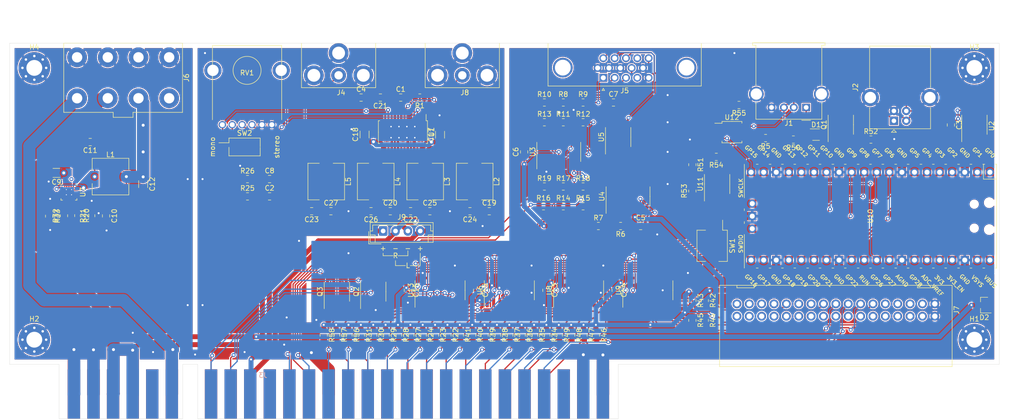
<source format=kicad_pcb>
(kicad_pcb (version 20171130) (host pcbnew 5.1.9-1.fc33)
  (layers (0 F.Cu signal) (31 B.Cu signal) (34 B.Paste user) (35 F.Paste user) (36 B.SilkS user) (37 F.SilkS user) (38 B.Mask user) (39 F.Mask user) (44 Edge.Cuts user))
  (net 0 "")
  (net 1 GND)
  (net 2 +12V)
  (net 3 "Net-(C2-Pad2)")
  (net 4 "Net-(C2-Pad1)")
  (net 5 +5V)
  (net 6 "Net-(C7-Pad1)")
  (net 7 "Net-(C8-Pad2)")
  (net 8 "Net-(C8-Pad1)")
  (net 9 +3V3)
  (net 10 "Net-(D2-Pad2)")
  (net 11 "Net-(D2-Pad1)")
  (net 12 "Net-(J1-Pad1)")
  (net 13 "Net-(J1-Pad2)")
  (net 14 "Net-(J1-Pad3)")
  (net 15 "Net-(J2-Pad1)")
  (net 16 /p2_4)
  (net 17 /p2start)
  (net 18 /lockout1)
  (net 19 /p2up)
  (net 20 /jamma_green)
  (net 21 /p2right)
  (net 22 /jamma_sync)
  (net 23 /p2left)
  (net 24 /c2)
  (net 25 /p2down)
  (net 26 /p2_3)
  (net 27 /meter1)
  (net 28 /p2_1)
  (net 29 "Net-(J3-PadM)")
  (net 30 /p2_2)
  (net 31 /p1_4)
  (net 32 /p1_3)
  (net 33 /p1_2)
  (net 34 /p1_1)
  (net 35 /p1right)
  (net 36 /p1left)
  (net 37 /p1down)
  (net 38 /p1up)
  (net 39 /p1start)
  (net 40 /c1)
  (net 41 /jamma_blue)
  (net 42 /jamma_red)
  (net 43 "Net-(J3-Pad11)")
  (net 44 /speaker+)
  (net 45 /lockout2)
  (net 46 /meter2)
  (net 47 "Net-(J5-Pad15)")
  (net 48 "Net-(J5-Pad14)")
  (net 49 /vga_hsync)
  (net 50 "Net-(J5-Pad12)")
  (net 51 /vga_vsync)
  (net 52 "Net-(J5-Pad4)")
  (net 53 /vga_blue)
  (net 54 /vga_green)
  (net 55 /vga_red)
  (net 56 "Net-(J6-Pad1)")
  (net 57 "Net-(J7-Pad1)")
  (net 58 "Net-(J7-Pad2)")
  (net 59 "Net-(J7-Pad3)")
  (net 60 "Net-(J7-Pad4)")
  (net 61 "Net-(J7-Pad5)")
  (net 62 "Net-(J7-Pad6)")
  (net 63 "Net-(J7-Pad7)")
  (net 64 "Net-(J7-Pad8)")
  (net 65 /p2_6)
  (net 66 "Net-(J7-Pad10)")
  (net 67 "Net-(J7-Pad11)")
  (net 68 "Net-(J7-Pad12)")
  (net 69 "Net-(J7-Pad13)")
  (net 70 "Net-(J7-Pad14)")
  (net 71 /p1_6)
  (net 72 "Net-(J7-Pad16)")
  (net 73 /p1_5)
  (net 74 "Net-(J7-Pad18)")
  (net 75 "Net-(J7-Pad20)")
  (net 76 "Net-(J7-Pad22)")
  (net 77 /p2_5)
  (net 78 "Net-(J7-Pad24)")
  (net 79 "Net-(J7-Pad25)")
  (net 80 "Net-(J7-Pad26)")
  (net 81 "Net-(J7-Pad27)")
  (net 82 "Net-(J7-Pad28)")
  (net 83 "Net-(J7-Pad29)")
  (net 84 "Net-(J7-Pad30)")
  (net 85 "Net-(J7-Pad31)")
  (net 86 "Net-(J7-Pad32)")
  (net 87 /lockout1_ctl)
  (net 88 /meter1_ctl)
  (net 89 /lockout2_ctl)
  (net 90 /meter2_ctl)
  (net 91 /speaker-)
  (net 92 "Net-(R1-Pad1)")
  (net 93 "Net-(R11-Pad2)")
  (net 94 "Net-(R12-Pad2)")
  (net 95 "Net-(R13-Pad2)")
  (net 96 "Net-(R14-Pad1)")
  (net 97 "Net-(R15-Pad1)")
  (net 98 "Net-(R16-Pad1)")
  (net 99 "Net-(R25-Pad1)")
  (net 100 "Net-(SW1-Pad4)")
  (net 101 "Net-(SW1-Pad3)")
  (net 102 /jvs_tx)
  (net 103 /jvs_de)
  (net 104 /jvs_re)
  (net 105 /jvs_rx)
  (net 106 "Net-(U4-Pad3)")
  (net 107 /sr_clr)
  (net 108 /sr_clk)
  (net 109 /sr_data)
  (net 110 "Net-(U10-Pad43)")
  (net 111 "Net-(U10-Pad41)")
  (net 112 "Net-(U10-Pad24)")
  (net 113 "Net-(U10-Pad25)")
  (net 114 "Net-(U10-Pad26)")
  (net 115 "Net-(U10-Pad27)")
  (net 116 "Net-(U10-Pad29)")
  (net 117 "Net-(U10-Pad30)")
  (net 118 "Net-(U10-Pad32)")
  (net 119 "Net-(U10-Pad34)")
  (net 120 "Net-(U10-Pad35)")
  (net 121 "Net-(U10-Pad37)")
  (net 122 "Net-(U10-Pad40)")
  (net 123 "Net-(C10-Pad1)")
  (net 124 "Net-(C11-Pad2)")
  (net 125 +3.3VP)
  (net 126 "Net-(R32-Pad2)")
  (net 127 "Net-(R20-Pad2)")
  (net 128 "Net-(U7-Pad11)")
  (net 129 "Net-(U7-Pad9)")
  (net 130 /SW)
  (net 131 "Net-(D1-Pad6)")
  (net 132 "Net-(D1-Pad2)")
  (net 133 "Net-(D1-Pad3)")
  (net 134 "Net-(D1-Pad1)")
  (net 135 "Net-(J3-Padd)")
  (net 136 "Net-(J3-Pad26)")
  (net 137 /sense_2.5v)
  (net 138 /sense_0v)
  (net 139 "Net-(R5-Pad2)")
  (net 140 "Net-(R53-Pad1)")
  (net 141 /sense_in)
  (net 142 "Net-(R55-Pad2)")
  (net 143 /termination)
  (net 144 "Net-(U11-Pad8)")
  (net 145 "Net-(U11-Pad5)")
  (net 146 "Net-(U11-Pad1)")
  (net 147 "Net-(U10-Pad16)")
  (net 148 "Net-(U10-Pad15)")
  (net 149 /service)
  (net 150 /tilt)
  (net 151 /test)
  (net 152 "Net-(U13-Pad9)")
  (net 153 "Net-(U6-Pad9)")
  (net 154 "Net-(U6-Pad7)")
  (net 155 "Net-(U8-Pad9)")
  (net 156 "Net-(U8-Pad7)")
  (net 157 "Net-(U9-Pad7)")
  (net 158 "Net-(U13-Pad7)")
  (net 159 "Net-(C1-Pad2)")
  (net 160 "Net-(C4-Pad2)")
  (net 161 "Net-(C19-Pad2)")
  (net 162 "Net-(C20-Pad2)")
  (net 163 /speaker_r-)
  (net 164 "Net-(C21-Pad2)")
  (net 165 "Net-(C22-Pad2)")
  (net 166 "Net-(C23-Pad2)")
  (net 167 /speaker_r+)
  (net 168 "Net-(L2-Pad1)")
  (net 169 "Net-(L3-Pad1)")
  (net 170 "Net-(L4-Pad1)")
  (net 171 "Net-(L5-Pad1)")
  (net 172 "Net-(R26-Pad1)")
  (net 173 "Net-(RV1-Pad5)")
  (net 174 "Net-(RV1-Pad2)")
  (net 175 "Net-(U1-Pad13)")
  (net 176 "Net-(U1-Pad1)")
  (net 177 "Net-(J3-PadE)")
  (net 178 "Net-(J3-Pad5)")
  (module Button_Switch_SMD:SW_DIP_SPSTx01_Slide_Omron_A6S-110x_W8.9mm_P2.54mm (layer F.Cu) (at 119.5 103)
    (fp_text reference SW2 (at 0 -2.8) (layer F.SilkS))
    (fp_text value SW_DIP_x01)
    (pad 2 smd rect (at 4.45 0) (size 1.5 1.1) (layers F.Cu F.Paste F.Mask) (net 174 "Net-(RV1-Pad2)"))
    (pad 1 smd rect (at -4.45 0) (size 1.5 1.1) (layers F.Cu F.Paste F.Mask) (net 173 "Net-(RV1-Pad5)"))
  )
  (module Package_SO:HTSSOP-28-1EP_4.4x9.7mm_P0.65mm_EP2.85x5.4mm_ThermalVias (layer F.Cu) (at 151.5 100 270)
    (fp_text reference U1 (at 0 -5.8 90) (layer F.SilkS))
    (fp_text value TPA3138D2)
    (pad 29 smd rect (at 0 0 270) (size 2.85 5.4) (layers B.Cu) (net 1 GND))
    (pad 29 thru_hole circle (at 1.125 2.4 270) (size 0.6 0.6) (drill 0.3) (layers *.Cu) (net 1 GND))
    (pad 29 thru_hole circle (at -1.125 2.4 270) (size 0.6 0.6) (drill 0.3) (layers *.Cu) (net 1 GND))
    (pad 29 thru_hole circle (at 1.125 0.8 270) (size 0.6 0.6) (drill 0.3) (layers *.Cu) (net 1 GND))
    (pad 29 thru_hole circle (at -1.125 0.8 270) (size 0.6 0.6) (drill 0.3) (layers *.Cu) (net 1 GND))
    (pad 29 thru_hole circle (at 1.125 -0.8 270) (size 0.6 0.6) (drill 0.3) (layers *.Cu) (net 1 GND))
    (pad 29 thru_hole circle (at -1.125 -0.8 270) (size 0.6 0.6) (drill 0.3) (layers *.Cu) (net 1 GND))
    (pad 29 thru_hole circle (at 1.125 -2.4 270) (size 0.6 0.6) (drill 0.3) (layers *.Cu) (net 1 GND))
    (pad 29 thru_hole circle (at -1.125 -2.4 270) (size 0.6 0.6) (drill 0.3) (layers *.Cu) (net 1 GND))
    (pad 29 smd rect (at 0 0 270) (size 2.85 5.4) (layers F.Cu F.Mask) (net 1 GND))
    (pad 28 smd roundrect (at 2.8625 -4.225 270) (size 1.475 0.4) (layers F.Cu F.Paste F.Mask) (net 2 +12V))
    (pad 27 smd roundrect (at 2.8625 -3.575 270) (size 1.475 0.4) (layers F.Cu F.Paste F.Mask) (net 2 +12V))
    (pad 26 smd roundrect (at 2.8625 -2.925 270) (size 1.475 0.4) (layers F.Cu F.Paste F.Mask) (net 161 "Net-(C19-Pad2)"))
    (pad 25 smd roundrect (at 2.8625 -2.275 270) (size 1.475 0.4) (layers F.Cu F.Paste F.Mask) (net 168 "Net-(L2-Pad1)"))
    (pad 24 smd roundrect (at 2.8625 -1.625 270) (size 1.475 0.4) (layers F.Cu F.Paste F.Mask) (net 1 GND))
    (pad 23 smd roundrect (at 2.8625 -0.975 270) (size 1.475 0.4) (layers F.Cu F.Paste F.Mask) (net 169 "Net-(L3-Pad1)"))
    (pad 22 smd roundrect (at 2.8625 -0.325 270) (size 1.475 0.4) (layers F.Cu F.Paste F.Mask) (net 165 "Net-(C22-Pad2)"))
    (pad 21 smd roundrect (at 2.8625 0.325 270) (size 1.475 0.4) (layers F.Cu F.Paste F.Mask) (net 162 "Net-(C20-Pad2)"))
    (pad 20 smd roundrect (at 2.8625 0.975 270) (size 1.475 0.4) (layers F.Cu F.Paste F.Mask) (net 170 "Net-(L4-Pad1)"))
    (pad 19 smd roundrect (at 2.8625 1.625 270) (size 1.475 0.4) (layers F.Cu F.Paste F.Mask) (net 1 GND))
    (pad 18 smd roundrect (at 2.8625 2.275 270) (size 1.475 0.4) (layers F.Cu F.Paste F.Mask) (net 171 "Net-(L5-Pad1)"))
    (pad 17 smd roundrect (at 2.8625 2.925 270) (size 1.475 0.4) (layers F.Cu F.Paste F.Mask) (net 166 "Net-(C23-Pad2)"))
    (pad 16 smd roundrect (at 2.8625 3.575 270) (size 1.475 0.4) (layers F.Cu F.Paste F.Mask) (net 2 +12V))
    (pad 15 smd roundrect (at 2.8625 4.225 270) (size 1.475 0.4) (layers F.Cu F.Paste F.Mask) (net 2 +12V))
    (pad 14 smd roundrect (at -2.8625 4.225 270) (size 1.475 0.4) (layers F.Cu F.Paste F.Mask) (net 1 GND))
    (pad 13 smd roundrect (at -2.8625 3.575 270) (size 1.475 0.4) (layers F.Cu F.Paste F.Mask) (net 175 "Net-(U1-Pad13)"))
    (pad 12 smd roundrect (at -2.8625 2.925 270) (size 1.475 0.4) (layers F.Cu F.Paste F.Mask) (net 173 "Net-(RV1-Pad5)"))
    (pad 11 smd roundrect (at -2.8625 2.275 270) (size 1.475 0.4) (layers F.Cu F.Paste F.Mask) (net 160 "Net-(C4-Pad2)"))
    (pad 10 smd roundrect (at -2.8625 1.625 270) (size 1.475 0.4) (layers F.Cu F.Paste F.Mask) (net 1 GND))
    (pad 9 smd roundrect (at -2.8625 0.975 270) (size 1.475 0.4) (layers F.Cu F.Paste F.Mask) (net 164 "Net-(C21-Pad2)"))
    (pad 8 smd roundrect (at -2.8625 0.325 270) (size 1.475 0.4) (layers F.Cu F.Paste F.Mask) (net 1 GND))
    (pad 7 smd roundrect (at -2.8625 -0.325 270) (size 1.475 0.4) (layers F.Cu F.Paste F.Mask) (net 2 +12V))
    (pad 6 smd roundrect (at -2.8625 -0.975 270) (size 1.475 0.4) (layers F.Cu F.Paste F.Mask) (net 1 GND))
    (pad 5 smd roundrect (at -2.8625 -1.625 270) (size 1.475 0.4) (layers F.Cu F.Paste F.Mask) (net 1 GND))
    (pad 4 smd roundrect (at -2.8625 -2.275 270) (size 1.475 0.4) (layers F.Cu F.Paste F.Mask) (net 159 "Net-(C1-Pad2)"))
    (pad 3 smd roundrect (at -2.8625 -2.925 270) (size 1.475 0.4) (layers F.Cu F.Paste F.Mask) (net 174 "Net-(RV1-Pad2)"))
    (pad 2 smd roundrect (at -2.8625 -3.575 270) (size 1.475 0.4) (layers F.Cu F.Paste F.Mask) (net 92 "Net-(R1-Pad1)"))
    (pad 1 smd roundrect (at -2.8625 -4.225 270) (size 1.475 0.4) (layers F.Cu F.Paste F.Mask) (net 176 "Net-(U1-Pad1)"))
  )
  (module td-io:PTV112-4420A-A503 (layer F.Cu) (at 120 87.5)
    (fp_text reference RV1 (at 0 0.5) (layer F.SilkS))
    (fp_text value R_POT_Dual)
    (pad 5 thru_hole circle (at -5 11) (size 1.5 1.5) (drill 1) (layers *.Cu *.Mask) (net 173 "Net-(RV1-Pad5)"))
    (pad 4 thru_hole circle (at -3 11) (size 1.5 1.5) (drill 1) (layers *.Cu *.Mask) (net 172 "Net-(R26-Pad1)"))
    (pad 6 thru_hole circle (at 5 11) (size 1.5 1.5) (drill 1) (layers *.Cu *.Mask) (net 1 GND))
    (pad 3 thru_hole circle (at 3 11) (size 1.5 1.5) (drill 1) (layers *.Cu *.Mask) (net 1 GND))
    (pad 2 thru_hole circle (at 1 11) (size 1.5 1.5) (drill 1) (layers *.Cu *.Mask) (net 174 "Net-(RV1-Pad2)"))
    (pad 1 thru_hole circle (at -1 11) (size 1.5 1.5) (drill 1) (layers *.Cu *.Mask) (net 99 "Net-(R25-Pad1)"))
    (pad 0 thru_hole circle (at 6.9 0) (size 3.5 3.5) (drill 2.3) (layers *.Cu *.Mask))
    (pad 0 thru_hole circle (at -6.9 0) (size 3.5 3.5) (drill 2.3) (layers *.Cu *.Mask))
  )
  (module Resistor_SMD:R_0805_2012Metric (layer F.Cu) (at 154.9125 93 180)
    (fp_text reference R1 (at 0 -1.65) (layer F.SilkS))
    (fp_text value 10k)
    (pad 2 smd roundrect (at 0.9125 0 180) (size 1.025 1.4) (layers F.Cu F.Paste F.Mask) (roundrect_rratio 0.243902) (net 2 +12V))
    (pad 1 smd roundrect (at -0.9125 0 180) (size 1.025 1.4) (layers F.Cu F.Paste F.Mask) (roundrect_rratio 0.243902) (net 92 "Net-(R1-Pad1)"))
  )
  (module Package_SO:SOIC-8_3.9x4.9mm_P1.27mm (layer F.Cu) (at 138.155 132.275 90)
    (fp_text reference Q3 (at 0 -3.4 90) (layer F.SilkS))
    (fp_text value ZXMS6004DN8)
    (pad 8 smd roundrect (at 2.475 -1.905 90) (size 1.95 0.6) (layers F.Cu F.Paste F.Mask) (net 46 /meter2))
    (pad 7 smd roundrect (at 2.475 -0.635 90) (size 1.95 0.6) (layers F.Cu F.Paste F.Mask) (net 46 /meter2))
    (pad 6 smd roundrect (at 2.475 0.635 90) (size 1.95 0.6) (layers F.Cu F.Paste F.Mask) (net 45 /lockout2))
    (pad 5 smd roundrect (at 2.475 1.905 90) (size 1.95 0.6) (layers F.Cu F.Paste F.Mask) (net 45 /lockout2))
    (pad 4 smd roundrect (at -2.475 1.905 90) (size 1.95 0.6) (layers F.Cu F.Paste F.Mask) (net 89 /lockout2_ctl))
    (pad 3 smd roundrect (at -2.475 0.635 90) (size 1.95 0.6) (layers F.Cu F.Paste F.Mask) (net 1 GND))
    (pad 2 smd roundrect (at -2.475 -0.635 90) (size 1.95 0.6) (layers F.Cu F.Paste F.Mask) (net 90 /meter2_ctl))
    (pad 1 smd roundrect (at -2.475 -1.905 90) (size 1.95 0.6) (layers F.Cu F.Paste F.Mask) (net 1 GND))
  )
  (module Package_SO:SOIC-8_3.9x4.9mm_P1.27mm (layer F.Cu) (at 145.5 132.275 90)
    (fp_text reference Q2 (at 0 -3.4 90) (layer F.SilkS))
    (fp_text value ZXMS6004DN8)
    (pad 8 smd roundrect (at 2.475 -1.905 90) (size 1.95 0.6) (layers F.Cu F.Paste F.Mask) (net 27 /meter1))
    (pad 7 smd roundrect (at 2.475 -0.635 90) (size 1.95 0.6) (layers F.Cu F.Paste F.Mask) (net 27 /meter1))
    (pad 6 smd roundrect (at 2.475 0.635 90) (size 1.95 0.6) (layers F.Cu F.Paste F.Mask) (net 18 /lockout1))
    (pad 5 smd roundrect (at 2.475 1.905 90) (size 1.95 0.6) (layers F.Cu F.Paste F.Mask) (net 18 /lockout1))
    (pad 4 smd roundrect (at -2.475 1.905 90) (size 1.95 0.6) (layers F.Cu F.Paste F.Mask) (net 87 /lockout1_ctl))
    (pad 3 smd roundrect (at -2.475 0.635 90) (size 1.95 0.6) (layers F.Cu F.Paste F.Mask) (net 1 GND))
    (pad 2 smd roundrect (at -2.475 -0.635 90) (size 1.95 0.6) (layers F.Cu F.Paste F.Mask) (net 88 /meter1_ctl))
    (pad 1 smd roundrect (at -2.475 -1.905 90) (size 1.95 0.6) (layers F.Cu F.Paste F.Mask) (net 1 GND))
  )
  (module Inductor_SMD:L_7.3x7.3_H4.5 (layer F.Cu) (at 136 110 270)
    (fp_text reference L5 (at 0 -4.45 90) (layer F.SilkS))
    (fp_text value 15uH)
    (pad 2 smd rect (at 3.2 0 270) (size 1.5 2.2) (layers F.Cu F.Paste F.Mask) (net 167 /speaker_r+))
    (pad 1 smd rect (at -3.2 0 270) (size 1.5 2.2) (layers F.Cu F.Paste F.Mask) (net 171 "Net-(L5-Pad1)"))
  )
  (module Inductor_SMD:L_7.3x7.3_H4.5 (layer F.Cu) (at 146 110 270)
    (fp_text reference L4 (at 0 -4.45 90) (layer F.SilkS))
    (fp_text value 15uH)
    (pad 2 smd rect (at 3.2 0 270) (size 1.5 2.2) (layers F.Cu F.Paste F.Mask) (net 163 /speaker_r-))
    (pad 1 smd rect (at -3.2 0 270) (size 1.5 2.2) (layers F.Cu F.Paste F.Mask) (net 170 "Net-(L4-Pad1)"))
  )
  (module Inductor_SMD:L_7.3x7.3_H4.5 (layer F.Cu) (at 156 110 270)
    (fp_text reference L3 (at 0 -4.45 90) (layer F.SilkS))
    (fp_text value 15uH)
    (pad 2 smd rect (at 3.2 0 270) (size 1.5 2.2) (layers F.Cu F.Paste F.Mask) (net 91 /speaker-))
    (pad 1 smd rect (at -3.2 0 270) (size 1.5 2.2) (layers F.Cu F.Paste F.Mask) (net 169 "Net-(L3-Pad1)"))
  )
  (module Inductor_SMD:L_7.3x7.3_H4.5 (layer F.Cu) (at 166 110 270)
    (fp_text reference L2 (at 0 -4.45 90) (layer F.SilkS))
    (fp_text value 15uH)
    (pad 2 smd rect (at 3.2 0 270) (size 1.5 2.2) (layers F.Cu F.Paste F.Mask) (net 44 /speaker+))
    (pad 1 smd rect (at -3.2 0 270) (size 1.5 2.2) (layers F.Cu F.Paste F.Mask) (net 168 "Net-(L2-Pad1)"))
  )
  (module Connector_JST:JST_EH_B4B-EH-A_1x04_P2.50mm_Vertical (layer F.Cu) (at 147.5 120)
    (fp_text reference J9 (at 3.75 -2.8) (layer F.SilkS))
    (fp_text value Conn_01x04_Male)
    (pad 4 thru_hole oval (at 7.5 0) (size 1.7 1.95) (drill 0.95) (layers *.Cu *.Mask) (net 44 /speaker+))
    (pad 3 thru_hole oval (at 5 0) (size 1.7 1.95) (drill 0.95) (layers *.Cu *.Mask) (net 163 /speaker_r-))
    (pad 2 thru_hole oval (at 2.5 0) (size 1.7 1.95) (drill 0.95) (layers *.Cu *.Mask) (net 91 /speaker-))
    (pad 1 thru_hole roundrect (at 0 0) (size 1.7 1.95) (drill 0.95) (layers *.Cu *.Mask) (roundrect_rratio 0.147059) (net 167 /speaker_r+))
  )
  (module Capacitor_SMD:C_0805_2012Metric (layer F.Cu) (at 136.95 116)
    (fp_text reference C27 (at 0 -1.68) (layer F.SilkS))
    (fp_text value 2.2uF)
    (pad 2 smd roundrect (at 0.95 0) (size 1 1.45) (layers F.Cu F.Paste F.Mask) (net 1 GND))
    (pad 1 smd roundrect (at -0.95 0) (size 1 1.45) (layers F.Cu F.Paste F.Mask) (net 167 /speaker_r+))
  )
  (module Capacitor_SMD:C_0805_2012Metric (layer F.Cu) (at 145.05 116 180)
    (fp_text reference C26 (at 0 -1.68) (layer F.SilkS))
    (fp_text value 2.2uF)
    (pad 2 smd roundrect (at 0.95 0 180) (size 1 1.45) (layers F.Cu F.Paste F.Mask) (net 1 GND))
    (pad 1 smd roundrect (at -0.95 0 180) (size 1 1.45) (layers F.Cu F.Paste F.Mask) (net 163 /speaker_r-))
  )
  (module Capacitor_SMD:C_0805_2012Metric (layer F.Cu) (at 156.95 116)
    (fp_text reference C25 (at 0 -1.68) (layer F.SilkS))
    (fp_text value 2.2uF)
    (pad 2 smd roundrect (at 0.95 0) (size 1 1.45) (layers F.Cu F.Paste F.Mask) (net 1 GND))
    (pad 1 smd roundrect (at -0.95 0) (size 1 1.45) (layers F.Cu F.Paste F.Mask) (net 91 /speaker-))
  )
  (module Capacitor_SMD:C_0805_2012Metric (layer F.Cu) (at 165.05 116 180)
    (fp_text reference C24 (at 0 -1.68) (layer F.SilkS))
    (fp_text value 2.2uF)
    (pad 2 smd roundrect (at 0.95 0 180) (size 1 1.45) (layers F.Cu F.Paste F.Mask) (net 1 GND))
    (pad 1 smd roundrect (at -0.95 0 180) (size 1 1.45) (layers F.Cu F.Paste F.Mask) (net 44 /speaker+))
  )
  (module Capacitor_SMD:C_0805_2012Metric (layer F.Cu) (at 133.05 116 180)
    (fp_text reference C23 (at 0 -1.68) (layer F.SilkS))
    (fp_text value 1uF)
    (pad 2 smd roundrect (at 0.95 0 180) (size 1 1.45) (layers F.Cu F.Paste F.Mask) (net 166 "Net-(C23-Pad2)"))
    (pad 1 smd roundrect (at -0.95 0 180) (size 1 1.45) (layers F.Cu F.Paste F.Mask) (net 167 /speaker_r+))
  )
  (module Capacitor_SMD:C_0805_2012Metric (layer F.Cu) (at 153.05 116 180)
    (fp_text reference C22 (at 0 -1.68) (layer F.SilkS))
    (fp_text value 1uF)
    (pad 2 smd roundrect (at 0.95 0 180) (size 1 1.45) (layers F.Cu F.Paste F.Mask) (net 165 "Net-(C22-Pad2)"))
    (pad 1 smd roundrect (at -0.95 0 180) (size 1 1.45) (layers F.Cu F.Paste F.Mask) (net 91 /speaker-))
  )
  (module Capacitor_SMD:C_0805_2012Metric (layer F.Cu) (at 146.95 93 180)
    (fp_text reference C21 (at 0 -1.68) (layer F.SilkS))
    (fp_text value 1uF)
    (pad 2 smd roundrect (at 0.95 0 180) (size 1 1.45) (layers F.Cu F.Paste F.Mask) (net 164 "Net-(C21-Pad2)"))
    (pad 1 smd roundrect (at -0.95 0 180) (size 1 1.45) (layers F.Cu F.Paste F.Mask) (net 1 GND))
  )
  (module Capacitor_SMD:C_0805_2012Metric (layer F.Cu) (at 148.95 116)
    (fp_text reference C20 (at 0 -1.68) (layer F.SilkS))
    (fp_text value 1uF)
    (pad 2 smd roundrect (at 0.95 0) (size 1 1.45) (layers F.Cu F.Paste F.Mask) (net 162 "Net-(C20-Pad2)"))
    (pad 1 smd roundrect (at -0.95 0) (size 1 1.45) (layers F.Cu F.Paste F.Mask) (net 163 /speaker_r-))
  )
  (module Capacitor_SMD:C_0805_2012Metric (layer F.Cu) (at 168.95 116)
    (fp_text reference C19 (at 0 -1.68) (layer F.SilkS))
    (fp_text value 1uF)
    (pad 2 smd roundrect (at 0.95 0) (size 1 1.45) (layers F.Cu F.Paste F.Mask) (net 161 "Net-(C19-Pad2)"))
    (pad 1 smd roundrect (at -0.95 0) (size 1 1.45) (layers F.Cu F.Paste F.Mask) (net 44 /speaker+))
  )
  (module Capacitor_SMD:C_1206_3216Metric (layer F.Cu) (at 143.75 100.475 90)
    (fp_text reference C18 (at 0 -1.85 90) (layer F.SilkS))
    (fp_text value 100uF)
    (pad 2 smd roundrect (at 1.475 0 90) (size 1.15 1.8) (layers F.Cu F.Paste F.Mask) (roundrect_rratio 0.217391) (net 1 GND))
    (pad 1 smd roundrect (at -1.475 0 90) (size 1.15 1.8) (layers F.Cu F.Paste F.Mask) (roundrect_rratio 0.217391) (net 2 +12V))
  )
  (module Capacitor_SMD:C_1206_3216Metric (layer F.Cu) (at 159 100.525 90)
    (fp_text reference C17 (at 0 -1.85 90) (layer F.SilkS))
    (fp_text value 100uF)
    (pad 2 smd roundrect (at 1.475 0 90) (size 1.15 1.8) (layers F.Cu F.Paste F.Mask) (roundrect_rratio 0.217391) (net 1 GND))
    (pad 1 smd roundrect (at -1.475 0 90) (size 1.15 1.8) (layers F.Cu F.Paste F.Mask) (roundrect_rratio 0.217391) (net 2 +12V))
  )
  (module Capacitor_SMD:C_0805_2012Metric (layer F.Cu) (at 143.05 93)
    (fp_text reference C4 (at 0 -1.68) (layer F.SilkS))
    (fp_text value 1uF)
    (pad 2 smd roundrect (at 0.95 0) (size 1 1.45) (layers F.Cu F.Paste F.Mask) (net 160 "Net-(C4-Pad2)"))
    (pad 1 smd roundrect (at -0.95 0) (size 1 1.45) (layers F.Cu F.Paste F.Mask) (net 1 GND))
  )
  (module Capacitor_SMD:C_0805_2012Metric (layer F.Cu) (at 151.05 93)
    (fp_text reference C1 (at 0 -1.68) (layer F.SilkS))
    (fp_text value 1uF)
    (pad 2 smd roundrect (at 0.95 0) (size 1 1.45) (layers F.Cu F.Paste F.Mask) (net 159 "Net-(C1-Pad2)"))
    (pad 1 smd roundrect (at -0.95 0) (size 1 1.45) (layers F.Cu F.Paste F.Mask) (net 1 GND))
  )
  (module Package_SO:SOIC-16_3.9x9.9mm_P1.27mm (layer F.Cu) (at 201 132 90)
    (fp_text reference U9 (at 0 -5.9 90) (layer F.SilkS))
    (fp_text value 74LS165)
    (pad 16 smd roundrect (at 2.475 -4.445 90) (size 1.95 0.6) (layers F.Cu F.Paste F.Mask) (net 9 +3V3))
    (pad 15 smd roundrect (at 2.475 -3.175 90) (size 1.95 0.6) (layers F.Cu F.Paste F.Mask) (net 1 GND))
    (pad 14 smd roundrect (at 2.475 -1.905 90) (size 1.95 0.6) (layers F.Cu F.Paste F.Mask) (net 16 /p2_4))
    (pad 13 smd roundrect (at 2.475 -0.635 90) (size 1.95 0.6) (layers F.Cu F.Paste F.Mask) (net 31 /p1_4))
    (pad 12 smd roundrect (at 2.475 0.635 90) (size 1.95 0.6) (layers F.Cu F.Paste F.Mask) (net 26 /p2_3))
    (pad 11 smd roundrect (at 2.475 1.905 90) (size 1.95 0.6) (layers F.Cu F.Paste F.Mask) (net 32 /p1_3))
    (pad 10 smd roundrect (at 2.475 3.175 90) (size 1.95 0.6) (layers F.Cu F.Paste F.Mask) (net 155 "Net-(U8-Pad9)"))
    (pad 9 smd roundrect (at 2.475 4.445 90) (size 1.95 0.6) (layers F.Cu F.Paste F.Mask) (net 109 /sr_data))
    (pad 8 smd roundrect (at -2.475 4.445 90) (size 1.95 0.6) (layers F.Cu F.Paste F.Mask) (net 1 GND))
    (pad 7 smd roundrect (at -2.475 3.175 90) (size 1.95 0.6) (layers F.Cu F.Paste F.Mask) (net 157 "Net-(U9-Pad7)"))
    (pad 6 smd roundrect (at -2.475 1.905 90) (size 1.95 0.6) (layers F.Cu F.Paste F.Mask) (net 65 /p2_6))
    (pad 5 smd roundrect (at -2.475 0.635 90) (size 1.95 0.6) (layers F.Cu F.Paste F.Mask) (net 71 /p1_6))
    (pad 4 smd roundrect (at -2.475 -0.635 90) (size 1.95 0.6) (layers F.Cu F.Paste F.Mask) (net 77 /p2_5))
    (pad 3 smd roundrect (at -2.475 -1.905 90) (size 1.95 0.6) (layers F.Cu F.Paste F.Mask) (net 73 /p1_5))
    (pad 2 smd roundrect (at -2.475 -3.175 90) (size 1.95 0.6) (layers F.Cu F.Paste F.Mask) (net 108 /sr_clk))
    (pad 1 smd roundrect (at -2.475 -4.445 90) (size 1.95 0.6) (layers F.Cu F.Paste F.Mask) (net 107 /sr_clr))
  )
  (module Package_SO:SOIC-16_3.9x9.9mm_P1.27mm (layer F.Cu) (at 159 132 90)
    (fp_text reference U13 (at 0 -5.9 90) (layer F.SilkS))
    (fp_text value 74LS165)
    (pad 16 smd roundrect (at 2.475 -4.445 90) (size 1.95 0.6) (layers F.Cu F.Paste F.Mask) (net 9 +3V3))
    (pad 15 smd roundrect (at 2.475 -3.175 90) (size 1.95 0.6) (layers F.Cu F.Paste F.Mask) (net 1 GND))
    (pad 14 smd roundrect (at 2.475 -1.905 90) (size 1.95 0.6) (layers F.Cu F.Paste F.Mask) (net 9 +3V3))
    (pad 13 smd roundrect (at 2.475 -0.635 90) (size 1.95 0.6) (layers F.Cu F.Paste F.Mask) (net 150 /tilt))
    (pad 12 smd roundrect (at 2.475 0.635 90) (size 1.95 0.6) (layers F.Cu F.Paste F.Mask) (net 151 /test))
    (pad 11 smd roundrect (at 2.475 1.905 90) (size 1.95 0.6) (layers F.Cu F.Paste F.Mask) (net 149 /service))
    (pad 10 smd roundrect (at 2.475 3.175 90) (size 1.95 0.6) (layers F.Cu F.Paste F.Mask) (net 1 GND))
    (pad 9 smd roundrect (at 2.475 4.445 90) (size 1.95 0.6) (layers F.Cu F.Paste F.Mask) (net 152 "Net-(U13-Pad9)"))
    (pad 8 smd roundrect (at -2.475 4.445 90) (size 1.95 0.6) (layers F.Cu F.Paste F.Mask) (net 1 GND))
    (pad 7 smd roundrect (at -2.475 3.175 90) (size 1.95 0.6) (layers F.Cu F.Paste F.Mask) (net 158 "Net-(U13-Pad7)"))
    (pad 6 smd roundrect (at -2.475 1.905 90) (size 1.95 0.6) (layers F.Cu F.Paste F.Mask) (net 9 +3V3))
    (pad 5 smd roundrect (at -2.475 0.635 90) (size 1.95 0.6) (layers F.Cu F.Paste F.Mask) (net 9 +3V3))
    (pad 4 smd roundrect (at -2.475 -0.635 90) (size 1.95 0.6) (layers F.Cu F.Paste F.Mask) (net 9 +3V3))
    (pad 3 smd roundrect (at -2.475 -1.905 90) (size 1.95 0.6) (layers F.Cu F.Paste F.Mask) (net 9 +3V3))
    (pad 2 smd roundrect (at -2.475 -3.175 90) (size 1.95 0.6) (layers F.Cu F.Paste F.Mask) (net 108 /sr_clk))
    (pad 1 smd roundrect (at -2.475 -4.445 90) (size 1.95 0.6) (layers F.Cu F.Paste F.Mask) (net 107 /sr_clr))
  )
  (module Resistor_SMD:R_0805_2012Metric (layer F.Cu) (at 135.5 141.0875 270)
    (fp_text reference R58 (at 0 -1.65 90) (layer F.SilkS))
    (fp_text value 10k)
    (pad 2 smd roundrect (at 0.9125 0 270) (size 1.025 1.4) (layers F.Cu F.Paste F.Mask) (roundrect_rratio 0.243902) (net 149 /service))
    (pad 1 smd roundrect (at -0.9125 0 270) (size 1.025 1.4) (layers F.Cu F.Paste F.Mask) (roundrect_rratio 0.243902) (net 9 +3V3))
  )
  (module Resistor_SMD:R_0805_2012Metric (layer F.Cu) (at 138 141.0875 270)
    (fp_text reference R57 (at 0 -1.65 90) (layer F.SilkS))
    (fp_text value 10k)
    (pad 2 smd roundrect (at 0.9125 0 270) (size 1.025 1.4) (layers F.Cu F.Paste F.Mask) (roundrect_rratio 0.243902) (net 151 /test))
    (pad 1 smd roundrect (at -0.9125 0 270) (size 1.025 1.4) (layers F.Cu F.Paste F.Mask) (roundrect_rratio 0.243902) (net 9 +3V3))
  )
  (module Resistor_SMD:R_0805_2012Metric (layer F.Cu) (at 140.5 141.0875 270)
    (fp_text reference R56 (at 0 -1.65 90) (layer F.SilkS))
    (fp_text value 10k)
    (pad 2 smd roundrect (at 0.9125 0 270) (size 1.025 1.4) (layers F.Cu F.Paste F.Mask) (roundrect_rratio 0.243902) (net 150 /tilt))
    (pad 1 smd roundrect (at -0.9125 0 270) (size 1.025 1.4) (layers F.Cu F.Paste F.Mask) (roundrect_rratio 0.243902) (net 9 +3V3))
  )
  (module Capacitor_SMD:C_0805_2012Metric (layer F.Cu) (at 152.5 132 270)
    (fp_text reference C16 (at 0 -1.68 90) (layer F.SilkS))
    (fp_text value 0.1uF)
    (pad 2 smd roundrect (at 0.95 0 270) (size 1 1.45) (layers F.Cu F.Paste F.Mask) (net 1 GND))
    (pad 1 smd roundrect (at -0.95 0 270) (size 1 1.45) (layers F.Cu F.Paste F.Mask) (net 9 +3V3))
  )
  (module td-io:JAMMA (layer F.Cu) (at 138.46 153)
    (fp_text reference J3 (at -15.24 -3.81) (layer B.SilkS) (effects (justify mirror)))
    (fp_text value JAMMA_Edge)
    (pad D smd rect (at -41.58 0) (size 2.5 10) (layers B.Cu B.Mask) (net 5 +5V))
    (pad F smd rect (at -33.66 0) (size 2.5 10) (layers B.Cu B.Mask) (net 2 +12V))
    (pad L smd rect (at -17.82 0) (size 2.5 10) (layers B.Cu B.Mask) (net 91 /speaker-))
    (pad c smd rect (at 41.58 0) (size 2.5 10) (layers B.Cu B.Mask) (net 16 /p2_4))
    (pad U smd rect (at 9.9 0) (size 2.5 10) (layers B.Cu B.Mask) (net 17 /p2start))
    (pad R smd rect (at -1.98 0) (size 2.5 10) (layers B.Cu B.Mask) (net 149 /service))
    (pad S smd rect (at 1.98 0) (size 2.5 10) (layers B.Cu B.Mask) (net 150 /tilt))
    (pad e smd rect (at 49.5 0) (size 2.5 10) (layers B.Cu B.Mask) (net 1 GND))
    (pad d smd rect (at 45.54 0) (size 2.5 10) (layers B.Cu B.Mask) (net 135 "Net-(J3-Padd)"))
    (pad K smd rect (at -21.78 0) (size 2.5 10) (layers B.Cu B.Mask) (net 18 /lockout1))
    (pad V smd rect (at 13.86 0) (size 2.5 10) (layers B.Cu B.Mask) (net 19 /p2up))
    (pad N smd rect (at -9.9 0) (size 2.5 10) (layers B.Cu B.Mask) (net 20 /jamma_green))
    (pad Y smd rect (at 25.74 0) (size 2.5 10) (layers B.Cu B.Mask) (net 21 /p2right))
    (pad P smd rect (at -5.94 0) (size 2.5 10) (layers B.Cu B.Mask) (net 22 /jamma_sync))
    (pad X smd rect (at 21.78 0) (size 2.5 10) (layers B.Cu B.Mask) (net 23 /p2left))
    (pad E smd rect (at -37.62 0) (size 2.5 10) (layers B.Cu B.Mask) (net 177 "Net-(J3-PadE)"))
    (pad T smd rect (at 5.94 0) (size 2.5 10) (layers B.Cu B.Mask) (net 24 /c2))
    (pad W smd rect (at 17.82 0) (size 2.5 10) (layers B.Cu B.Mask) (net 25 /p2down))
    (pad f smd rect (at 53.46 0) (size 2.5 10) (layers B.Cu B.Mask) (net 1 GND))
    (pad b smd rect (at 37.62 0) (size 2.5 10) (layers B.Cu B.Mask) (net 26 /p2_3))
    (pad J smd rect (at -25.74 0) (size 2.5 10) (layers B.Cu B.Mask) (net 27 /meter1))
    (pad B smd rect (at -49.5 0) (size 2.5 10) (layers B.Cu B.Mask) (net 1 GND))
    (pad Z smd rect (at 29.7 0) (size 2.5 10) (layers B.Cu B.Mask) (net 28 /p2_1))
    (pad M smd rect (at -13.86 0) (size 2.5 10) (layers B.Cu B.Mask) (net 29 "Net-(J3-PadM)"))
    (pad A smd rect (at -53.46 0) (size 2.5 10) (layers B.Cu B.Mask) (net 1 GND))
    (pad a smd rect (at 33.66 0) (size 2.5 10) (layers B.Cu B.Mask) (net 30 /p2_2))
    (pad C smd rect (at -45.54 0) (size 2.5 10) (layers B.Cu B.Mask) (net 5 +5V))
    (pad 28 smd rect (at 53.46 0) (size 2.5 10) (layers F.Cu F.Mask) (net 1 GND))
    (pad 27 smd rect (at 49.5 0) (size 2.5 10) (layers F.Cu F.Mask) (net 1 GND))
    (pad 26 smd rect (at 45.54 0) (size 2.5 10) (layers F.Cu F.Mask) (net 136 "Net-(J3-Pad26)"))
    (pad 25 smd rect (at 41.58 0) (size 2.5 10) (layers F.Cu F.Mask) (net 31 /p1_4))
    (pad 24 smd rect (at 37.62 0) (size 2.5 10) (layers F.Cu F.Mask) (net 32 /p1_3))
    (pad 23 smd rect (at 33.66 0) (size 2.5 10) (layers F.Cu F.Mask) (net 33 /p1_2))
    (pad 22 smd rect (at 29.7 0) (size 2.5 10) (layers F.Cu F.Mask) (net 34 /p1_1))
    (pad 21 smd rect (at 25.74 0) (size 2.5 10) (layers F.Cu F.Mask) (net 35 /p1right))
    (pad 20 smd rect (at 21.78 0) (size 2.5 10) (layers F.Cu F.Mask) (net 36 /p1left))
    (pad 19 smd rect (at 17.82 0) (size 2.5 10) (layers F.Cu F.Mask) (net 37 /p1down))
    (pad 18 smd rect (at 13.86 0) (size 2.5 10) (layers F.Cu F.Mask) (net 38 /p1up))
    (pad 17 smd rect (at 9.9 0) (size 2.5 10) (layers F.Cu F.Mask) (net 39 /p1start))
    (pad 16 smd rect (at 5.94 0) (size 2.5 10) (layers F.Cu F.Mask) (net 40 /c1))
    (pad 15 smd rect (at 1.98 0) (size 2.5 10) (layers F.Cu F.Mask) (net 151 /test))
    (pad 14 smd rect (at -1.98 0) (size 2.5 10) (layers F.Cu F.Mask) (net 1 GND))
    (pad 13 smd rect (at -5.94 0) (size 2.5 10) (layers F.Cu F.Mask) (net 41 /jamma_blue))
    (pad 12 smd rect (at -9.9 0) (size 2.5 10) (layers F.Cu F.Mask) (net 42 /jamma_red))
    (pad 11 smd rect (at -13.86 0) (size 2.5 10) (layers F.Cu F.Mask) (net 43 "Net-(J3-Pad11)"))
    (pad 10 smd rect (at -17.82 0) (size 2.5 10) (layers F.Cu F.Mask) (net 44 /speaker+))
    (pad 9 smd rect (at -21.78 0) (size 2.5 10) (layers F.Cu F.Mask) (net 45 /lockout2))
    (pad 8 smd rect (at -25.74 0) (size 2.5 10) (layers F.Cu F.Mask) (net 46 /meter2))
    (pad 6 smd rect (at -33.66 0) (size 2.5 10) (layers F.Cu F.Mask) (net 2 +12V))
    (pad 5 smd rect (at -37.62 0) (size 2.5 10) (layers F.Cu F.Mask) (net 178 "Net-(J3-Pad5)"))
    (pad 4 smd rect (at -41.58 0) (size 2.5 10) (layers F.Cu F.Mask) (net 5 +5V))
    (pad 3 smd rect (at -45.54 0) (size 2.5 10) (layers F.Cu F.Mask) (net 5 +5V))
    (pad 2 smd rect (at -49.5 0) (size 2.5 10) (layers F.Cu F.Mask) (net 1 GND))
    (pad 1 smd rect (at -53.46 0) (size 2.5 10) (layers F.Cu F.Mask) (net 1 GND))
  )
  (module Package_SO:SOP-4_3.8x4.1mm_P2.54mm (layer F.Cu) (at 218 100)
    (fp_text reference U12 (at 0 -3) (layer F.SilkS))
    (fp_text value CPC1017N)
    (pad 4 smd roundrect (at 2.75 -1.27) (size 1.45 0.55) (layers F.Cu F.Paste F.Mask) (net 13 "Net-(J1-Pad2)"))
    (pad 3 smd roundrect (at 2.75 1.27) (size 1.45 0.55) (layers F.Cu F.Paste F.Mask) (net 139 "Net-(R5-Pad2)"))
    (pad 2 smd roundrect (at -2.75 1.27) (size 1.45 0.55) (layers F.Cu F.Paste F.Mask) (net 143 /termination))
    (pad 1 smd roundrect (at -2.75 -1.27) (size 1.45 0.55) (layers F.Cu F.Paste F.Mask) (net 142 "Net-(R55-Pad2)"))
  )
  (module Package_SO:SOIC-8_3.9x4.9mm_P1.27mm (layer F.Cu) (at 215 110.5 90)
    (fp_text reference U11 (at 0 -3.4 90) (layer F.SilkS))
    (fp_text value TL081)
    (pad 8 smd roundrect (at 2.475 -1.905 90) (size 1.95 0.6) (layers F.Cu F.Paste F.Mask) (net 144 "Net-(U11-Pad8)"))
    (pad 7 smd roundrect (at 2.475 -0.635 90) (size 1.95 0.6) (layers F.Cu F.Paste F.Mask) (net 5 +5V))
    (pad 6 smd roundrect (at 2.475 0.635 90) (size 1.95 0.6) (layers F.Cu F.Paste F.Mask) (net 141 /sense_in))
    (pad 5 smd roundrect (at 2.475 1.905 90) (size 1.95 0.6) (layers F.Cu F.Paste F.Mask) (net 145 "Net-(U11-Pad5)"))
    (pad 4 smd roundrect (at -2.475 1.905 90) (size 1.95 0.6) (layers F.Cu F.Paste F.Mask) (net 1 GND))
    (pad 3 smd roundrect (at -2.475 0.635 90) (size 1.95 0.6) (layers F.Cu F.Paste F.Mask) (net 1 GND))
    (pad 2 smd roundrect (at -2.475 -0.635 90) (size 1.95 0.6) (layers F.Cu F.Paste F.Mask) (net 140 "Net-(R53-Pad1)"))
    (pad 1 smd roundrect (at -2.475 -1.905 90) (size 1.95 0.6) (layers F.Cu F.Paste F.Mask) (net 146 "Net-(U11-Pad1)"))
  )
  (module Package_SO:SOIC-8_3.9x4.9mm_P1.27mm (layer F.Cu) (at 267 98.5 90)
    (fp_text reference U2 (at -0.25 3.5 90) (layer F.SilkS))
    (fp_text value SP3481CN)
    (pad 8 smd roundrect (at 2.475 -1.905 90) (size 1.95 0.6) (layers F.Cu F.Paste F.Mask) (net 9 +3V3))
    (pad 7 smd roundrect (at 2.475 -0.635 90) (size 1.95 0.6) (layers F.Cu F.Paste F.Mask) (net 14 "Net-(J1-Pad3)"))
    (pad 6 smd roundrect (at 2.475 0.635 90) (size 1.95 0.6) (layers F.Cu F.Paste F.Mask) (net 13 "Net-(J1-Pad2)"))
    (pad 5 smd roundrect (at 2.475 1.905 90) (size 1.95 0.6) (layers F.Cu F.Paste F.Mask) (net 1 GND))
    (pad 4 smd roundrect (at -2.475 1.905 90) (size 1.95 0.6) (layers F.Cu F.Paste F.Mask) (net 102 /jvs_tx))
    (pad 3 smd roundrect (at -2.475 0.635 90) (size 1.95 0.6) (layers F.Cu F.Paste F.Mask) (net 103 /jvs_de))
    (pad 2 smd roundrect (at -2.475 -0.635 90) (size 1.95 0.6) (layers F.Cu F.Paste F.Mask) (net 104 /jvs_re))
    (pad 1 smd roundrect (at -2.475 -1.905 90) (size 1.95 0.6) (layers F.Cu F.Paste F.Mask) (net 105 /jvs_rx))
  )
  (module Resistor_SMD:R_0805_2012Metric (layer F.Cu) (at 219.4125 94.5 180)
    (fp_text reference R55 (at 0 -1.65) (layer F.SilkS))
    (fp_text value R)
    (pad 2 smd roundrect (at 0.9125 0 180) (size 1.025 1.4) (layers F.Cu F.Paste F.Mask) (roundrect_rratio 0.243902) (net 142 "Net-(R55-Pad2)"))
    (pad 1 smd roundrect (at -0.9125 0 180) (size 1.025 1.4) (layers F.Cu F.Paste F.Mask) (roundrect_rratio 0.243902) (net 14 "Net-(J1-Pad3)"))
  )
  (module Resistor_SMD:R_0805_2012Metric (layer F.Cu) (at 214.8375 105 180)
    (fp_text reference R54 (at 0 -1.65) (layer F.SilkS))
    (fp_text value 10k)
    (pad 2 smd roundrect (at 0.9125 0 180) (size 1.025 1.4) (layers F.Cu F.Paste F.Mask) (roundrect_rratio 0.243902) (net 140 "Net-(R53-Pad1)"))
    (pad 1 smd roundrect (at -0.9125 0 180) (size 1.025 1.4) (layers F.Cu F.Paste F.Mask) (roundrect_rratio 0.243902) (net 141 /sense_in))
  )
  (module Resistor_SMD:R_0805_2012Metric (layer F.Cu) (at 210 111.9125 90)
    (fp_text reference R53 (at 0 -1.65 90) (layer F.SilkS))
    (fp_text value 20k)
    (pad 2 smd roundrect (at 0.9125 0 90) (size 1.025 1.4) (layers F.Cu F.Paste F.Mask) (roundrect_rratio 0.243902) (net 12 "Net-(J1-Pad1)"))
    (pad 1 smd roundrect (at -0.9125 0 90) (size 1.025 1.4) (layers F.Cu F.Paste F.Mask) (roundrect_rratio 0.243902) (net 140 "Net-(R53-Pad1)"))
  )
  (module Resistor_SMD:R_0805_2012Metric (layer F.Cu) (at 246.0875 101.5)
    (fp_text reference R52 (at 0 -1.65) (layer F.SilkS))
    (fp_text value 10k)
    (pad 2 smd roundrect (at 0.9125 0) (size 1.025 1.4) (layers F.Cu F.Paste F.Mask) (roundrect_rratio 0.243902) (net 1 GND))
    (pad 1 smd roundrect (at -0.9125 0) (size 1.025 1.4) (layers F.Cu F.Paste F.Mask) (roundrect_rratio 0.243902) (net 137 /sense_2.5v))
  )
  (module Resistor_SMD:R_0805_2012Metric (layer F.Cu) (at 210 106.5875 270)
    (fp_text reference R51 (at 0 -1.65 90) (layer F.SilkS))
    (fp_text value 10k)
    (pad 2 smd roundrect (at 0.9125 0 270) (size 1.025 1.4) (layers F.Cu F.Paste F.Mask) (roundrect_rratio 0.243902) (net 12 "Net-(J1-Pad1)"))
    (pad 1 smd roundrect (at -0.9125 0 270) (size 1.025 1.4) (layers F.Cu F.Paste F.Mask) (roundrect_rratio 0.243902) (net 5 +5V))
  )
  (module Resistor_SMD:R_0805_2012Metric (layer F.Cu) (at 230.4125 101.5 180)
    (fp_text reference R50 (at 0 -1.65) (layer F.SilkS))
    (fp_text value 10k)
    (pad 2 smd roundrect (at 0.9125 0 180) (size 1.025 1.4) (layers F.Cu F.Paste F.Mask) (roundrect_rratio 0.243902) (net 1 GND))
    (pad 1 smd roundrect (at -0.9125 0 180) (size 1.025 1.4) (layers F.Cu F.Paste F.Mask) (roundrect_rratio 0.243902) (net 138 /sense_0v))
  )
  (module Package_SO:SOIC-8_3.9x4.9mm_P1.27mm (layer F.Cu) (at 240 98.5 90)
    (fp_text reference Q1 (at 0 -3.4 90) (layer F.SilkS))
    (fp_text value FDS6930B)
    (pad 8 smd roundrect (at 2.475 -1.905 90) (size 1.95 0.6) (layers F.Cu F.Paste F.Mask) (net 15 "Net-(J2-Pad1)"))
    (pad 7 smd roundrect (at 2.475 -0.635 90) (size 1.95 0.6) (layers F.Cu F.Paste F.Mask) (net 15 "Net-(J2-Pad1)"))
    (pad 6 smd roundrect (at 2.475 0.635 90) (size 1.95 0.6) (layers F.Cu F.Paste F.Mask) (net 15 "Net-(J2-Pad1)"))
    (pad 5 smd roundrect (at 2.475 1.905 90) (size 1.95 0.6) (layers F.Cu F.Paste F.Mask) (net 15 "Net-(J2-Pad1)"))
    (pad 4 smd roundrect (at -2.475 1.905 90) (size 1.95 0.6) (layers F.Cu F.Paste F.Mask) (net 137 /sense_2.5v))
    (pad 3 smd roundrect (at -2.475 0.635 90) (size 1.95 0.6) (layers F.Cu F.Paste F.Mask) (net 134 "Net-(D1-Pad1)"))
    (pad 2 smd roundrect (at -2.475 -0.635 90) (size 1.95 0.6) (layers F.Cu F.Paste F.Mask) (net 138 /sense_0v))
    (pad 1 smd roundrect (at -2.475 -1.905 90) (size 1.95 0.6) (layers F.Cu F.Paste F.Mask) (net 1 GND))
  )
  (module Package_TO_SOT_SMD:SOT-363_SC-70-6 (layer F.Cu) (at 235 100.5)
    (fp_text reference D1 (at 0 -2) (layer F.SilkS))
    (fp_text value BAV99S)
    (pad 6 smd rect (at 0.95 -0.65) (size 0.65 0.4) (layers F.Cu F.Paste F.Mask) (net 131 "Net-(D1-Pad6)"))
    (pad 4 smd rect (at 0.95 0.65) (size 0.65 0.4) (layers F.Cu F.Paste F.Mask) (net 132 "Net-(D1-Pad2)"))
    (pad 2 smd rect (at -0.95 0) (size 0.65 0.4) (layers F.Cu F.Paste F.Mask) (net 132 "Net-(D1-Pad2)"))
    (pad 5 smd rect (at 0.95 0) (size 0.65 0.4) (layers F.Cu F.Paste F.Mask) (net 1 GND))
    (pad 3 smd rect (at -0.95 0.65) (size 0.65 0.4) (layers F.Cu F.Paste F.Mask) (net 133 "Net-(D1-Pad3)"))
    (pad 1 smd rect (at -0.95 -0.65) (size 0.65 0.4) (layers F.Cu F.Paste F.Mask) (net 134 "Net-(D1-Pad1)"))
  )
  (module Capacitor_SMD:C_0805_2012Metric (layer F.Cu) (at 166.5 132 270)
    (fp_text reference C15 (at 0 -1.68 90) (layer F.SilkS))
    (fp_text value 0.1uF)
    (pad 2 smd roundrect (at 0.95 0 270) (size 1 1.45) (layers F.Cu F.Paste F.Mask) (net 1 GND))
    (pad 1 smd roundrect (at -0.95 0 270) (size 1 1.45) (layers F.Cu F.Paste F.Mask) (net 9 +3V3))
  )
  (module Capacitor_SMD:C_0805_2012Metric (layer F.Cu) (at 194.5 132 270)
    (fp_text reference C14 (at 0 -1.68 90) (layer F.SilkS))
    (fp_text value 0.1uF)
    (pad 2 smd roundrect (at 0.95 0 270) (size 1 1.45) (layers F.Cu F.Paste F.Mask) (net 1 GND))
    (pad 1 smd roundrect (at -0.95 0 270) (size 1 1.45) (layers F.Cu F.Paste F.Mask) (net 9 +3V3))
  )
  (module Capacitor_SMD:C_0805_2012Metric (layer F.Cu) (at 180.5 132 270)
    (fp_text reference C13 (at 0 -1.68 90) (layer F.SilkS))
    (fp_text value 0.1uF)
    (pad 2 smd roundrect (at 0.95 0 270) (size 1 1.45) (layers F.Cu F.Paste F.Mask) (net 1 GND))
    (pad 1 smd roundrect (at -0.95 0 270) (size 1 1.45) (layers F.Cu F.Paste F.Mask) (net 9 +3V3))
  )
  (module MountingHole:MountingHole_3.2mm_M3_Pad_Via (layer F.Cu) (at 77 87)
    (fp_text reference H4 (at 0 -4.2) (layer F.SilkS))
    (fp_text value MountingHole_Pad)
    (pad 1 thru_hole circle (at 1.697056 -1.697056) (size 0.8 0.8) (drill 0.5) (layers *.Cu *.Mask) (net 1 GND))
    (pad 1 thru_hole circle (at 0 -2.4) (size 0.8 0.8) (drill 0.5) (layers *.Cu *.Mask) (net 1 GND))
    (pad 1 thru_hole circle (at -1.697056 -1.697056) (size 0.8 0.8) (drill 0.5) (layers *.Cu *.Mask) (net 1 GND))
    (pad 1 thru_hole circle (at -2.4 0) (size 0.8 0.8) (drill 0.5) (layers *.Cu *.Mask) (net 1 GND))
    (pad 1 thru_hole circle (at -1.697056 1.697056) (size 0.8 0.8) (drill 0.5) (layers *.Cu *.Mask) (net 1 GND))
    (pad 1 thru_hole circle (at 0 2.4) (size 0.8 0.8) (drill 0.5) (layers *.Cu *.Mask) (net 1 GND))
    (pad 1 thru_hole circle (at 1.697056 1.697056) (size 0.8 0.8) (drill 0.5) (layers *.Cu *.Mask) (net 1 GND))
    (pad 1 thru_hole circle (at 2.4 0) (size 0.8 0.8) (drill 0.5) (layers *.Cu *.Mask) (net 1 GND))
    (pad 1 thru_hole circle (at 0 0) (size 6.4 6.4) (drill 3.2) (layers *.Cu *.Mask) (net 1 GND))
  )
  (module MountingHole:MountingHole_3.2mm_M3_Pad_Via (layer F.Cu) (at 267 87)
    (fp_text reference H3 (at 0 -4.2) (layer F.SilkS))
    (fp_text value MountingHole_Pad)
    (pad 1 thru_hole circle (at 1.697056 -1.697056) (size 0.8 0.8) (drill 0.5) (layers *.Cu *.Mask) (net 1 GND))
    (pad 1 thru_hole circle (at 0 -2.4) (size 0.8 0.8) (drill 0.5) (layers *.Cu *.Mask) (net 1 GND))
    (pad 1 thru_hole circle (at -1.697056 -1.697056) (size 0.8 0.8) (drill 0.5) (layers *.Cu *.Mask) (net 1 GND))
    (pad 1 thru_hole circle (at -2.4 0) (size 0.8 0.8) (drill 0.5) (layers *.Cu *.Mask) (net 1 GND))
    (pad 1 thru_hole circle (at -1.697056 1.697056) (size 0.8 0.8) (drill 0.5) (layers *.Cu *.Mask) (net 1 GND))
    (pad 1 thru_hole circle (at 0 2.4) (size 0.8 0.8) (drill 0.5) (layers *.Cu *.Mask) (net 1 GND))
    (pad 1 thru_hole circle (at 1.697056 1.697056) (size 0.8 0.8) (drill 0.5) (layers *.Cu *.Mask) (net 1 GND))
    (pad 1 thru_hole circle (at 2.4 0) (size 0.8 0.8) (drill 0.5) (layers *.Cu *.Mask) (net 1 GND))
    (pad 1 thru_hole circle (at 0 0) (size 6.4 6.4) (drill 3.2) (layers *.Cu *.Mask) (net 1 GND))
  )
  (module MountingHole:MountingHole_3.2mm_M3_Pad_Via (layer F.Cu) (at 77 142)
    (fp_text reference H2 (at 0 -4.2) (layer F.SilkS))
    (fp_text value MountingHole_Pad)
    (pad 1 thru_hole circle (at 1.697056 -1.697056) (size 0.8 0.8) (drill 0.5) (layers *.Cu *.Mask) (net 1 GND))
    (pad 1 thru_hole circle (at 0 -2.4) (size 0.8 0.8) (drill 0.5) (layers *.Cu *.Mask) (net 1 GND))
    (pad 1 thru_hole circle (at -1.697056 -1.697056) (size 0.8 0.8) (drill 0.5) (layers *.Cu *.Mask) (net 1 GND))
    (pad 1 thru_hole circle (at -2.4 0) (size 0.8 0.8) (drill 0.5) (layers *.Cu *.Mask) (net 1 GND))
    (pad 1 thru_hole circle (at -1.697056 1.697056) (size 0.8 0.8) (drill 0.5) (layers *.Cu *.Mask) (net 1 GND))
    (pad 1 thru_hole circle (at 0 2.4) (size 0.8 0.8) (drill 0.5) (layers *.Cu *.Mask) (net 1 GND))
    (pad 1 thru_hole circle (at 1.697056 1.697056) (size 0.8 0.8) (drill 0.5) (layers *.Cu *.Mask) (net 1 GND))
    (pad 1 thru_hole circle (at 2.4 0) (size 0.8 0.8) (drill 0.5) (layers *.Cu *.Mask) (net 1 GND))
    (pad 1 thru_hole circle (at 0 0) (size 6.4 6.4) (drill 3.2) (layers *.Cu *.Mask) (net 1 GND))
  )
  (module MountingHole:MountingHole_3.2mm_M3_Pad_Via (layer F.Cu) (at 267 142)
    (fp_text reference H1 (at 0 -4.2) (layer F.SilkS))
    (fp_text value MountingHole_Pad)
    (pad 1 thru_hole circle (at 1.697056 -1.697056) (size 0.8 0.8) (drill 0.5) (layers *.Cu *.Mask) (net 1 GND))
    (pad 1 thru_hole circle (at 0 -2.4) (size 0.8 0.8) (drill 0.5) (layers *.Cu *.Mask) (net 1 GND))
    (pad 1 thru_hole circle (at -1.697056 -1.697056) (size 0.8 0.8) (drill 0.5) (layers *.Cu *.Mask) (net 1 GND))
    (pad 1 thru_hole circle (at -2.4 0) (size 0.8 0.8) (drill 0.5) (layers *.Cu *.Mask) (net 1 GND))
    (pad 1 thru_hole circle (at -1.697056 1.697056) (size 0.8 0.8) (drill 0.5) (layers *.Cu *.Mask) (net 1 GND))
    (pad 1 thru_hole circle (at 0 2.4) (size 0.8 0.8) (drill 0.5) (layers *.Cu *.Mask) (net 1 GND))
    (pad 1 thru_hole circle (at 1.697056 1.697056) (size 0.8 0.8) (drill 0.5) (layers *.Cu *.Mask) (net 1 GND))
    (pad 1 thru_hole circle (at 2.4 0) (size 0.8 0.8) (drill 0.5) (layers *.Cu *.Mask) (net 1 GND))
    (pad 1 thru_hole circle (at 0 0) (size 6.4 6.4) (drill 3.2) (layers *.Cu *.Mask) (net 1 GND))
  )
  (module Resistor_SMD:R_0805_2012Metric (layer F.Cu) (at 88.5 116.9125 90)
    (fp_text reference R21 (at 0 -1.65 90) (layer F.SilkS))
    (fp_text value 51k)
    (pad 2 smd roundrect (at 0.9125 0 90) (size 1.025 1.4) (layers F.Cu F.Paste F.Mask) (roundrect_rratio 0.243902) (net 1 GND))
    (pad 1 smd roundrect (at -0.9125 0 90) (size 1.025 1.4) (layers F.Cu F.Paste F.Mask) (roundrect_rratio 0.243902) (net 127 "Net-(R20-Pad2)"))
  )
  (module Resistor_SMD:R_0805_2012Metric (layer F.Cu) (at 85.9 116.8875 270)
    (fp_text reference R20 (at 0 -1.65 90) (layer F.SilkS))
    (fp_text value 160k)
    (pad 2 smd roundrect (at 0.9125 0 270) (size 1.025 1.4) (layers F.Cu F.Paste F.Mask) (roundrect_rratio 0.243902) (net 127 "Net-(R20-Pad2)"))
    (pad 1 smd roundrect (at -0.9125 0 270) (size 1.025 1.4) (layers F.Cu F.Paste F.Mask) (roundrect_rratio 0.243902) (net 123 "Net-(C10-Pad1)"))
  )
  (module Package_SO:SOIC-16_3.9x9.9mm_P1.27mm (layer F.Cu) (at 187 132 90)
    (fp_text reference U8 (at 0 -5.9 90) (layer F.SilkS))
    (fp_text value 74LS165)
    (pad 16 smd roundrect (at 2.475 -4.445 90) (size 1.95 0.6) (layers F.Cu F.Paste F.Mask) (net 9 +3V3))
    (pad 15 smd roundrect (at 2.475 -3.175 90) (size 1.95 0.6) (layers F.Cu F.Paste F.Mask) (net 1 GND))
    (pad 14 smd roundrect (at 2.475 -1.905 90) (size 1.95 0.6) (layers F.Cu F.Paste F.Mask) (net 21 /p2right))
    (pad 13 smd roundrect (at 2.475 -0.635 90) (size 1.95 0.6) (layers F.Cu F.Paste F.Mask) (net 35 /p1right))
    (pad 12 smd roundrect (at 2.475 0.635 90) (size 1.95 0.6) (layers F.Cu F.Paste F.Mask) (net 23 /p2left))
    (pad 11 smd roundrect (at 2.475 1.905 90) (size 1.95 0.6) (layers F.Cu F.Paste F.Mask) (net 36 /p1left))
    (pad 10 smd roundrect (at 2.475 3.175 90) (size 1.95 0.6) (layers F.Cu F.Paste F.Mask) (net 153 "Net-(U6-Pad9)"))
    (pad 9 smd roundrect (at 2.475 4.445 90) (size 1.95 0.6) (layers F.Cu F.Paste F.Mask) (net 155 "Net-(U8-Pad9)"))
    (pad 8 smd roundrect (at -2.475 4.445 90) (size 1.95 0.6) (layers F.Cu F.Paste F.Mask) (net 1 GND))
    (pad 7 smd roundrect (at -2.475 3.175 90) (size 1.95 0.6) (layers F.Cu F.Paste F.Mask) (net 156 "Net-(U8-Pad7)"))
    (pad 6 smd roundrect (at -2.475 1.905 90) (size 1.95 0.6) (layers F.Cu F.Paste F.Mask) (net 30 /p2_2))
    (pad 5 smd roundrect (at -2.475 0.635 90) (size 1.95 0.6) (layers F.Cu F.Paste F.Mask) (net 33 /p1_2))
    (pad 4 smd roundrect (at -2.475 -0.635 90) (size 1.95 0.6) (layers F.Cu F.Paste F.Mask) (net 28 /p2_1))
    (pad 3 smd roundrect (at -2.475 -1.905 90) (size 1.95 0.6) (layers F.Cu F.Paste F.Mask) (net 34 /p1_1))
    (pad 2 smd roundrect (at -2.475 -3.175 90) (size 1.95 0.6) (layers F.Cu F.Paste F.Mask) (net 108 /sr_clk))
    (pad 1 smd roundrect (at -2.475 -4.445 90) (size 1.95 0.6) (layers F.Cu F.Paste F.Mask) (net 107 /sr_clr))
  )
  (module Package_DFN_QFN:VQFN-20-1EP_3x3mm_P0.45mm_EP1.55x1.55mm_ThermalVias (layer F.Cu) (at 84 112.15 270)
    (fp_text reference U7 (at 0 -2.82 90) (layer F.SilkS))
    (fp_text value TPS568230)
    (pad 21 smd rect (at 0 0 270) (size 1.55 1.55) (layers B.Cu) (net 1 GND))
    (pad 21 thru_hole circle (at 0.525 0.525 270) (size 0.5 0.5) (drill 0.2) (layers *.Cu) (net 1 GND))
    (pad 21 thru_hole circle (at -0.525 0.525 270) (size 0.5 0.5) (drill 0.2) (layers *.Cu) (net 1 GND))
    (pad 21 thru_hole circle (at 0.525 -0.525 270) (size 0.5 0.5) (drill 0.2) (layers *.Cu) (net 1 GND))
    (pad 21 thru_hole circle (at -0.525 -0.525 270) (size 0.5 0.5) (drill 0.2) (layers *.Cu) (net 1 GND))
    (pad 21 smd rect (at 0 0 270) (size 1.55 1.55) (layers F.Cu F.Mask) (net 1 GND))
    (pad 20 smd custom (at -0.9 -1.45 270) (size 0.143934 0.143934) (layers F.Cu F.Paste F.Mask) (net 130 /SW) (options (clearance outline) (anchor circle)) (primitives (gr_poly (pts (xy -0.075 -0.375) (xy 0.075 -0.375) (xy 0.075 0.375) (xy 0.045711 0.375) (xy -0.075 0.254289)) (width 0.1))))
    (pad 19 smd roundrect (at -0.45 -1.45 270) (size 0.25 0.85) (layers F.Cu F.Paste F.Mask) (net 130 /SW))
    (pad 18 smd roundrect (at 0 -1.45 270) (size 0.25 0.85) (layers F.Cu F.Paste F.Mask) (net 1 GND))
    (pad 17 smd roundrect (at 0.45 -1.45 270) (size 0.25 0.85) (layers F.Cu F.Paste F.Mask) (net 123 "Net-(C10-Pad1)"))
    (pad 16 smd custom (at 0.9 -1.45 270) (size 0.143934 0.143934) (layers F.Cu F.Paste F.Mask) (options (clearance outline) (anchor circle)) (primitives (gr_poly (pts (xy -0.075 -0.375) (xy 0.075 -0.375) (xy 0.075 0.254289) (xy -0.045711 0.375) (xy -0.075 0.375)) (width 0.1))))
    (pad 15 smd custom (at 1.45 -0.9 270) (size 0.143934 0.143934) (layers F.Cu F.Paste F.Mask) (net 127 "Net-(R20-Pad2)") (options (clearance outline) (anchor circle)) (primitives (gr_poly (pts (xy -0.375 0.045711) (xy -0.254289 -0.075) (xy 0.375 -0.075) (xy 0.375 0.075) (xy -0.375 0.075)) (width 0.1))))
    (pad 14 smd roundrect (at 1.45 -0.45 270) (size 0.85 0.25) (layers F.Cu F.Paste F.Mask) (net 126 "Net-(R32-Pad2)"))
    (pad 13 smd roundrect (at 1.45 0 270) (size 0.85 0.25) (layers F.Cu F.Paste F.Mask) (net 1 GND))
    (pad 12 smd roundrect (at 1.45 0.45 270) (size 0.85 0.25) (layers F.Cu F.Paste F.Mask) (net 5 +5V))
    (pad 11 smd custom (at 1.45 0.9 270) (size 0.143934 0.143934) (layers F.Cu F.Paste F.Mask) (net 128 "Net-(U7-Pad11)") (options (clearance outline) (anchor circle)) (primitives (gr_poly (pts (xy -0.375 -0.075) (xy 0.375 -0.075) (xy 0.375 0.075) (xy -0.254289 0.075) (xy -0.375 -0.045711)) (width 0.1))))
    (pad 10 smd custom (at 0.9 1.45 270) (size 0.143934 0.143934) (layers F.Cu F.Paste F.Mask) (options (clearance outline) (anchor circle)) (primitives (gr_poly (pts (xy -0.075 -0.375) (xy -0.045711 -0.375) (xy 0.075 -0.254289) (xy 0.075 0.375) (xy -0.075 0.375)) (width 0.1))))
    (pad 9 smd roundrect (at 0.45 1.45 270) (size 0.25 0.85) (layers F.Cu F.Paste F.Mask) (net 129 "Net-(U7-Pad9)"))
    (pad 8 smd roundrect (at 0 1.45 270) (size 0.25 0.85) (layers F.Cu F.Paste F.Mask) (net 1 GND))
    (pad 7 smd roundrect (at -0.45 1.45 270) (size 0.25 0.85) (layers F.Cu F.Paste F.Mask) (net 1 GND))
    (pad 6 smd custom (at -0.9 1.45 270) (size 0.143934 0.143934) (layers F.Cu F.Paste F.Mask) (net 130 /SW) (options (clearance outline) (anchor circle)) (primitives (gr_poly (pts (xy -0.075 -0.254289) (xy 0.045711 -0.375) (xy 0.075 -0.375) (xy 0.075 0.375) (xy -0.075 0.375)) (width 0.1))))
    (pad 5 smd custom (at -1.45 0.9 270) (size 0.143934 0.143934) (layers F.Cu F.Paste F.Mask) (net 5 +5V) (options (clearance outline) (anchor circle)) (primitives (gr_poly (pts (xy -0.375 -0.075) (xy 0.375 -0.075) (xy 0.375 -0.045711) (xy 0.254289 0.075) (xy -0.375 0.075)) (width 0.1))))
    (pad 4 smd roundrect (at -1.45 0.45 270) (size 0.85 0.25) (layers F.Cu F.Paste F.Mask) (net 5 +5V))
    (pad 3 smd roundrect (at -1.45 0 270) (size 0.85 0.25) (layers F.Cu F.Paste F.Mask) (net 5 +5V))
    (pad 2 smd roundrect (at -1.45 -0.45 270) (size 0.85 0.25) (layers F.Cu F.Paste F.Mask) (net 5 +5V))
    (pad 1 smd custom (at -1.45 -0.9 270) (size 0.143934 0.143934) (layers F.Cu F.Paste F.Mask) (net 124 "Net-(C11-Pad2)") (options (clearance outline) (anchor circle)) (primitives (gr_poly (pts (xy -0.375 -0.075) (xy 0.254289 -0.075) (xy 0.375 0.045711) (xy 0.375 0.075) (xy -0.375 0.075)) (width 0.1))))
  )
  (module Resistor_SMD:R_0805_2012Metric (layer F.Cu) (at 183 141.0875 270)
    (fp_text reference R49 (at 0 -1.65 90) (layer F.SilkS))
    (fp_text value 10k)
    (pad 2 smd roundrect (at 0.9125 0 270) (size 1.025 1.4) (layers F.Cu F.Paste F.Mask) (roundrect_rratio 0.243902) (net 32 /p1_3))
    (pad 1 smd roundrect (at -0.9125 0 270) (size 1.025 1.4) (layers F.Cu F.Paste F.Mask) (roundrect_rratio 0.243902) (net 9 +3V3))
  )
  (module Resistor_SMD:R_0805_2012Metric (layer F.Cu) (at 185.5 141.0875 270)
    (fp_text reference R48 (at 0 -1.65 90) (layer F.SilkS))
    (fp_text value 10k)
    (pad 2 smd roundrect (at 0.9125 0 270) (size 1.025 1.4) (layers F.Cu F.Paste F.Mask) (roundrect_rratio 0.243902) (net 26 /p2_3))
    (pad 1 smd roundrect (at -0.9125 0 270) (size 1.025 1.4) (layers F.Cu F.Paste F.Mask) (roundrect_rratio 0.243902) (net 9 +3V3))
  )
  (module Resistor_SMD:R_0805_2012Metric (layer F.Cu) (at 188 141.0875 270)
    (fp_text reference R47 (at 0 -1.65 90) (layer F.SilkS))
    (fp_text value 10k)
    (pad 2 smd roundrect (at 0.9125 0 270) (size 1.025 1.4) (layers F.Cu F.Paste F.Mask) (roundrect_rratio 0.243902) (net 31 /p1_4))
    (pad 1 smd roundrect (at -0.9125 0 270) (size 1.025 1.4) (layers F.Cu F.Paste F.Mask) (roundrect_rratio 0.243902) (net 9 +3V3))
  )
  (module Resistor_SMD:R_0805_2012Metric (layer F.Cu) (at 190.5 141.0875 270)
    (fp_text reference R46 (at 0 -1.65 90) (layer F.SilkS))
    (fp_text value 10k)
    (pad 2 smd roundrect (at 0.9125 0 270) (size 1.025 1.4) (layers F.Cu F.Paste F.Mask) (roundrect_rratio 0.243902) (net 16 /p2_4))
    (pad 1 smd roundrect (at -0.9125 0 270) (size 1.025 1.4) (layers F.Cu F.Paste F.Mask) (roundrect_rratio 0.243902) (net 9 +3V3))
  )
  (module Resistor_SMD:R_0805_2012Metric (layer F.Cu) (at 210 138.0875 270)
    (fp_text reference R45 (at 0 -1.65 90) (layer F.SilkS))
    (fp_text value 10k)
    (pad 2 smd roundrect (at 0.9125 0 270) (size 1.025 1.4) (layers F.Cu F.Paste F.Mask) (roundrect_rratio 0.243902) (net 73 /p1_5))
    (pad 1 smd roundrect (at -0.9125 0 270) (size 1.025 1.4) (layers F.Cu F.Paste F.Mask) (roundrect_rratio 0.243902) (net 9 +3V3))
  )
  (module Resistor_SMD:R_0805_2012Metric (layer F.Cu) (at 212.5 138.0875 270)
    (fp_text reference R44 (at 0 -1.65 90) (layer F.SilkS))
    (fp_text value 10k)
    (pad 2 smd roundrect (at 0.9125 0 270) (size 1.025 1.4) (layers F.Cu F.Paste F.Mask) (roundrect_rratio 0.243902) (net 77 /p2_5))
    (pad 1 smd roundrect (at -0.9125 0 270) (size 1.025 1.4) (layers F.Cu F.Paste F.Mask) (roundrect_rratio 0.243902) (net 9 +3V3))
  )
  (module Resistor_SMD:R_0805_2012Metric (layer F.Cu) (at 210 134.0875 270)
    (fp_text reference R43 (at 0 -1.65 90) (layer F.SilkS))
    (fp_text value 10k)
    (pad 2 smd roundrect (at 0.9125 0 270) (size 1.025 1.4) (layers F.Cu F.Paste F.Mask) (roundrect_rratio 0.243902) (net 71 /p1_6))
    (pad 1 smd roundrect (at -0.9125 0 270) (size 1.025 1.4) (layers F.Cu F.Paste F.Mask) (roundrect_rratio 0.243902) (net 9 +3V3))
  )
  (module Resistor_SMD:R_0805_2012Metric (layer F.Cu) (at 212.5 134.0875 270)
    (fp_text reference R42 (at 0 -1.65 90) (layer F.SilkS))
    (fp_text value 10k)
    (pad 2 smd roundrect (at 0.9125 0 270) (size 1.025 1.4) (layers F.Cu F.Paste F.Mask) (roundrect_rratio 0.243902) (net 65 /p2_6))
    (pad 1 smd roundrect (at -0.9125 0 270) (size 1.025 1.4) (layers F.Cu F.Paste F.Mask) (roundrect_rratio 0.243902) (net 9 +3V3))
  )
  (module Resistor_SMD:R_0805_2012Metric (layer F.Cu) (at 163 141.0875 270)
    (fp_text reference R41 (at 0 -1.65 90) (layer F.SilkS))
    (fp_text value 10k)
    (pad 2 smd roundrect (at 0.9125 0 270) (size 1.025 1.4) (layers F.Cu F.Paste F.Mask) (roundrect_rratio 0.243902) (net 36 /p1left))
    (pad 1 smd roundrect (at -0.9125 0 270) (size 1.025 1.4) (layers F.Cu F.Paste F.Mask) (roundrect_rratio 0.243902) (net 9 +3V3))
  )
  (module Resistor_SMD:R_0805_2012Metric (layer F.Cu) (at 165.5 141.0875 270)
    (fp_text reference R40 (at 0 -1.65 90) (layer F.SilkS))
    (fp_text value 10k)
    (pad 2 smd roundrect (at 0.9125 0 270) (size 1.025 1.4) (layers F.Cu F.Paste F.Mask) (roundrect_rratio 0.243902) (net 23 /p2left))
    (pad 1 smd roundrect (at -0.9125 0 270) (size 1.025 1.4) (layers F.Cu F.Paste F.Mask) (roundrect_rratio 0.243902) (net 9 +3V3))
  )
  (module Resistor_SMD:R_0805_2012Metric (layer F.Cu) (at 168 141.0875 270)
    (fp_text reference R39 (at 0 -1.65 90) (layer F.SilkS))
    (fp_text value 10k)
    (pad 2 smd roundrect (at 0.9125 0 270) (size 1.025 1.4) (layers F.Cu F.Paste F.Mask) (roundrect_rratio 0.243902) (net 35 /p1right))
    (pad 1 smd roundrect (at -0.9125 0 270) (size 1.025 1.4) (layers F.Cu F.Paste F.Mask) (roundrect_rratio 0.243902) (net 9 +3V3))
  )
  (module Resistor_SMD:R_0805_2012Metric (layer F.Cu) (at 170.5 141.0875 270)
    (fp_text reference R38 (at 0 -1.65 90) (layer F.SilkS))
    (fp_text value 10k)
    (pad 2 smd roundrect (at 0.9125 0 270) (size 1.025 1.4) (layers F.Cu F.Paste F.Mask) (roundrect_rratio 0.243902) (net 21 /p2right))
    (pad 1 smd roundrect (at -0.9125 0 270) (size 1.025 1.4) (layers F.Cu F.Paste F.Mask) (roundrect_rratio 0.243902) (net 9 +3V3))
  )
  (module Resistor_SMD:R_0805_2012Metric (layer F.Cu) (at 173 141.0875 270)
    (fp_text reference R37 (at 0 -1.65 90) (layer F.SilkS))
    (fp_text value 10k)
    (pad 2 smd roundrect (at 0.9125 0 270) (size 1.025 1.4) (layers F.Cu F.Paste F.Mask) (roundrect_rratio 0.243902) (net 34 /p1_1))
    (pad 1 smd roundrect (at -0.9125 0 270) (size 1.025 1.4) (layers F.Cu F.Paste F.Mask) (roundrect_rratio 0.243902) (net 9 +3V3))
  )
  (module Resistor_SMD:R_0805_2012Metric (layer F.Cu) (at 175.5 141.0875 270)
    (fp_text reference R36 (at 0 -1.65 90) (layer F.SilkS))
    (fp_text value 10k)
    (pad 2 smd roundrect (at 0.9125 0 270) (size 1.025 1.4) (layers F.Cu F.Paste F.Mask) (roundrect_rratio 0.243902) (net 28 /p2_1))
    (pad 1 smd roundrect (at -0.9125 0 270) (size 1.025 1.4) (layers F.Cu F.Paste F.Mask) (roundrect_rratio 0.243902) (net 9 +3V3))
  )
  (module Resistor_SMD:R_0805_2012Metric (layer F.Cu) (at 178 141.0875 270)
    (fp_text reference R35 (at 0 -1.65 90) (layer F.SilkS))
    (fp_text value 10k)
    (pad 2 smd roundrect (at 0.9125 0 270) (size 1.025 1.4) (layers F.Cu F.Paste F.Mask) (roundrect_rratio 0.243902) (net 33 /p1_2))
    (pad 1 smd roundrect (at -0.9125 0 270) (size 1.025 1.4) (layers F.Cu F.Paste F.Mask) (roundrect_rratio 0.243902) (net 9 +3V3))
  )
  (module Resistor_SMD:R_0805_2012Metric (layer F.Cu) (at 180.5 141.0875 270)
    (fp_text reference R34 (at 0 -1.65 90) (layer F.SilkS))
    (fp_text value 10k)
    (pad 2 smd roundrect (at 0.9125 0 270) (size 1.025 1.4) (layers F.Cu F.Paste F.Mask) (roundrect_rratio 0.243902) (net 30 /p2_2))
    (pad 1 smd roundrect (at -0.9125 0 270) (size 1.025 1.4) (layers F.Cu F.Paste F.Mask) (roundrect_rratio 0.243902) (net 9 +3V3))
  )
  (module Resistor_SMD:R_0805_2012Metric (layer F.Cu) (at 80 117 270)
    (fp_text reference R33 (at 0 -1.65 90) (layer F.SilkS))
    (fp_text value 20k)
    (pad 2 smd roundrect (at 0.9125 0 270) (size 1.025 1.4) (layers F.Cu F.Paste F.Mask) (roundrect_rratio 0.243902) (net 1 GND))
    (pad 1 smd roundrect (at -0.9125 0 270) (size 1.025 1.4) (layers F.Cu F.Paste F.Mask) (roundrect_rratio 0.243902) (net 126 "Net-(R32-Pad2)"))
  )
  (module Resistor_SMD:R_0805_2012Metric (layer F.Cu) (at 83 116.9125 90)
    (fp_text reference R32 (at 0 -1.65 90) (layer F.SilkS))
    (fp_text value 90k)
    (pad 2 smd roundrect (at 0.9125 0 90) (size 1.025 1.4) (layers F.Cu F.Paste F.Mask) (roundrect_rratio 0.243902) (net 126 "Net-(R32-Pad2)"))
    (pad 1 smd roundrect (at -0.9125 0 90) (size 1.025 1.4) (layers F.Cu F.Paste F.Mask) (roundrect_rratio 0.243902) (net 125 +3.3VP))
  )
  (module Resistor_SMD:R_0805_2012Metric (layer F.Cu) (at 143 141.0875 270)
    (fp_text reference R31 (at 0 -1.65 90) (layer F.SilkS))
    (fp_text value 10k)
    (pad 2 smd roundrect (at 0.9125 0 270) (size 1.025 1.4) (layers F.Cu F.Paste F.Mask) (roundrect_rratio 0.243902) (net 40 /c1))
    (pad 1 smd roundrect (at -0.9125 0 270) (size 1.025 1.4) (layers F.Cu F.Paste F.Mask) (roundrect_rratio 0.243902) (net 9 +3V3))
  )
  (module Resistor_SMD:R_0805_2012Metric (layer F.Cu) (at 145.5 141.0875 270)
    (fp_text reference R30 (at 0 -1.65 90) (layer F.SilkS))
    (fp_text value 10k)
    (pad 2 smd roundrect (at 0.9125 0 270) (size 1.025 1.4) (layers F.Cu F.Paste F.Mask) (roundrect_rratio 0.243902) (net 24 /c2))
    (pad 1 smd roundrect (at -0.9125 0 270) (size 1.025 1.4) (layers F.Cu F.Paste F.Mask) (roundrect_rratio 0.243902) (net 9 +3V3))
  )
  (module Resistor_SMD:R_0805_2012Metric (layer F.Cu) (at 148 141.0875 270)
    (fp_text reference R29 (at 0 -1.65 90) (layer F.SilkS))
    (fp_text value 10k)
    (pad 2 smd roundrect (at 0.9125 0 270) (size 1.025 1.4) (layers F.Cu F.Paste F.Mask) (roundrect_rratio 0.243902) (net 39 /p1start))
    (pad 1 smd roundrect (at -0.9125 0 270) (size 1.025 1.4) (layers F.Cu F.Paste F.Mask) (roundrect_rratio 0.243902) (net 9 +3V3))
  )
  (module Resistor_SMD:R_0805_2012Metric (layer F.Cu) (at 150.5 141.0875 270)
    (fp_text reference R28 (at 0 -1.65 90) (layer F.SilkS))
    (fp_text value 10k)
    (pad 2 smd roundrect (at 0.9125 0 270) (size 1.025 1.4) (layers F.Cu F.Paste F.Mask) (roundrect_rratio 0.243902) (net 17 /p2start))
    (pad 1 smd roundrect (at -0.9125 0 270) (size 1.025 1.4) (layers F.Cu F.Paste F.Mask) (roundrect_rratio 0.243902) (net 9 +3V3))
  )
  (module Resistor_SMD:R_0805_2012Metric (layer F.Cu) (at 153 141.0875 270)
    (fp_text reference R27 (at 0 -1.65 90) (layer F.SilkS))
    (fp_text value 10k)
    (pad 2 smd roundrect (at 0.9125 0 270) (size 1.025 1.4) (layers F.Cu F.Paste F.Mask) (roundrect_rratio 0.243902) (net 38 /p1up))
    (pad 1 smd roundrect (at -0.9125 0 270) (size 1.025 1.4) (layers F.Cu F.Paste F.Mask) (roundrect_rratio 0.243902) (net 9 +3V3))
  )
  (module Resistor_SMD:R_0805_2012Metric (layer F.Cu) (at 155.5 141.0875 270)
    (fp_text reference R24 (at 0 -1.65 90) (layer F.SilkS))
    (fp_text value 10k)
    (pad 2 smd roundrect (at 0.9125 0 270) (size 1.025 1.4) (layers F.Cu F.Paste F.Mask) (roundrect_rratio 0.243902) (net 19 /p2up))
    (pad 1 smd roundrect (at -0.9125 0 270) (size 1.025 1.4) (layers F.Cu F.Paste F.Mask) (roundrect_rratio 0.243902) (net 9 +3V3))
  )
  (module Resistor_SMD:R_0805_2012Metric (layer F.Cu) (at 158 141.0875 270)
    (fp_text reference R23 (at 0 -1.65 90) (layer F.SilkS))
    (fp_text value 10k)
    (pad 2 smd roundrect (at 0.9125 0 270) (size 1.025 1.4) (layers F.Cu F.Paste F.Mask) (roundrect_rratio 0.243902) (net 37 /p1down))
    (pad 1 smd roundrect (at -0.9125 0 270) (size 1.025 1.4) (layers F.Cu F.Paste F.Mask) (roundrect_rratio 0.243902) (net 9 +3V3))
  )
  (module Resistor_SMD:R_0805_2012Metric (layer F.Cu) (at 160.5 141.0875 270)
    (fp_text reference R22 (at 0 -1.65 90) (layer F.SilkS))
    (fp_text value 10k)
    (pad 2 smd roundrect (at 0.9125 0 270) (size 1.025 1.4) (layers F.Cu F.Paste F.Mask) (roundrect_rratio 0.243902) (net 25 /p2down))
    (pad 1 smd roundrect (at -0.9125 0 270) (size 1.025 1.4) (layers F.Cu F.Paste F.Mask) (roundrect_rratio 0.243902) (net 9 +3V3))
  )
  (module Inductor_SMD:L_7.3x7.3_H3.5 (layer F.Cu) (at 92.4 109)
    (fp_text reference L1 (at 0 -4.45) (layer F.SilkS))
    (fp_text value 1uH)
    (pad 2 smd rect (at 3.2 0) (size 1.5 2.2) (layers F.Cu F.Paste F.Mask) (net 125 +3.3VP))
    (pad 1 smd rect (at -3.2 0) (size 1.5 2.2) (layers F.Cu F.Paste F.Mask) (net 130 /SW))
  )
  (module Capacitor_SMD:C_1206_3216Metric (layer F.Cu) (at 99 110.525 270)
    (fp_text reference C12 (at 0 -1.85 90) (layer F.SilkS))
    (fp_text value 100uF)
    (pad 2 smd roundrect (at 1.475 0 270) (size 1.15 1.8) (layers F.Cu F.Paste F.Mask) (roundrect_rratio 0.217391) (net 1 GND))
    (pad 1 smd roundrect (at -1.475 0 270) (size 1.15 1.8) (layers F.Cu F.Paste F.Mask) (roundrect_rratio 0.217391) (net 125 +3.3VP))
  )
  (module Capacitor_SMD:C_0805_2012Metric (layer F.Cu) (at 88.3 102 180)
    (fp_text reference C11 (at 0 -1.68) (layer F.SilkS))
    (fp_text value 0.1uF)
    (pad 2 smd roundrect (at 0.95 0 180) (size 1 1.45) (layers F.Cu F.Paste F.Mask) (net 124 "Net-(C11-Pad2)"))
    (pad 1 smd roundrect (at -0.95 0 180) (size 1 1.45) (layers F.Cu F.Paste F.Mask) (net 130 /SW))
  )
  (module Capacitor_SMD:C_0805_2012Metric (layer F.Cu) (at 91.5 116.95 270)
    (fp_text reference C10 (at 0 -1.68 90) (layer F.SilkS))
    (fp_text value 1uF)
    (pad 2 smd roundrect (at 0.95 0 270) (size 1 1.45) (layers F.Cu F.Paste F.Mask) (net 1 GND))
    (pad 1 smd roundrect (at -0.95 0 270) (size 1 1.45) (layers F.Cu F.Paste F.Mask) (net 123 "Net-(C10-Pad1)"))
  )
  (module Capacitor_SMD:C_1206_3216Metric (layer F.Cu) (at 81.475 108.25 180)
    (fp_text reference C9 (at 0 -1.85) (layer F.SilkS))
    (fp_text value 100uF)
    (pad 2 smd roundrect (at 1.475 0 180) (size 1.15 1.8) (layers F.Cu F.Paste F.Mask) (roundrect_rratio 0.217391) (net 1 GND))
    (pad 1 smd roundrect (at -1.475 0 180) (size 1.15 1.8) (layers F.Cu F.Paste F.Mask) (roundrect_rratio 0.217391) (net 5 +5V))
  )
  (module Capacitor_SMD:C_0805_2012Metric (layer F.Cu) (at 194.05 94)
    (fp_text reference C7 (at 0 -1.68) (layer F.SilkS))
    (fp_text value 0.1uF)
    (pad 2 smd roundrect (at 0.95 0) (size 1 1.45) (layers F.Cu F.Paste F.Mask) (net 1 GND))
    (pad 1 smd roundrect (at -0.95 0) (size 1 1.45) (layers F.Cu F.Paste F.Mask) (net 6 "Net-(C7-Pad1)"))
  )
  (module td-io:CUI_RCJ-01X (layer F.Cu) (at 163.5 88.5)
    (fp_text reference J8 (at 0.5 3.5) (layer F.SilkS))
    (fp_text value Conn_Coaxial)
    (pad 2 thru_hole circle (at 0 -4.5) (size 4 4) (drill 2.6) (layers *.Cu *.Mask) (net 1 GND))
    (pad 2 thru_hole circle (at -5 0) (size 4 4) (drill 2.6) (layers *.Cu *.Mask) (net 1 GND))
    (pad 2 thru_hole circle (at 5 0) (size 4 4) (drill 2.6) (layers *.Cu *.Mask) (net 1 GND))
    (pad 1 thru_hole circle (at 0 0) (size 3 3) (drill 1.7) (layers *.Cu *.Mask) (net 7 "Net-(C8-Pad2)"))
  )
  (module td-io:CUI_RCJ-01X (layer F.Cu) (at 138.5 88.5)
    (fp_text reference J4 (at 0.5 3.5) (layer F.SilkS))
    (fp_text value Conn_Coaxial)
    (pad 2 thru_hole circle (at 0 -4.5) (size 4 4) (drill 2.6) (layers *.Cu *.Mask) (net 1 GND))
    (pad 2 thru_hole circle (at -5 0) (size 4 4) (drill 2.6) (layers *.Cu *.Mask) (net 1 GND))
    (pad 2 thru_hole circle (at 5 0) (size 4 4) (drill 2.6) (layers *.Cu *.Mask) (net 1 GND))
    (pad 1 thru_hole circle (at 0 0) (size 3 3) (drill 1.7) (layers *.Cu *.Mask) (net 3 "Net-(C2-Pad2)"))
  )
  (module td-io:DF1BZ-34DP-2.5DS (layer F.Cu) (at 239 136 180)
    (fp_text reference J7 (at -24.4 0 90) (layer F.SilkS))
    (fp_text value Conn_02x17_Odd_Even)
    (pad 1 thru_hole circle (at 20 1.25 180) (size 1.8 1.8) (drill 1.1) (layers *.Cu *.Mask) (net 57 "Net-(J7-Pad1)"))
    (pad 2 thru_hole circle (at 20 -1.25 180) (size 1.8 1.8) (drill 1.1) (layers *.Cu *.Mask) (net 58 "Net-(J7-Pad2)"))
    (pad 3 thru_hole circle (at 17.5 1.25 180) (size 1.8 1.8) (drill 1.1) (layers *.Cu *.Mask) (net 59 "Net-(J7-Pad3)"))
    (pad 4 thru_hole circle (at 17.5 -1.25 180) (size 1.8 1.8) (drill 1.1) (layers *.Cu *.Mask) (net 60 "Net-(J7-Pad4)"))
    (pad 5 thru_hole circle (at 15 1.25 180) (size 1.8 1.8) (drill 1.1) (layers *.Cu *.Mask) (net 61 "Net-(J7-Pad5)"))
    (pad 6 thru_hole circle (at 15 -1.25 180) (size 1.8 1.8) (drill 1.1) (layers *.Cu *.Mask) (net 62 "Net-(J7-Pad6)"))
    (pad 7 thru_hole circle (at 12.5 1.25 180) (size 1.8 1.8) (drill 1.1) (layers *.Cu *.Mask) (net 63 "Net-(J7-Pad7)"))
    (pad 8 thru_hole circle (at 12.5 -1.25 180) (size 1.8 1.8) (drill 1.1) (layers *.Cu *.Mask) (net 64 "Net-(J7-Pad8)"))
    (pad 9 thru_hole circle (at 10 1.25 180) (size 1.8 1.8) (drill 1.1) (layers *.Cu *.Mask) (net 65 /p2_6))
    (pad 10 thru_hole circle (at 10 -1.25 180) (size 1.8 1.8) (drill 1.1) (layers *.Cu *.Mask) (net 66 "Net-(J7-Pad10)"))
    (pad 11 thru_hole circle (at 7.5 1.25 180) (size 1.8 1.8) (drill 1.1) (layers *.Cu *.Mask) (net 67 "Net-(J7-Pad11)"))
    (pad 12 thru_hole circle (at 7.5 -1.25 180) (size 1.8 1.8) (drill 1.1) (layers *.Cu *.Mask) (net 68 "Net-(J7-Pad12)"))
    (pad 13 thru_hole circle (at 5 1.25 180) (size 1.8 1.8) (drill 1.1) (layers *.Cu *.Mask) (net 69 "Net-(J7-Pad13)"))
    (pad 14 thru_hole circle (at 5 -1.25 180) (size 1.8 1.8) (drill 1.1) (layers *.Cu *.Mask) (net 70 "Net-(J7-Pad14)"))
    (pad 15 thru_hole circle (at 2.5 1.25 180) (size 1.8 1.8) (drill 1.1) (layers *.Cu *.Mask) (net 71 /p1_6))
    (pad 16 thru_hole circle (at 2.5 -1.25 180) (size 1.8 1.8) (drill 1.1) (layers *.Cu *.Mask) (net 72 "Net-(J7-Pad16)"))
    (pad 17 thru_hole circle (at 0 1.25 180) (size 1.8 1.8) (drill 1.1) (layers *.Cu *.Mask) (net 73 /p1_5))
    (pad 18 thru_hole circle (at 0 -1.25 180) (size 1.8 1.8) (drill 1.1) (layers *.Cu *.Mask) (net 74 "Net-(J7-Pad18)"))
    (pad 19 thru_hole circle (at -2.5 1.25 180) (size 1.8 1.8) (drill 1.1) (layers *.Cu *.Mask) (net 31 /p1_4))
    (pad 20 thru_hole circle (at -2.5 -1.25 180) (size 1.8 1.8) (drill 1.1) (layers *.Cu *.Mask) (net 75 "Net-(J7-Pad20)"))
    (pad 21 thru_hole circle (at -5 1.25 180) (size 1.8 1.8) (drill 1.1) (layers *.Cu *.Mask) (net 16 /p2_4))
    (pad 22 thru_hole circle (at -5 -1.25 180) (size 1.8 1.8) (drill 1.1) (layers *.Cu *.Mask) (net 76 "Net-(J7-Pad22)"))
    (pad 23 thru_hole circle (at -7.5 1.25 180) (size 1.8 1.8) (drill 1.1) (layers *.Cu *.Mask) (net 77 /p2_5))
    (pad 24 thru_hole circle (at -7.5 -1.25 180) (size 1.8 1.8) (drill 1.1) (layers *.Cu *.Mask) (net 78 "Net-(J7-Pad24)"))
    (pad 25 thru_hole circle (at -10 1.25 180) (size 1.8 1.8) (drill 1.1) (layers *.Cu *.Mask) (net 79 "Net-(J7-Pad25)"))
    (pad 26 thru_hole circle (at -10 -1.25 180) (size 1.8 1.8) (drill 1.1) (layers *.Cu *.Mask) (net 80 "Net-(J7-Pad26)"))
    (pad 27 thru_hole circle (at -12.5 1.25 180) (size 1.8 1.8) (drill 1.1) (layers *.Cu *.Mask) (net 81 "Net-(J7-Pad27)"))
    (pad 28 thru_hole circle (at -12.5 -1.25 180) (size 1.8 1.8) (drill 1.1) (layers *.Cu *.Mask) (net 82 "Net-(J7-Pad28)"))
    (pad 29 thru_hole circle (at -15 1.25 180) (size 1.8 1.8) (drill 1.1) (layers *.Cu *.Mask) (net 83 "Net-(J7-Pad29)"))
    (pad 30 thru_hole circle (at -15 -1.25 180) (size 1.8 1.8) (drill 1.1) (layers *.Cu *.Mask) (net 84 "Net-(J7-Pad30)"))
    (pad 31 thru_hole circle (at -17.5 1.25 180) (size 1.8 1.8) (drill 1.1) (layers *.Cu *.Mask) (net 85 "Net-(J7-Pad31)"))
    (pad 32 thru_hole circle (at -17.5 -1.25 180) (size 1.8 1.8) (drill 1.1) (layers *.Cu *.Mask) (net 86 "Net-(J7-Pad32)"))
    (pad 33 thru_hole circle (at -20 1.25 180) (size 1.8 1.8) (drill 1.1) (layers *.Cu *.Mask) (net 1 GND))
    (pad 34 thru_hole circle (at -20 -1.25 180) (size 1.8 1.8) (drill 1.1) (layers *.Cu *.Mask) (net 1 GND))
  )
  (module Connector_Dsub:DSUB-15-HD_Female_Horizontal_P2.29x1.98mm_EdgePinOffset3.03mm_Housed_MountingHolesOffset4.94mm (layer F.Cu) (at 192 89 180)
    (fp_text reference J5 (at -4.315 -2.61) (layer F.SilkS))
    (fp_text value DB15_Female_HighDensity)
    (pad 0 thru_hole circle (at 8.185 2.05 180) (size 4 4) (drill 3.2) (layers *.Cu *.Mask))
    (pad 0 thru_hole circle (at -16.815 2.05 180) (size 4 4) (drill 3.2) (layers *.Cu *.Mask))
    (pad 15 thru_hole circle (at -9.16 3.96 180) (size 1.6 1.6) (drill 1) (layers *.Cu *.Mask) (net 47 "Net-(J5-Pad15)"))
    (pad 14 thru_hole circle (at -6.87 3.96 180) (size 1.6 1.6) (drill 1) (layers *.Cu *.Mask) (net 48 "Net-(J5-Pad14)"))
    (pad 13 thru_hole circle (at -4.58 3.96 180) (size 1.6 1.6) (drill 1) (layers *.Cu *.Mask) (net 49 /vga_hsync))
    (pad 12 thru_hole circle (at -2.29 3.96 180) (size 1.6 1.6) (drill 1) (layers *.Cu *.Mask) (net 50 "Net-(J5-Pad12)"))
    (pad 11 thru_hole circle (at 0 3.96 180) (size 1.6 1.6) (drill 1) (layers *.Cu *.Mask) (net 51 /vga_vsync))
    (pad 10 thru_hole circle (at -8.015 1.98 180) (size 1.6 1.6) (drill 1) (layers *.Cu *.Mask) (net 1 GND))
    (pad 9 thru_hole circle (at -5.725 1.98 180) (size 1.6 1.6) (drill 1) (layers *.Cu *.Mask) (net 6 "Net-(C7-Pad1)"))
    (pad 8 thru_hole circle (at -3.435 1.98 180) (size 1.6 1.6) (drill 1) (layers *.Cu *.Mask) (net 1 GND))
    (pad 7 thru_hole circle (at -1.145 1.98 180) (size 1.6 1.6) (drill 1) (layers *.Cu *.Mask) (net 1 GND))
    (pad 6 thru_hole circle (at 1.145 1.98 180) (size 1.6 1.6) (drill 1) (layers *.Cu *.Mask) (net 1 GND))
    (pad 5 thru_hole circle (at -9.16 0 180) (size 1.6 1.6) (drill 1) (layers *.Cu *.Mask) (net 1 GND))
    (pad 4 thru_hole circle (at -6.87 0 180) (size 1.6 1.6) (drill 1) (layers *.Cu *.Mask) (net 52 "Net-(J5-Pad4)"))
    (pad 3 thru_hole circle (at -4.58 0 180) (size 1.6 1.6) (drill 1) (layers *.Cu *.Mask) (net 53 /vga_blue))
    (pad 2 thru_hole circle (at -2.29 0 180) (size 1.6 1.6) (drill 1) (layers *.Cu *.Mask) (net 54 /vga_green))
    (pad 1 thru_hole rect (at 0 0 180) (size 1.6 1.6) (drill 1) (layers *.Cu *.Mask) (net 55 /vga_red))
  )
  (module Package_SO:SOIC-8_3.9x4.9mm_P1.27mm (layer F.Cu) (at 195 101 90)
    (fp_text reference U5 (at 0 -3.4 90) (layer F.SilkS))
    (fp_text value AT24CS01-SSHM)
    (pad 8 smd roundrect (at 2.475 -1.905 90) (size 1.95 0.6) (layers F.Cu F.Paste F.Mask) (net 6 "Net-(C7-Pad1)"))
    (pad 7 smd roundrect (at 2.475 -0.635 90) (size 1.95 0.6) (layers F.Cu F.Paste F.Mask) (net 1 GND))
    (pad 6 smd roundrect (at 2.475 0.635 90) (size 1.95 0.6) (layers F.Cu F.Paste F.Mask) (net 47 "Net-(J5-Pad15)"))
    (pad 5 smd roundrect (at 2.475 1.905 90) (size 1.95 0.6) (layers F.Cu F.Paste F.Mask) (net 50 "Net-(J5-Pad12)"))
    (pad 4 smd roundrect (at -2.475 1.905 90) (size 1.95 0.6) (layers F.Cu F.Paste F.Mask) (net 1 GND))
    (pad 3 smd roundrect (at -2.475 0.635 90) (size 1.95 0.6) (layers F.Cu F.Paste F.Mask) (net 1 GND))
    (pad 2 smd roundrect (at -2.475 -0.635 90) (size 1.95 0.6) (layers F.Cu F.Paste F.Mask) (net 1 GND))
    (pad 1 smd roundrect (at -2.475 -1.905 90) (size 1.95 0.6) (layers F.Cu F.Paste F.Mask) (net 1 GND))
  )
  (module Connector_USB:USB_A_Molex_67643_Horizontal (layer F.Cu) (at 233 95 180)
    (fp_text reference J1 (at 3.5 -3.19) (layer F.SilkS))
    (fp_text value USB_A)
    (pad 4 thru_hole circle (at 7 0 180) (size 1.6 1.6) (drill 0.95) (layers *.Cu *.Mask) (net 1 GND))
    (pad 3 thru_hole circle (at 4.5 0 180) (size 1.6 1.6) (drill 0.95) (layers *.Cu *.Mask) (net 14 "Net-(J1-Pad3)"))
    (pad 2 thru_hole circle (at 2.5 0 180) (size 1.6 1.6) (drill 0.95) (layers *.Cu *.Mask) (net 13 "Net-(J1-Pad2)"))
    (pad 1 thru_hole rect (at 0 0 180) (size 1.6 1.5) (drill 0.95) (layers *.Cu *.Mask) (net 12 "Net-(J1-Pad1)"))
    (pad 5 thru_hole circle (at 10.07 2.71 180) (size 3 3) (drill 2.3) (layers *.Cu *.Mask) (net 1 GND))
    (pad 5 thru_hole circle (at -3.07 2.71 180) (size 3 3) (drill 2.3) (layers *.Cu *.Mask) (net 1 GND))
  )
  (module MCU_RaspberryPi_and_Boards:RPi_Pico_SMD_TH (layer F.Cu) (at 246 117 270)
    (fp_text reference U10 (at 0 0 90) (layer F.SilkS))
    (fp_text value Pico)
    (fp_text user SWDIO (at 5.6 26.2 90) (layer F.SilkS) (effects (font (size 0.8 0.8))))
    (fp_text user SWCLK (at -5.7 26.2 90) (layer F.SilkS) (effects (font (size 0.8 0.8))))
    (fp_text user AGND (at 13.054 -6.35 135) (layer F.SilkS) (effects (font (size 0.8 0.8))))
    (fp_text user GND (at 12.8 -19.05 135) (layer F.SilkS) (effects (font (size 0.8 0.8))))
    (fp_text user GND (at 12.8 6.35 135) (layer F.SilkS) (effects (font (size 0.8 0.8))))
    (fp_text user GND (at 12.8 19.05 135) (layer F.SilkS) (effects (font (size 0.8 0.8))))
    (fp_text user GND (at -12.8 19.05 135) (layer F.SilkS) (effects (font (size 0.8 0.8))))
    (fp_text user GND (at -12.8 6.35 135) (layer F.SilkS) (effects (font (size 0.8 0.8))))
    (fp_text user GND (at -12.8 -6.35 135) (layer F.SilkS) (effects (font (size 0.8 0.8))))
    (fp_text user GND (at -12.8 -19.05 135) (layer F.SilkS) (effects (font (size 0.8 0.8))))
    (fp_text user VBUS (at 13.3 -24.2 135) (layer F.SilkS) (effects (font (size 0.8 0.8))))
    (fp_text user VSYS (at 13.2 -21.59 135) (layer F.SilkS) (effects (font (size 0.8 0.8))))
    (fp_text user 3V3_EN (at 13.7 -17.2 135) (layer F.SilkS) (effects (font (size 0.8 0.8))))
    (fp_text user 3V3 (at 12.9 -13.9 135) (layer F.SilkS) (effects (font (size 0.8 0.8))))
    (fp_text user ADC_VREF (at 14 -12.5 135) (layer F.SilkS) (effects (font (size 0.8 0.8))))
    (fp_text user GP28 (at 13.054 -9.144 135) (layer F.SilkS) (effects (font (size 0.8 0.8))))
    (fp_text user GP27 (at 13.054 -3.8 135) (layer F.SilkS) (effects (font (size 0.8 0.8))))
    (fp_text user GP26 (at 13.054 -1.27 135) (layer F.SilkS) (effects (font (size 0.8 0.8))))
    (fp_text user RUN (at 13 1.27 135) (layer F.SilkS) (effects (font (size 0.8 0.8))))
    (fp_text user GP22 (at 13.054 3.81 135) (layer F.SilkS) (effects (font (size 0.8 0.8))))
    (fp_text user GP21 (at 13.054 8.9 135) (layer F.SilkS) (effects (font (size 0.8 0.8))))
    (fp_text user GP20 (at 13.054 11.43 135) (layer F.SilkS) (effects (font (size 0.8 0.8))))
    (fp_text user GP19 (at 13.054 13.97 135) (layer F.SilkS) (effects (font (size 0.8 0.8))))
    (fp_text user GP18 (at 13.054 16.51 135) (layer F.SilkS) (effects (font (size 0.8 0.8))))
    (fp_text user GP17 (at 13.054 21.59 135) (layer F.SilkS) (effects (font (size 0.8 0.8))))
    (fp_text user GP16 (at 13.054 24.13 135) (layer F.SilkS) (effects (font (size 0.8 0.8))))
    (fp_text user GP15 (at -13.054 24.13 135) (layer F.SilkS) (effects (font (size 0.8 0.8))))
    (fp_text user GP14 (at -13.1 21.59 135) (layer F.SilkS) (effects (font (size 0.8 0.8))))
    (fp_text user GP13 (at -13.054 16.51 135) (layer F.SilkS) (effects (font (size 0.8 0.8))))
    (fp_text user GP12 (at -13.2 13.97 135) (layer F.SilkS) (effects (font (size 0.8 0.8))))
    (fp_text user GP11 (at -13.2 11.43 135) (layer F.SilkS) (effects (font (size 0.8 0.8))))
    (fp_text user GP10 (at -13.054 8.89 135) (layer F.SilkS) (effects (font (size 0.8 0.8))))
    (fp_text user GP9 (at -12.8 3.81 135) (layer F.SilkS) (effects (font (size 0.8 0.8))))
    (fp_text user GP8 (at -12.8 1.27 135) (layer F.SilkS) (effects (font (size 0.8 0.8))))
    (fp_text user GP7 (at -12.7 -1.3 135) (layer F.SilkS) (effects (font (size 0.8 0.8))))
    (fp_text user GP6 (at -12.8 -3.81 135) (layer F.SilkS) (effects (font (size 0.8 0.8))))
    (fp_text user GP5 (at -12.8 -8.89 135) (layer F.SilkS) (effects (font (size 0.8 0.8))))
    (fp_text user GP4 (at -12.8 -11.43 135) (layer F.SilkS) (effects (font (size 0.8 0.8))))
    (fp_text user GP3 (at -12.8 -13.97 135) (layer F.SilkS) (effects (font (size 0.8 0.8))))
    (fp_text user GP0 (at -12.8 -24.13 135) (layer F.SilkS) (effects (font (size 0.8 0.8))))
    (fp_text user GP2 (at -12.9 -16.51 135) (layer F.SilkS) (effects (font (size 0.8 0.8))))
    (fp_text user GP1 (at -12.9 -21.6 135) (layer F.SilkS) (effects (font (size 0.8 0.8))))
    (pad 43 thru_hole oval (at 2.54 23.9 270) (size 1.7 1.7) (drill 1.02) (layers *.Cu *.Mask) (net 110 "Net-(U10-Pad43)"))
    (pad 43 smd rect (at 2.54 23.9) (size 3.5 1.7) (drill (offset -0.9 0)) (layers F.Cu F.Mask) (net 110 "Net-(U10-Pad43)"))
    (pad 42 thru_hole rect (at 0 23.9 270) (size 1.7 1.7) (drill 1.02) (layers *.Cu *.Mask) (net 1 GND))
    (pad 42 smd rect (at 0 23.9) (size 3.5 1.7) (drill (offset -0.9 0)) (layers F.Cu F.Mask) (net 1 GND))
    (pad 41 thru_hole oval (at -2.54 23.9 270) (size 1.7 1.7) (drill 1.02) (layers *.Cu *.Mask) (net 111 "Net-(U10-Pad41)"))
    (pad 41 smd rect (at -2.54 23.9) (size 3.5 1.7) (drill (offset -0.9 0)) (layers F.Cu F.Mask) (net 111 "Net-(U10-Pad41)"))
    (pad "" np_thru_hole oval (at 2.425 -20.97 270) (size 1.5 1.5) (drill 1.5) (layers *.Cu *.Mask))
    (pad "" np_thru_hole oval (at -2.425 -20.97 270) (size 1.5 1.5) (drill 1.5) (layers *.Cu *.Mask))
    (pad "" np_thru_hole oval (at 2.725 -24 270) (size 1.8 1.8) (drill 1.8) (layers *.Cu *.Mask))
    (pad "" np_thru_hole oval (at -2.725 -24 270) (size 1.8 1.8) (drill 1.8) (layers *.Cu *.Mask))
    (pad 21 smd rect (at 8.89 24.13 270) (size 3.5 1.7) (drill (offset 0.9 0)) (layers F.Cu F.Mask) (net 100 "Net-(SW1-Pad4)"))
    (pad 22 smd rect (at 8.89 21.59 270) (size 3.5 1.7) (drill (offset 0.9 0)) (layers F.Cu F.Mask) (net 101 "Net-(SW1-Pad3)"))
    (pad 23 smd rect (at 8.89 19.05 270) (size 3.5 1.7) (drill (offset 0.9 0)) (layers F.Cu F.Mask) (net 1 GND))
    (pad 24 smd rect (at 8.89 16.51 270) (size 3.5 1.7) (drill (offset 0.9 0)) (layers F.Cu F.Mask) (net 112 "Net-(U10-Pad24)"))
    (pad 25 smd rect (at 8.89 13.97 270) (size 3.5 1.7) (drill (offset 0.9 0)) (layers F.Cu F.Mask) (net 113 "Net-(U10-Pad25)"))
    (pad 26 smd rect (at 8.89 11.43 270) (size 3.5 1.7) (drill (offset 0.9 0)) (layers F.Cu F.Mask) (net 114 "Net-(U10-Pad26)"))
    (pad 27 smd rect (at 8.89 8.89 270) (size 3.5 1.7) (drill (offset 0.9 0)) (layers F.Cu F.Mask) (net 115 "Net-(U10-Pad27)"))
    (pad 28 smd rect (at 8.89 6.35 270) (size 3.5 1.7) (drill (offset 0.9 0)) (layers F.Cu F.Mask) (net 1 GND))
    (pad 29 smd rect (at 8.89 3.81 270) (size 3.5 1.7) (drill (offset 0.9 0)) (layers F.Cu F.Mask) (net 116 "Net-(U10-Pad29)"))
    (pad 30 smd rect (at 8.89 1.27 270) (size 3.5 1.7) (drill (offset 0.9 0)) (layers F.Cu F.Mask) (net 117 "Net-(U10-Pad30)"))
    (pad 31 smd rect (at 8.89 -1.27 270) (size 3.5 1.7) (drill (offset 0.9 0)) (layers F.Cu F.Mask) (net 141 /sense_in))
    (pad 32 smd rect (at 8.89 -3.81 270) (size 3.5 1.7) (drill (offset 0.9 0)) (layers F.Cu F.Mask) (net 118 "Net-(U10-Pad32)"))
    (pad 33 smd rect (at 8.89 -6.35 270) (size 3.5 1.7) (drill (offset 0.9 0)) (layers F.Cu F.Mask) (net 1 GND))
    (pad 34 smd rect (at 8.89 -8.89 270) (size 3.5 1.7) (drill (offset 0.9 0)) (layers F.Cu F.Mask) (net 119 "Net-(U10-Pad34)"))
    (pad 35 smd rect (at 8.89 -11.43 270) (size 3.5 1.7) (drill (offset 0.9 0)) (layers F.Cu F.Mask) (net 120 "Net-(U10-Pad35)"))
    (pad 36 smd rect (at 8.89 -13.97 270) (size 3.5 1.7) (drill (offset 0.9 0)) (layers F.Cu F.Mask) (net 9 +3V3))
    (pad 37 smd rect (at 8.89 -16.51 270) (size 3.5 1.7) (drill (offset 0.9 0)) (layers F.Cu F.Mask) (net 121 "Net-(U10-Pad37)"))
    (pad 38 smd rect (at 8.89 -19.05 270) (size 3.5 1.7) (drill (offset 0.9 0)) (layers F.Cu F.Mask) (net 1 GND))
    (pad 39 smd rect (at 8.89 -21.59 270) (size 3.5 1.7) (drill (offset 0.9 0)) (layers F.Cu F.Mask) (net 10 "Net-(D2-Pad2)"))
    (pad 40 smd rect (at 8.89 -24.13 270) (size 3.5 1.7) (drill (offset 0.9 0)) (layers F.Cu F.Mask) (net 122 "Net-(U10-Pad40)"))
    (pad 20 smd rect (at -8.89 24.13 270) (size 3.5 1.7) (drill (offset -0.9 0)) (layers F.Cu F.Mask) (net 143 /termination))
    (pad 19 smd rect (at -8.89 21.59 270) (size 3.5 1.7) (drill (offset -0.9 0)) (layers F.Cu F.Mask) (net 137 /sense_2.5v))
    (pad 18 smd rect (at -8.89 19.05 270) (size 3.5 1.7) (drill (offset -0.9 0)) (layers F.Cu F.Mask) (net 1 GND))
    (pad 17 smd rect (at -8.89 16.51 270) (size 3.5 1.7) (drill (offset -0.9 0)) (layers F.Cu F.Mask) (net 138 /sense_0v))
    (pad 16 smd rect (at -8.89 13.97 270) (size 3.5 1.7) (drill (offset -0.9 0)) (layers F.Cu F.Mask) (net 147 "Net-(U10-Pad16)"))
    (pad 15 smd rect (at -8.89 11.43 270) (size 3.5 1.7) (drill (offset -0.9 0)) (layers F.Cu F.Mask) (net 148 "Net-(U10-Pad15)"))
    (pad 14 smd rect (at -8.89 8.89 270) (size 3.5 1.7) (drill (offset -0.9 0)) (layers F.Cu F.Mask) (net 89 /lockout2_ctl))
    (pad 13 smd rect (at -8.89 6.35 270) (size 3.5 1.7) (drill (offset -0.9 0)) (layers F.Cu F.Mask) (net 1 GND))
    (pad 12 smd rect (at -8.89 3.81 270) (size 3.5 1.7) (drill (offset -0.9 0)) (layers F.Cu F.Mask) (net 87 /lockout1_ctl))
    (pad 11 smd rect (at -8.89 1.27 270) (size 3.5 1.7) (drill (offset -0.9 0)) (layers F.Cu F.Mask) (net 90 /meter2_ctl))
    (pad 10 smd rect (at -8.89 -1.27 270) (size 3.5 1.7) (drill (offset -0.9 0)) (layers F.Cu F.Mask) (net 88 /meter1_ctl))
    (pad 9 smd rect (at -8.89 -3.81 270) (size 3.5 1.7) (drill (offset -0.9 0)) (layers F.Cu F.Mask) (net 109 /sr_data))
    (pad 8 smd rect (at -8.89 -6.35 270) (size 3.5 1.7) (drill (offset -0.9 0)) (layers F.Cu F.Mask) (net 1 GND))
    (pad 7 smd rect (at -8.89 -8.89 270) (size 3.5 1.7) (drill (offset -0.9 0)) (layers F.Cu F.Mask) (net 108 /sr_clk))
    (pad 6 smd rect (at -8.89 -11.43 270) (size 3.5 1.7) (drill (offset -0.9 0)) (layers F.Cu F.Mask) (net 107 /sr_clr))
    (pad 5 smd rect (at -8.89 -13.97 270) (size 3.5 1.7) (drill (offset -0.9 0)) (layers F.Cu F.Mask) (net 103 /jvs_de))
    (pad 4 smd rect (at -8.89 -16.51 270) (size 3.5 1.7) (drill (offset -0.9 0)) (layers F.Cu F.Mask) (net 104 /jvs_re))
    (pad 3 smd rect (at -8.89 -19.05 270) (size 3.5 1.7) (drill (offset -0.9 0)) (layers F.Cu F.Mask) (net 1 GND))
    (pad 2 smd rect (at -8.89 -21.59 270) (size 3.5 1.7) (drill (offset -0.9 0)) (layers F.Cu F.Mask) (net 102 /jvs_tx))
    (pad 1 smd rect (at -8.89 -24.13 270) (size 3.5 1.7) (drill (offset -0.9 0)) (layers F.Cu F.Mask) (net 105 /jvs_rx))
    (pad 40 thru_hole oval (at 8.89 -24.13 270) (size 1.7 1.7) (drill 1.02) (layers *.Cu *.Mask) (net 122 "Net-(U10-Pad40)"))
    (pad 39 thru_hole oval (at 8.89 -21.59 270) (size 1.7 1.7) (drill 1.02) (layers *.Cu *.Mask) (net 10 "Net-(D2-Pad2)"))
    (pad 38 thru_hole rect (at 8.89 -19.05 270) (size 1.7 1.7) (drill 1.02) (layers *.Cu *.Mask) (net 1 GND))
    (pad 37 thru_hole oval (at 8.89 -16.51 270) (size 1.7 1.7) (drill 1.02) (layers *.Cu *.Mask) (net 121 "Net-(U10-Pad37)"))
    (pad 36 thru_hole oval (at 8.89 -13.97 270) (size 1.7 1.7) (drill 1.02) (layers *.Cu *.Mask) (net 9 +3V3))
    (pad 35 thru_hole oval (at 8.89 -11.43 270) (size 1.7 1.7) (drill 1.02) (layers *.Cu *.Mask) (net 120 "Net-(U10-Pad35)"))
    (pad 34 thru_hole oval (at 8.89 -8.89 270) (size 1.7 1.7) (drill 1.02) (layers *.Cu *.Mask) (net 119 "Net-(U10-Pad34)"))
    (pad 33 thru_hole rect (at 8.89 -6.35 270) (size 1.7 1.7) (drill 1.02) (layers *.Cu *.Mask) (net 1 GND))
    (pad 32 thru_hole oval (at 8.89 -3.81 270) (size 1.7 1.7) (drill 1.02) (layers *.Cu *.Mask) (net 118 "Net-(U10-Pad32)"))
    (pad 31 thru_hole oval (at 8.89 -1.27 270) (size 1.7 1.7) (drill 1.02) (layers *.Cu *.Mask) (net 141 /sense_in))
    (pad 30 thru_hole oval (at 8.89 1.27 270) (size 1.7 1.7) (drill 1.02) (layers *.Cu *.Mask) (net 117 "Net-(U10-Pad30)"))
    (pad 29 thru_hole oval (at 8.89 3.81 270) (size 1.7 1.7) (drill 1.02) (layers *.Cu *.Mask) (net 116 "Net-(U10-Pad29)"))
    (pad 28 thru_hole rect (at 8.89 6.35 270) (size 1.7 1.7) (drill 1.02) (layers *.Cu *.Mask) (net 1 GND))
    (pad 27 thru_hole oval (at 8.89 8.89 270) (size 1.7 1.7) (drill 1.02) (layers *.Cu *.Mask) (net 115 "Net-(U10-Pad27)"))
    (pad 26 thru_hole oval (at 8.89 11.43 270) (size 1.7 1.7) (drill 1.02) (layers *.Cu *.Mask) (net 114 "Net-(U10-Pad26)"))
    (pad 25 thru_hole oval (at 8.89 13.97 270) (size 1.7 1.7) (drill 1.02) (layers *.Cu *.Mask) (net 113 "Net-(U10-Pad25)"))
    (pad 24 thru_hole oval (at 8.89 16.51 270) (size 1.7 1.7) (drill 1.02) (layers *.Cu *.Mask) (net 112 "Net-(U10-Pad24)"))
    (pad 23 thru_hole rect (at 8.89 19.05 270) (size 1.7 1.7) (drill 1.02) (layers *.Cu *.Mask) (net 1 GND))
    (pad 22 thru_hole oval (at 8.89 21.59 270) (size 1.7 1.7) (drill 1.02) (layers *.Cu *.Mask) (net 101 "Net-(SW1-Pad3)"))
    (pad 21 thru_hole oval (at 8.89 24.13 270) (size 1.7 1.7) (drill 1.02) (layers *.Cu *.Mask) (net 100 "Net-(SW1-Pad4)"))
    (pad 20 thru_hole oval (at -8.89 24.13 270) (size 1.7 1.7) (drill 1.02) (layers *.Cu *.Mask) (net 143 /termination))
    (pad 19 thru_hole oval (at -8.89 21.59 270) (size 1.7 1.7) (drill 1.02) (layers *.Cu *.Mask) (net 137 /sense_2.5v))
    (pad 18 thru_hole rect (at -8.89 19.05 270) (size 1.7 1.7) (drill 1.02) (layers *.Cu *.Mask) (net 1 GND))
    (pad 17 thru_hole oval (at -8.89 16.51 270) (size 1.7 1.7) (drill 1.02) (layers *.Cu *.Mask) (net 138 /sense_0v))
    (pad 16 thru_hole oval (at -8.89 13.97 270) (size 1.7 1.7) (drill 1.02) (layers *.Cu *.Mask) (net 147 "Net-(U10-Pad16)"))
    (pad 15 thru_hole oval (at -8.89 11.43 270) (size 1.7 1.7) (drill 1.02) (layers *.Cu *.Mask) (net 148 "Net-(U10-Pad15)"))
    (pad 14 thru_hole oval (at -8.89 8.89 270) (size 1.7 1.7) (drill 1.02) (layers *.Cu *.Mask) (net 89 /lockout2_ctl))
    (pad 13 thru_hole rect (at -8.89 6.35 270) (size 1.7 1.7) (drill 1.02) (layers *.Cu *.Mask) (net 1 GND))
    (pad 12 thru_hole oval (at -8.89 3.81 270) (size 1.7 1.7) (drill 1.02) (layers *.Cu *.Mask) (net 87 /lockout1_ctl))
    (pad 11 thru_hole oval (at -8.89 1.27 270) (size 1.7 1.7) (drill 1.02) (layers *.Cu *.Mask) (net 90 /meter2_ctl))
    (pad 10 thru_hole oval (at -8.89 -1.27 270) (size 1.7 1.7) (drill 1.02) (layers *.Cu *.Mask) (net 88 /meter1_ctl))
    (pad 9 thru_hole oval (at -8.89 -3.81 270) (size 1.7 1.7) (drill 1.02) (layers *.Cu *.Mask) (net 109 /sr_data))
    (pad 8 thru_hole rect (at -8.89 -6.35 270) (size 1.7 1.7) (drill 1.02) (layers *.Cu *.Mask) (net 1 GND))
    (pad 7 thru_hole oval (at -8.89 -8.89 270) (size 1.7 1.7) (drill 1.02) (layers *.Cu *.Mask) (net 108 /sr_clk))
    (pad 6 thru_hole oval (at -8.89 -11.43 270) (size 1.7 1.7) (drill 1.02) (layers *.Cu *.Mask) (net 107 /sr_clr))
    (pad 5 thru_hole oval (at -8.89 -13.97 270) (size 1.7 1.7) (drill 1.02) (layers *.Cu *.Mask) (net 103 /jvs_de))
    (pad 4 thru_hole oval (at -8.89 -16.51 270) (size 1.7 1.7) (drill 1.02) (layers *.Cu *.Mask) (net 104 /jvs_re))
    (pad 3 thru_hole rect (at -8.89 -19.05 270) (size 1.7 1.7) (drill 1.02) (layers *.Cu *.Mask) (net 1 GND))
    (pad 2 thru_hole oval (at -8.89 -21.59 270) (size 1.7 1.7) (drill 1.02) (layers *.Cu *.Mask) (net 102 /jvs_tx))
    (pad 1 thru_hole oval (at -8.89 -24.13 270) (size 1.7 1.7) (drill 1.02) (layers *.Cu *.Mask) (net 105 /jvs_rx))
  )
  (module Package_SO:SOIC-16_3.9x9.9mm_P1.27mm (layer F.Cu) (at 173 132 90)
    (fp_text reference U6 (at 0 -5.9 90) (layer F.SilkS))
    (fp_text value 74LS165)
    (pad 16 smd roundrect (at 2.475 -4.445 90) (size 1.95 0.6) (layers F.Cu F.Paste F.Mask) (net 9 +3V3))
    (pad 15 smd roundrect (at 2.475 -3.175 90) (size 1.95 0.6) (layers F.Cu F.Paste F.Mask) (net 1 GND))
    (pad 14 smd roundrect (at 2.475 -1.905 90) (size 1.95 0.6) (layers F.Cu F.Paste F.Mask) (net 17 /p2start))
    (pad 13 smd roundrect (at 2.475 -0.635 90) (size 1.95 0.6) (layers F.Cu F.Paste F.Mask) (net 39 /p1start))
    (pad 12 smd roundrect (at 2.475 0.635 90) (size 1.95 0.6) (layers F.Cu F.Paste F.Mask) (net 24 /c2))
    (pad 11 smd roundrect (at 2.475 1.905 90) (size 1.95 0.6) (layers F.Cu F.Paste F.Mask) (net 40 /c1))
    (pad 10 smd roundrect (at 2.475 3.175 90) (size 1.95 0.6) (layers F.Cu F.Paste F.Mask) (net 152 "Net-(U13-Pad9)"))
    (pad 9 smd roundrect (at 2.475 4.445 90) (size 1.95 0.6) (layers F.Cu F.Paste F.Mask) (net 153 "Net-(U6-Pad9)"))
    (pad 8 smd roundrect (at -2.475 4.445 90) (size 1.95 0.6) (layers F.Cu F.Paste F.Mask) (net 1 GND))
    (pad 7 smd roundrect (at -2.475 3.175 90) (size 1.95 0.6) (layers F.Cu F.Paste F.Mask) (net 154 "Net-(U6-Pad7)"))
    (pad 6 smd roundrect (at -2.475 1.905 90) (size 1.95 0.6) (layers F.Cu F.Paste F.Mask) (net 25 /p2down))
    (pad 5 smd roundrect (at -2.475 0.635 90) (size 1.95 0.6) (layers F.Cu F.Paste F.Mask) (net 37 /p1down))
    (pad 4 smd roundrect (at -2.475 -0.635 90) (size 1.95 0.6) (layers F.Cu F.Paste F.Mask) (net 19 /p2up))
    (pad 3 smd roundrect (at -2.475 -1.905 90) (size 1.95 0.6) (layers F.Cu F.Paste F.Mask) (net 38 /p1up))
    (pad 2 smd roundrect (at -2.475 -3.175 90) (size 1.95 0.6) (layers F.Cu F.Paste F.Mask) (net 108 /sr_clk))
    (pad 1 smd roundrect (at -2.475 -4.445 90) (size 1.95 0.6) (layers F.Cu F.Paste F.Mask) (net 107 /sr_clr))
  )
  (module Package_SO:SOIC-14_3.9x8.7mm_P1.27mm (layer F.Cu) (at 197 113 90)
    (fp_text reference U4 (at 0 -5.28 90) (layer F.SilkS))
    (fp_text value 74LS86)
    (pad 14 smd roundrect (at 2.475 -3.81 90) (size 1.95 0.6) (layers F.Cu F.Paste F.Mask))
    (pad 13 smd roundrect (at 2.475 -2.54 90) (size 1.95 0.6) (layers F.Cu F.Paste F.Mask))
    (pad 12 smd roundrect (at 2.475 -1.27 90) (size 1.95 0.6) (layers F.Cu F.Paste F.Mask))
    (pad 11 smd roundrect (at 2.475 0 90) (size 1.95 0.6) (layers F.Cu F.Paste F.Mask))
    (pad 10 smd roundrect (at 2.475 1.27 90) (size 1.95 0.6) (layers F.Cu F.Paste F.Mask))
    (pad 9 smd roundrect (at 2.475 2.54 90) (size 1.95 0.6) (layers F.Cu F.Paste F.Mask))
    (pad 8 smd roundrect (at 2.475 3.81 90) (size 1.95 0.6) (layers F.Cu F.Paste F.Mask))
    (pad 7 smd roundrect (at -2.475 3.81 90) (size 1.95 0.6) (layers F.Cu F.Paste F.Mask))
    (pad 6 smd roundrect (at -2.475 2.54 90) (size 1.95 0.6) (layers F.Cu F.Paste F.Mask) (net 22 /jamma_sync))
    (pad 5 smd roundrect (at -2.475 1.27 90) (size 1.95 0.6) (layers F.Cu F.Paste F.Mask) (net 5 +5V))
    (pad 4 smd roundrect (at -2.475 0 90) (size 1.95 0.6) (layers F.Cu F.Paste F.Mask) (net 106 "Net-(U4-Pad3)"))
    (pad 3 smd roundrect (at -2.475 -1.27 90) (size 1.95 0.6) (layers F.Cu F.Paste F.Mask) (net 106 "Net-(U4-Pad3)"))
    (pad 2 smd roundrect (at -2.475 -2.54 90) (size 1.95 0.6) (layers F.Cu F.Paste F.Mask) (net 51 /vga_vsync))
    (pad 1 smd roundrect (at -2.475 -3.81 90) (size 1.95 0.6) (layers F.Cu F.Paste F.Mask) (net 49 /vga_hsync))
  )
  (module Package_SO:SOIC-14_3.9x8.7mm_P1.27mm (layer F.Cu) (at 183 104 90)
    (fp_text reference U3 (at 0 -5.28 90) (layer F.SilkS))
    (fp_text value ADA4891-3)
    (pad 14 smd roundrect (at 2.475 -3.81 90) (size 1.95 0.6) (layers F.Cu F.Paste F.Mask) (net 98 "Net-(R16-Pad1)"))
    (pad 13 smd roundrect (at 2.475 -2.54 90) (size 1.95 0.6) (layers F.Cu F.Paste F.Mask) (net 95 "Net-(R13-Pad2)"))
    (pad 12 smd roundrect (at 2.475 -1.27 90) (size 1.95 0.6) (layers F.Cu F.Paste F.Mask) (net 54 /vga_green))
    (pad 11 smd roundrect (at 2.475 0 90) (size 1.95 0.6) (layers F.Cu F.Paste F.Mask) (net 1 GND))
    (pad 10 smd roundrect (at 2.475 1.27 90) (size 1.95 0.6) (layers F.Cu F.Paste F.Mask) (net 53 /vga_blue))
    (pad 9 smd roundrect (at 2.475 2.54 90) (size 1.95 0.6) (layers F.Cu F.Paste F.Mask) (net 93 "Net-(R11-Pad2)"))
    (pad 8 smd roundrect (at 2.475 3.81 90) (size 1.95 0.6) (layers F.Cu F.Paste F.Mask) (net 96 "Net-(R14-Pad1)"))
    (pad 7 smd roundrect (at -2.475 3.81 90) (size 1.95 0.6) (layers F.Cu F.Paste F.Mask) (net 97 "Net-(R15-Pad1)"))
    (pad 6 smd roundrect (at -2.475 2.54 90) (size 1.95 0.6) (layers F.Cu F.Paste F.Mask) (net 94 "Net-(R12-Pad2)"))
    (pad 5 smd roundrect (at -2.475 1.27 90) (size 1.95 0.6) (layers F.Cu F.Paste F.Mask) (net 55 /vga_red))
    (pad 4 smd roundrect (at -2.475 0 90) (size 1.95 0.6) (layers F.Cu F.Paste F.Mask) (net 5 +5V))
    (pad 3 smd roundrect (at -2.475 -1.27 90) (size 1.95 0.6) (layers F.Cu F.Paste F.Mask) (net 1 GND))
    (pad 2 smd roundrect (at -2.475 -2.54 90) (size 1.95 0.6) (layers F.Cu F.Paste F.Mask) (net 1 GND))
    (pad 1 smd roundrect (at -2.475 -3.81 90) (size 1.95 0.6) (layers F.Cu F.Paste F.Mask) (net 1 GND))
  )
  (module Button_Switch_SMD:SW_DIP_SPSTx02_Slide_Omron_A6S-210x_W8.9mm_P2.54mm (layer F.Cu) (at 214 123 270)
    (fp_text reference SW1 (at 0 -4.07 90) (layer F.SilkS))
    (fp_text value SW_DIP_x02)
    (pad 4 smd rect (at 4.45 -1.27 270) (size 1.5 1.1) (layers F.Cu F.Paste F.Mask) (net 100 "Net-(SW1-Pad4)"))
    (pad 2 smd rect (at -4.45 1.27 270) (size 1.5 1.1) (layers F.Cu F.Paste F.Mask) (net 1 GND))
    (pad 3 smd rect (at 4.45 1.27 270) (size 1.5 1.1) (layers F.Cu F.Paste F.Mask) (net 101 "Net-(SW1-Pad3)"))
    (pad 1 smd rect (at -4.45 -1.27 270) (size 1.5 1.1) (layers F.Cu F.Paste F.Mask) (net 1 GND))
  )
  (module Resistor_SMD:R_0805_2012Metric (layer F.Cu) (at 120.0875 109.5)
    (fp_text reference R26 (at 0 -1.65) (layer F.SilkS))
    (fp_text value 1k)
    (pad 2 smd roundrect (at 0.9125 0) (size 1.025 1.4) (layers F.Cu F.Paste F.Mask) (roundrect_rratio 0.243902) (net 8 "Net-(C8-Pad1)"))
    (pad 1 smd roundrect (at -0.9125 0) (size 1.025 1.4) (layers F.Cu F.Paste F.Mask) (roundrect_rratio 0.243902) (net 172 "Net-(R26-Pad1)"))
  )
  (module Resistor_SMD:R_0805_2012Metric (layer F.Cu) (at 120.0875 113)
    (fp_text reference R25 (at 0 -1.65) (layer F.SilkS))
    (fp_text value 1k)
    (pad 2 smd roundrect (at 0.9125 0) (size 1.025 1.4) (layers F.Cu F.Paste F.Mask) (roundrect_rratio 0.243902) (net 4 "Net-(C2-Pad1)"))
    (pad 1 smd roundrect (at -0.9125 0) (size 1.025 1.4) (layers F.Cu F.Paste F.Mask) (roundrect_rratio 0.243902) (net 99 "Net-(R25-Pad1)"))
  )
  (module Resistor_SMD:R_0805_2012Metric (layer F.Cu) (at 180.0875 111)
    (fp_text reference R19 (at 0 -1.65) (layer F.SilkS))
    (fp_text value R)
    (pad 2 smd roundrect (at 0.9125 0) (size 1.025 1.4) (layers F.Cu F.Paste F.Mask) (roundrect_rratio 0.243902) (net 98 "Net-(R16-Pad1)"))
    (pad 1 smd roundrect (at -0.9125 0) (size 1.025 1.4) (layers F.Cu F.Paste F.Mask) (roundrect_rratio 0.243902) (net 20 /jamma_green))
  )
  (module Resistor_SMD:R_0805_2012Metric (layer F.Cu) (at 187.9125 111)
    (fp_text reference R18 (at 0 -1.65) (layer F.SilkS))
    (fp_text value R)
    (pad 2 smd roundrect (at 0.9125 0) (size 1.025 1.4) (layers F.Cu F.Paste F.Mask) (roundrect_rratio 0.243902) (net 97 "Net-(R15-Pad1)"))
    (pad 1 smd roundrect (at -0.9125 0) (size 1.025 1.4) (layers F.Cu F.Paste F.Mask) (roundrect_rratio 0.243902) (net 42 /jamma_red))
  )
  (module Resistor_SMD:R_0805_2012Metric (layer F.Cu) (at 183.9125 111)
    (fp_text reference R17 (at 0 -1.65) (layer F.SilkS))
    (fp_text value R)
    (pad 2 smd roundrect (at 0.9125 0) (size 1.025 1.4) (layers F.Cu F.Paste F.Mask) (roundrect_rratio 0.243902) (net 96 "Net-(R14-Pad1)"))
    (pad 1 smd roundrect (at -0.9125 0) (size 1.025 1.4) (layers F.Cu F.Paste F.Mask) (roundrect_rratio 0.243902) (net 41 /jamma_blue))
  )
  (module Resistor_SMD:R_0805_2012Metric (layer F.Cu) (at 179.9125 115)
    (fp_text reference R16 (at 0 -1.65) (layer F.SilkS))
    (fp_text value 1k)
    (pad 2 smd roundrect (at 0.9125 0) (size 1.025 1.4) (layers F.Cu F.Paste F.Mask) (roundrect_rratio 0.243902) (net 95 "Net-(R13-Pad2)"))
    (pad 1 smd roundrect (at -0.9125 0) (size 1.025 1.4) (layers F.Cu F.Paste F.Mask) (roundrect_rratio 0.243902) (net 98 "Net-(R16-Pad1)"))
  )
  (module Resistor_SMD:R_0805_2012Metric (layer F.Cu) (at 187.9125 115)
    (fp_text reference R15 (at 0 -1.65) (layer F.SilkS))
    (fp_text value 1k)
    (pad 2 smd roundrect (at 0.9125 0) (size 1.025 1.4) (layers F.Cu F.Paste F.Mask) (roundrect_rratio 0.243902) (net 94 "Net-(R12-Pad2)"))
    (pad 1 smd roundrect (at -0.9125 0) (size 1.025 1.4) (layers F.Cu F.Paste F.Mask) (roundrect_rratio 0.243902) (net 97 "Net-(R15-Pad1)"))
  )
  (module Resistor_SMD:R_0805_2012Metric (layer F.Cu) (at 183.9125 115)
    (fp_text reference R14 (at 0 -1.65) (layer F.SilkS))
    (fp_text value 1k)
    (pad 2 smd roundrect (at 0.9125 0) (size 1.025 1.4) (layers F.Cu F.Paste F.Mask) (roundrect_rratio 0.243902) (net 93 "Net-(R11-Pad2)"))
    (pad 1 smd roundrect (at -0.9125 0) (size 1.025 1.4) (layers F.Cu F.Paste F.Mask) (roundrect_rratio 0.243902) (net 96 "Net-(R14-Pad1)"))
  )
  (module Resistor_SMD:R_0805_2012Metric (layer F.Cu) (at 180.0875 98)
    (fp_text reference R13 (at 0 -1.65) (layer F.SilkS))
    (fp_text value 100)
    (pad 2 smd roundrect (at 0.9125 0) (size 1.025 1.4) (layers F.Cu F.Paste F.Mask) (roundrect_rratio 0.243902) (net 95 "Net-(R13-Pad2)"))
    (pad 1 smd roundrect (at -0.9125 0) (size 1.025 1.4) (layers F.Cu F.Paste F.Mask) (roundrect_rratio 0.243902) (net 1 GND))
  )
  (module Resistor_SMD:R_0805_2012Metric (layer F.Cu) (at 187.9125 98)
    (fp_text reference R12 (at 0 -1.65) (layer F.SilkS))
    (fp_text value 100)
    (pad 2 smd roundrect (at 0.9125 0) (size 1.025 1.4) (layers F.Cu F.Paste F.Mask) (roundrect_rratio 0.243902) (net 94 "Net-(R12-Pad2)"))
    (pad 1 smd roundrect (at -0.9125 0) (size 1.025 1.4) (layers F.Cu F.Paste F.Mask) (roundrect_rratio 0.243902) (net 1 GND))
  )
  (module Resistor_SMD:R_0805_2012Metric (layer F.Cu) (at 183.9125 98)
    (fp_text reference R11 (at 0 -1.65) (layer F.SilkS))
    (fp_text value 100)
    (pad 2 smd roundrect (at 0.9125 0) (size 1.025 1.4) (layers F.Cu F.Paste F.Mask) (roundrect_rratio 0.243902) (net 93 "Net-(R11-Pad2)"))
    (pad 1 smd roundrect (at -0.9125 0) (size 1.025 1.4) (layers F.Cu F.Paste F.Mask) (roundrect_rratio 0.243902) (net 1 GND))
  )
  (module Resistor_SMD:R_0805_2012Metric (layer F.Cu) (at 180.0875 94)
    (fp_text reference R10 (at 0 -1.65) (layer F.SilkS))
    (fp_text value 75)
    (pad 2 smd roundrect (at 0.9125 0) (size 1.025 1.4) (layers F.Cu F.Paste F.Mask) (roundrect_rratio 0.243902) (net 54 /vga_green))
    (pad 1 smd roundrect (at -0.9125 0) (size 1.025 1.4) (layers F.Cu F.Paste F.Mask) (roundrect_rratio 0.243902) (net 1 GND))
  )
  (module Resistor_SMD:R_0805_2012Metric (layer F.Cu) (at 187.9125 94)
    (fp_text reference R9 (at 0 -1.65) (layer F.SilkS))
    (fp_text value 75)
    (pad 2 smd roundrect (at 0.9125 0) (size 1.025 1.4) (layers F.Cu F.Paste F.Mask) (roundrect_rratio 0.243902) (net 55 /vga_red))
    (pad 1 smd roundrect (at -0.9125 0) (size 1.025 1.4) (layers F.Cu F.Paste F.Mask) (roundrect_rratio 0.243902) (net 1 GND))
  )
  (module Resistor_SMD:R_0805_2012Metric (layer F.Cu) (at 183.9125 94)
    (fp_text reference R8 (at 0 -1.65) (layer F.SilkS))
    (fp_text value 75)
    (pad 2 smd roundrect (at 0.9125 0) (size 1.025 1.4) (layers F.Cu F.Paste F.Mask) (roundrect_rratio 0.243902) (net 53 /vga_blue))
    (pad 1 smd roundrect (at -0.9125 0) (size 1.025 1.4) (layers F.Cu F.Paste F.Mask) (roundrect_rratio 0.243902) (net 1 GND))
  )
  (module Resistor_SMD:R_0805_2012Metric (layer F.Cu) (at 191 119)
    (fp_text reference R7 (at 0 -1.65) (layer F.SilkS))
    (fp_text value 10k)
    (pad 2 smd roundrect (at 0.9125 0) (size 1.025 1.4) (layers F.Cu F.Paste F.Mask) (roundrect_rratio 0.243902) (net 49 /vga_hsync))
    (pad 1 smd roundrect (at -0.9125 0) (size 1.025 1.4) (layers F.Cu F.Paste F.Mask) (roundrect_rratio 0.243902) (net 5 +5V))
  )
  (module Resistor_SMD:R_0805_2012Metric (layer F.Cu) (at 195.5 119 180)
    (fp_text reference R6 (at 0 -1.65) (layer F.SilkS))
    (fp_text value 10k)
    (pad 2 smd roundrect (at 0.9125 0 180) (size 1.025 1.4) (layers F.Cu F.Paste F.Mask) (roundrect_rratio 0.243902) (net 51 /vga_vsync))
    (pad 1 smd roundrect (at -0.9125 0 180) (size 1.025 1.4) (layers F.Cu F.Paste F.Mask) (roundrect_rratio 0.243902) (net 5 +5V))
  )
  (module Resistor_SMD:R_0805_2012Metric (layer F.Cu) (at 224.8 101.2 180)
    (fp_text reference R5 (at 0 -1.65) (layer F.SilkS))
    (fp_text value 120)
    (pad 2 smd roundrect (at 0.9125 0 180) (size 1.025 1.4) (layers F.Cu F.Paste F.Mask) (roundrect_rratio 0.243902) (net 139 "Net-(R5-Pad2)"))
    (pad 1 smd roundrect (at -0.9125 0 180) (size 1.025 1.4) (layers F.Cu F.Paste F.Mask) (roundrect_rratio 0.243902) (net 14 "Net-(J1-Pad3)"))
  )
  (module td-io:B08P-VL (layer F.Cu) (at 94.95 89 180)
    (fp_text reference J6 (at -12.8 0 90) (layer F.SilkS))
    (fp_text value Conn_02x04_Top_Bottom)
    (pad 8 thru_hole circle (at 9.3 4.139999 180) (size 4 4) (drill 2.1) (layers *.Cu *.Mask) (net 1 GND))
    (pad 4 thru_hole circle (at 9.3 -4.139999 180) (size 4 4) (drill 2.1) (layers *.Cu *.Mask) (net 2 +12V))
    (pad 7 thru_hole circle (at 3.1 4.139999 180) (size 4 4) (drill 2.1) (layers *.Cu *.Mask) (net 1 GND))
    (pad 3 thru_hole circle (at 3.1 -4.139999 180) (size 4 4) (drill 2.1) (layers *.Cu *.Mask) (net 5 +5V))
    (pad 6 thru_hole circle (at -3.1 4.139999 180) (size 4 4) (drill 2.1) (layers *.Cu *.Mask) (net 1 GND))
    (pad 2 thru_hole circle (at -3.1 -4.139999 180) (size 4 4) (drill 2.1) (layers *.Cu *.Mask) (net 125 +3.3VP))
    (pad 5 thru_hole circle (at -9.3 4.139999 180) (size 4 4) (drill 2.1) (layers *.Cu *.Mask) (net 1 GND))
    (pad 1 thru_hole circle (at -9.3 -4.139999 180) (size 4 4) (drill 2.1) (layers *.Cu *.Mask) (net 56 "Net-(J6-Pad1)"))
  )
  (module Connector_USB:USB_B_OST_USB-B1HSxx_Horizontal (layer F.Cu) (at 250.73 97.71 90)
    (fp_text reference J2 (at 6.76 -7.77 90) (layer F.SilkS))
    (fp_text value USB_B)
    (pad 5 thru_hole circle (at 4.71 7.27 90) (size 3.5 3.5) (drill 2.33) (layers *.Cu *.Mask) (net 1 GND))
    (pad 5 thru_hole circle (at 4.71 -4.77 90) (size 3.5 3.5) (drill 2.33) (layers *.Cu *.Mask) (net 1 GND))
    (pad 4 thru_hole circle (at 2 0 90) (size 1.7 1.7) (drill 0.92) (layers *.Cu *.Mask) (net 1 GND))
    (pad 3 thru_hole circle (at 2 2.5 90) (size 1.7 1.7) (drill 0.92) (layers *.Cu *.Mask) (net 14 "Net-(J1-Pad3)"))
    (pad 2 thru_hole circle (at 0 2.5 90) (size 1.7 1.7) (drill 0.92) (layers *.Cu *.Mask) (net 13 "Net-(J1-Pad2)"))
    (pad 1 thru_hole rect (at 0 0 90) (size 1.7 1.7) (drill 0.92) (layers *.Cu *.Mask) (net 15 "Net-(J2-Pad1)"))
  )
  (module Package_TO_SOT_SMD:SOT-23 (layer F.Cu) (at 269 135 180)
    (fp_text reference D2 (at 0 -2.5) (layer F.SilkS))
    (fp_text value BAT54A)
    (pad 3 smd rect (at 1 0 180) (size 0.9 0.8) (layers F.Cu F.Paste F.Mask) (net 5 +5V))
    (pad 2 smd rect (at -1 0.95 180) (size 0.9 0.8) (layers F.Cu F.Paste F.Mask) (net 10 "Net-(D2-Pad2)"))
    (pad 1 smd rect (at -1 -0.95 180) (size 0.9 0.8) (layers F.Cu F.Paste F.Mask) (net 11 "Net-(D2-Pad1)"))
  )
  (module Capacitor_SMD:C_0805_2012Metric (layer F.Cu) (at 124.55 109.5)
    (fp_text reference C8 (at 0 -1.68) (layer F.SilkS))
    (fp_text value 1uF)
    (pad 2 smd roundrect (at 0.95 0) (size 1 1.45) (layers F.Cu F.Paste F.Mask) (net 7 "Net-(C8-Pad2)"))
    (pad 1 smd roundrect (at -0.95 0) (size 1 1.45) (layers F.Cu F.Paste F.Mask) (net 8 "Net-(C8-Pad1)"))
  )
  (module Capacitor_SMD:C_0805_2012Metric (layer F.Cu) (at 176 104 90)
    (fp_text reference C6 (at 0 -1.68 90) (layer F.SilkS))
    (fp_text value 0.1uF)
    (pad 2 smd roundrect (at 0.95 0 90) (size 1 1.45) (layers F.Cu F.Paste F.Mask) (net 1 GND))
    (pad 1 smd roundrect (at -0.95 0 90) (size 1 1.45) (layers F.Cu F.Paste F.Mask) (net 5 +5V))
  )
  (module Capacitor_SMD:C_0805_2012Metric (layer F.Cu) (at 199.55 119)
    (fp_text reference C5 (at 0 -1.68) (layer F.SilkS))
    (fp_text value 0.1uF)
    (pad 2 smd roundrect (at 0.95 0) (size 1 1.45) (layers F.Cu F.Paste F.Mask) (net 1 GND))
    (pad 1 smd roundrect (at -0.95 0) (size 1 1.45) (layers F.Cu F.Paste F.Mask) (net 5 +5V))
  )
  (module Capacitor_SMD:C_0805_2012Metric (layer F.Cu) (at 262.25 98.55 270)
    (fp_text reference C3 (at 0 -1.68 90) (layer F.SilkS))
    (fp_text value 0.1uF)
    (pad 2 smd roundrect (at 0.95 0 270) (size 1 1.45) (layers F.Cu F.Paste F.Mask) (net 1 GND))
    (pad 1 smd roundrect (at -0.95 0 270) (size 1 1.45) (layers F.Cu F.Paste F.Mask) (net 9 +3V3))
  )
  (module Capacitor_SMD:C_0805_2012Metric (layer F.Cu) (at 124.55 113)
    (fp_text reference C2 (at 0 -1.68) (layer F.SilkS))
    (fp_text value 1uF)
    (pad 2 smd roundrect (at 0.95 0) (size 1 1.45) (layers F.Cu F.Paste F.Mask) (net 3 "Net-(C2-Pad2)"))
    (pad 1 smd roundrect (at -0.95 0) (size 1 1.45) (layers F.Cu F.Paste F.Mask) (net 4 "Net-(C2-Pad1)"))
  )
  (gr_text L (at 152.5 127) (layer F.SilkS) (effects (font (size 1 1))))
  (gr_text R (at 150 125) (layer F.SilkS) (effects (font (size 1 1))))
  (gr_line (start 155 127) (end 153 127) (layer F.SilkS) (width 0.12))
  (gr_line (start 155 124.5) (end 155 127) (layer F.SilkS) (width 0.12))
  (gr_line (start 150 127) (end 152 127) (layer F.SilkS) (width 0.12))
  (gr_line (start 150 126) (end 150 127) (layer F.SilkS) (width 0.12))
  (gr_line (start 152.5 125) (end 150.5 125) (layer F.SilkS) (width 0.12))
  (gr_line (start 152.5 124) (end 152.5 125) (layer F.SilkS) (width 0.12))
  (gr_line (start 147.5 125) (end 149.5 125) (layer F.SilkS) (width 0.12))
  (gr_line (start 147.5 124.5) (end 147.5 125) (layer F.SilkS) (width 0.12))
  (gr_text - (at 152.5 123.5) (layer F.SilkS) (effects (font (size 1 1))))
  (gr_text - (at 150 123.5) (layer F.SilkS) (effects (font (size 1 1))))
  (gr_text + (at 155 123.5) (layer F.SilkS) (effects (font (size 1 1))))
  (gr_text + (at 147.5 123.5) (layer F.SilkS) (effects (font (size 1 1))))
  (gr_text mono (at 113 103 90) (layer F.SilkS) (effects (font (size 1 1))))
  (gr_text stereo (at 126 103 90) (layer F.SilkS) (effects (font (size 1 1))))
  (gr_line (start 272 147) (end 195 147) (layer Edge.Cuts) (width 0.05))
  (gr_line (start 272 82) (end 272 147) (layer Edge.Cuts) (width 0.05))
  (gr_line (start 72 82) (end 272 82) (layer Edge.Cuts) (width 0.05))
  (gr_line (start 72 147) (end 72 82) (layer Edge.Cuts) (width 0.05))
  (gr_line (start 82 147) (end 72 147) (layer Edge.Cuts) (width 0.05))
  (gr_line (start 82 158) (end 82 147) (layer Edge.Cuts) (width 0.05))
  (gr_line (start 107 158) (end 82 158) (layer Edge.Cuts) (width 0.05))
  (gr_line (start 107 147) (end 107 158) (layer Edge.Cuts) (width 0.05))
  (gr_line (start 110 147) (end 107 147) (layer Edge.Cuts) (width 0.05))
  (gr_line (start 110 158) (end 110 147) (layer Edge.Cuts) (width 0.05))
  (gr_line (start 195 158) (end 110 158) (layer Edge.Cuts) (width 0.05))
  (gr_line (start 195 147) (end 195 158) (layer Edge.Cuts) (width 0.05))
  (via (at 84.5 109.5) (size 0.8) (drill 0.4) (layers F.Cu B.Cu) (net 0))
  (segment (start 192 152.92) (end 191.92 153) (width 1) (layer F.Cu) (net 1))
  (segment (start 88.96 153) (end 88.96 144.04) (width 2.5) (layer F.Cu) (net 1))
  (segment (start 88.96 144.04) (end 88.92 144) (width 2.5) (layer F.Cu) (net 1))
  (segment (start 88.92 144) (end 85 144) (width 2.5) (layer F.Cu) (net 1))
  (segment (start 85 144) (end 85 144) (width 2.5) (layer F.Cu) (net 1))
  (segment (start 88.96 153) (end 88.96 144.04) (width 2.5) (layer B.Cu) (net 1))
  (segment (start 88.96 144.04) (end 85.04 144.04) (width 2.5) (layer B.Cu) (net 1))
  (segment (start 85.04 152.96) (end 85 153) (width 2.5) (layer B.Cu) (net 1))
  (segment (start 85.04 144.04) (end 85.04 152.96) (width 2.5) (layer B.Cu) (net 1))
  (segment (start 88.96 144.04) (end 88.96 144.04) (width 2.5) (layer B.Cu) (net 1))
  (via (at 88.96 144.04) (size 1.2) (drill 0.6) (layers F.Cu B.Cu) (net 1))
  (segment (start 85 144) (end 85 153) (width 2.5) (layer F.Cu) (net 1))
  (via (at 85 144) (size 1.2) (drill 0.6) (layers F.Cu B.Cu) (net 1))
  (segment (start 136.48 148.099998) (end 133 144.619998) (width 2.5) (layer F.Cu) (net 1))
  (segment (start 136.48 153) (end 136.48 148.099998) (width 2.5) (layer F.Cu) (net 1))
  (segment (start 191.92 153) (end 191.92 145.08) (width 2.5) (layer F.Cu) (net 1))
  (segment (start 191.92 145.08) (end 191.92 145.08) (width 2.5) (layer F.Cu) (net 1))
  (via (at 191.92 145.08) (size 1.2) (drill 0.6) (layers F.Cu B.Cu) (net 1))
  (segment (start 191.92 153) (end 191.92 145.08) (width 2.5) (layer B.Cu) (net 1))
  (segment (start 187.96 145.04) (end 187.96 153) (width 2.5) (layer F.Cu) (net 1))
  (segment (start 187.96 145.04) (end 187.96 153) (width 2.5) (layer B.Cu) (net 1))
  (via (at 187.96 145.04) (size 1.2) (drill 0.6) (layers F.Cu B.Cu) (net 1))
  (segment (start 187 94.5) (end 186 95.5) (width 0.25) (layer F.Cu) (net 1))
  (via (at 186 95.5) (size 0.8) (drill 0.4) (layers F.Cu B.Cu) (net 1))
  (segment (start 187 94) (end 187 94.5) (width 0.25) (layer F.Cu) (net 1))
  (via (at 183 96) (size 0.8) (drill 0.4) (layers F.Cu B.Cu) (net 1))
  (segment (start 183 94) (end 183 96) (width 0.25) (layer F.Cu) (net 1))
  (via (at 180.5 108) (size 0.8) (drill 0.4) (layers F.Cu B.Cu) (net 1))
  (segment (start 180.46 107.96) (end 180.5 108) (width 0.25) (layer F.Cu) (net 1))
  (segment (start 180.46 106.475) (end 180.46 107.96) (width 0.25) (layer F.Cu) (net 1))
  (via (at 205 92.5) (size 0.8) (drill 0.4) (layers F.Cu B.Cu) (net 1))
  (via (at 205 98) (size 0.8) (drill 0.4) (layers F.Cu B.Cu) (net 1))
  (via (at 205 104) (size 0.8) (drill 0.4) (layers F.Cu B.Cu) (net 1))
  (via (at 205 110.5) (size 0.8) (drill 0.4) (layers F.Cu B.Cu) (net 1))
  (via (at 209.5 101.5) (size 0.8) (drill 0.4) (layers F.Cu B.Cu) (net 1))
  (via (at 218.5 84) (size 0.8) (drill 0.4) (layers F.Cu B.Cu) (net 1))
  (via (at 111.5 84) (size 0.8) (drill 0.4) (layers F.Cu B.Cu) (net 1))
  (via (at 108 135) (size 0.8) (drill 0.4) (layers F.Cu B.Cu) (net 1))
  (via (at 111 135) (size 0.8) (drill 0.4) (layers F.Cu B.Cu) (net 1))
  (via (at 108 109.5) (size 0.8) (drill 0.4) (layers F.Cu B.Cu) (net 1))
  (via (at 111 109.5) (size 0.8) (drill 0.4) (layers F.Cu B.Cu) (net 1))
  (segment (start 133 144.619998) (end 133 144.619998) (width 2.5) (layer F.Cu) (net 1))
  (via (at 133 144.619998) (size 0.8) (drill 0.4) (layers F.Cu B.Cu) (net 1))
  (segment (start 133 144.619998) (end 133 144.619998) (width 2.5) (layer F.Cu) (net 1))
  (via (at 133 144.619998) (size 1.2) (drill 0.6) (layers F.Cu B.Cu) (net 1))
  (via (at 90 116.4) (size 0.8) (drill 0.4) (layers F.Cu B.Cu) (net 1))
  (via (at 96.9 140.6) (size 0.8) (drill 0.4) (layers F.Cu B.Cu) (net 1))
  (via (at 118.6 106.8) (size 0.8) (drill 0.4) (layers F.Cu B.Cu) (net 1))
  (via (at 167.6 119) (size 0.8) (drill 0.4) (layers F.Cu B.Cu) (net 1))
  (via (at 158.9 96.6) (size 0.8) (drill 0.4) (layers F.Cu B.Cu) (net 1))
  (via (at 141.1 99.4) (size 0.8) (drill 0.4) (layers F.Cu B.Cu) (net 1))
  (via (at 202.9 120.7) (size 0.8) (drill 0.4) (layers F.Cu B.Cu) (net 1))
  (via (at 209.1 128.5) (size 0.8) (drill 0.4) (layers F.Cu B.Cu) (net 1))
  (via (at 250.8 101.4) (size 0.8) (drill 0.4) (layers F.Cu B.Cu) (net 1))
  (via (at 79.9 110) (size 0.8) (drill 0.4) (layers F.Cu B.Cu) (net 1))
  (via (at 80.2 113.5) (size 0.8) (drill 0.4) (layers F.Cu B.Cu) (net 1))
  (via (at 80.2 119.8) (size 0.8) (drill 0.4) (layers F.Cu B.Cu) (net 1))
  (via (at 91.6 119.9) (size 0.8) (drill 0.4) (layers F.Cu B.Cu) (net 1))
  (via (at 88.6 113.9) (size 0.8) (drill 0.4) (layers F.Cu B.Cu) (net 1))
  (via (at 128 137.5) (size 0.8) (drill 0.4) (layers F.Cu B.Cu) (net 1))
  (via (at 109.5 145) (size 0.8) (drill 0.4) (layers F.Cu B.Cu) (net 1))
  (via (at 134 138) (size 0.8) (drill 0.4) (layers F.Cu B.Cu) (net 1))
  (via (at 140.5 124.5) (size 0.8) (drill 0.4) (layers F.Cu B.Cu) (net 1))
  (via (at 130.5 122) (size 0.8) (drill 0.4) (layers F.Cu B.Cu) (net 1))
  (via (at 161 116) (size 0.8) (drill 0.4) (layers F.Cu B.Cu) (net 1))
  (via (at 140.5 116) (size 0.8) (drill 0.4) (layers F.Cu B.Cu) (net 1))
  (via (at 192 127) (size 0.8) (drill 0.4) (layers F.Cu B.Cu) (net 1))
  (via (at 177.5 127) (size 0.8) (drill 0.4) (layers F.Cu B.Cu) (net 1))
  (via (at 162 127) (size 0.8) (drill 0.4) (layers F.Cu B.Cu) (net 1))
  (segment (start 143.595 135.23) (end 143.5 135.325) (width 0.25) (layer F.Cu) (net 1))
  (segment (start 143.595 134.725) (end 143.595 135.23) (width 0.25) (layer F.Cu) (net 1))
  (segment (start 146.135 135.865) (end 146 136) (width 0.25) (layer F.Cu) (net 1))
  (via (at 146 136) (size 0.8) (drill 0.4) (layers F.Cu B.Cu) (net 1))
  (segment (start 146.135 134.75) (end 146.135 135.865) (width 0.25) (layer F.Cu) (net 1))
  (via (at 155.5 128.5) (size 0.8) (drill 0.4) (layers F.Cu B.Cu) (net 1))
  (segment (start 155.825 128.825) (end 155.5 128.5) (width 0.25) (layer F.Cu) (net 1))
  (segment (start 155.825 129.525) (end 155.825 128.825) (width 0.25) (layer F.Cu) (net 1))
  (segment (start 166.5 133.5) (end 167 134) (width 0.25) (layer F.Cu) (net 1))
  (via (at 167 134) (size 0.8) (drill 0.4) (layers F.Cu B.Cu) (net 1))
  (segment (start 166.5 132.95) (end 166.5 133.5) (width 0.25) (layer F.Cu) (net 1))
  (segment (start 169.825 129.525) (end 169.975 129.525) (width 0.25) (layer F.Cu) (net 1))
  (via (at 171 131.5) (size 0.8) (drill 0.4) (layers F.Cu B.Cu) (net 1))
  (via (at 185 131.5) (size 0.8) (drill 0.4) (layers F.Cu B.Cu) (net 1))
  (via (at 204 132) (size 0.8) (drill 0.4) (layers F.Cu B.Cu) (net 1))
  (via (at 191.5 132.5) (size 0.8) (drill 0.4) (layers F.Cu B.Cu) (net 1))
  (segment (start 191.445 134.475) (end 191.445 132.555) (width 0.25) (layer F.Cu) (net 1))
  (segment (start 191.445 132.555) (end 191.5 132.5) (width 0.25) (layer F.Cu) (net 1))
  (via (at 127.5 143) (size 0.8) (drill 0.4) (layers F.Cu B.Cu) (net 1))
  (via (at 119.5 144.5) (size 0.8) (drill 0.4) (layers F.Cu B.Cu) (net 1))
  (via (at 152.5 134.5) (size 0.8) (drill 0.4) (layers F.Cu B.Cu) (net 1))
  (segment (start 152.5 132.95) (end 152.5 134.5) (width 0.25) (layer F.Cu) (net 1))
  (segment (start 180.5 132.95) (end 180.5 133) (width 0.25) (layer F.Cu) (net 1))
  (via (at 180 135) (size 0.8) (drill 0.4) (layers F.Cu B.Cu) (net 1))
  (segment (start 180.5 133) (end 180.5 134.5) (width 0.25) (layer F.Cu) (net 1))
  (segment (start 180.5 134.5) (end 180 135) (width 0.25) (layer F.Cu) (net 1))
  (via (at 177.5 132.5) (size 0.8) (drill 0.4) (layers F.Cu B.Cu) (net 1))
  (segment (start 177.445 134.475) (end 177.445 132.555) (width 0.25) (layer F.Cu) (net 1))
  (segment (start 177.445 132.555) (end 177.5 132.5) (width 0.25) (layer F.Cu) (net 1))
  (segment (start 169.825 129.525) (end 169.5 129.85) (width 0.25) (layer F.Cu) (net 1))
  (segment (start 169.5 129.85) (end 169.5 131) (width 0.25) (layer F.Cu) (net 1))
  (via (at 169.5 131) (size 0.8) (drill 0.4) (layers F.Cu B.Cu) (net 1))
  (via (at 101 144.5) (size 0.8) (drill 0.4) (layers F.Cu B.Cu) (net 1))
  (segment (start 104.8 144.2) (end 105 144) (width 2.5) (layer F.Cu) (net 2))
  (segment (start 104.8 153) (end 104.8 144.2) (width 2.5) (layer F.Cu) (net 2))
  (segment (start 105 144) (end 105 144) (width 2.5) (layer B.Cu) (net 2))
  (segment (start 95 134) (end 79 134) (width 2.5) (layer B.Cu) (net 2))
  (segment (start 79 134) (end 76 131) (width 2.5) (layer B.Cu) (net 2))
  (segment (start 76 102.789999) (end 85.65 93.139999) (width 2.5) (layer B.Cu) (net 2))
  (segment (start 76 131) (end 76 102.789999) (width 2.5) (layer B.Cu) (net 2))
  (segment (start 104.8 144.2) (end 105 144) (width 2.5) (layer B.Cu) (net 2))
  (segment (start 104.8 153) (end 104.8 144.2) (width 2.5) (layer B.Cu) (net 2))
  (segment (start 105 144) (end 105 144) (width 2.5) (layer B.Cu) (net 2))
  (via (at 105 144) (size 0.8) (drill 0.4) (layers F.Cu B.Cu) (net 2))
  (segment (start 105 144) (end 95 134) (width 2.5) (layer B.Cu) (net 2))
  (via (at 105 144) (size 1.2) (drill 0.6) (layers F.Cu B.Cu) (net 2))
  (segment (start 146.7 101.95) (end 147.67499 102.92499) (width 1) (layer F.Cu) (net 2))
  (segment (start 159 102) (end 157.25 102) (width 1) (layer F.Cu) (net 2))
  (segment (start 156.5 102) (end 155.5 103) (width 1) (layer F.Cu) (net 2))
  (segment (start 155.02501 91.97499) (end 154 93) (width 0.25) (layer F.Cu) (net 2))
  (segment (start 156.32568 91.97499) (end 155.02501 91.97499) (width 0.25) (layer F.Cu) (net 2))
  (segment (start 160.22501 100.77499) (end 160.22501 95.87432) (width 0.25) (layer F.Cu) (net 2))
  (segment (start 159 102) (end 160.22501 100.77499) (width 0.25) (layer F.Cu) (net 2))
  (via (at 152.5 94.75) (size 0.8) (drill 0.4) (layers F.Cu B.Cu) (net 2))
  (segment (start 151.825 95.425) (end 152.5 94.75) (width 0.25) (layer F.Cu) (net 2))
  (segment (start 151.825 97.1375) (end 151.825 95.425) (width 0.25) (layer F.Cu) (net 2))
  (via (at 157.800345 93.449655) (size 0.8) (drill 0.4) (layers F.Cu B.Cu) (net 2))
  (segment (start 153.800345 93.449655) (end 157.800345 93.449655) (width 0.25) (layer B.Cu) (net 2))
  (segment (start 152.5 94.75) (end 153.800345 93.449655) (width 0.25) (layer B.Cu) (net 2))
  (segment (start 157.800345 93.449655) (end 156.32568 91.97499) (width 0.25) (layer F.Cu) (net 2))
  (segment (start 160.22501 95.87432) (end 157.800345 93.449655) (width 0.25) (layer F.Cu) (net 2))
  (segment (start 143.75 101.95) (end 145.55 101.95) (width 1) (layer F.Cu) (net 2))
  (segment (start 157.25 102) (end 156.5 102) (width 1) (layer F.Cu) (net 2))
  (via (at 157.25 102) (size 1.2) (drill 0.6) (layers F.Cu B.Cu) (net 2))
  (segment (start 145.55 101.95) (end 146.7 101.95) (width 1) (layer F.Cu) (net 2))
  (via (at 145.55 101.95) (size 1.2) (drill 0.6) (layers F.Cu B.Cu) (net 2))
  (segment (start 156.700001 102.549999) (end 157.25 102) (width 1) (layer B.Cu) (net 2))
  (segment (start 146.149999 102.549999) (end 156.700001 102.549999) (width 1) (layer B.Cu) (net 2))
  (segment (start 145.55 101.95) (end 146.149999 102.549999) (width 1) (layer B.Cu) (net 2))
  (segment (start 122.10293 143) (end 106 143) (width 1) (layer F.Cu) (net 2))
  (segment (start 123.1 142.00293) (end 122.10293 143) (width 1) (layer F.Cu) (net 2))
  (segment (start 123.1 117.46852) (end 123.1 142.00293) (width 1) (layer F.Cu) (net 2))
  (segment (start 132.574989 107.993531) (end 123.1 117.46852) (width 1) (layer F.Cu) (net 2))
  (segment (start 135.033259 103) (end 132.574989 105.45827) (width 1) (layer F.Cu) (net 2))
  (segment (start 106 143) (end 105 144) (width 1) (layer F.Cu) (net 2))
  (segment (start 132.574989 105.45827) (end 132.574989 107.993531) (width 1) (layer F.Cu) (net 2))
  (segment (start 142.7 103) (end 135.033259 103) (width 1) (layer F.Cu) (net 2))
  (segment (start 143.75 101.95) (end 142.7 103) (width 1) (layer F.Cu) (net 2))
  (segment (start 131.749978 106.750023) (end 125.5 113) (width 0.25) (layer F.Cu) (net 3))
  (segment (start 131.749978 95.250022) (end 131.749978 106.750023) (width 0.25) (layer F.Cu) (net 3))
  (segment (start 138.5 88.5) (end 131.749978 95.250022) (width 0.25) (layer F.Cu) (net 3))
  (segment (start 121 113) (end 123.6 113) (width 0.25) (layer F.Cu) (net 4))
  (segment (start 82.95 110.55) (end 83.1 110.7) (width 0.25) (layer F.Cu) (net 5))
  (segment (start 82.95 108.25) (end 82.95 108.25) (width 0.25) (layer F.Cu) (net 5))
  (segment (start 83.1 110.7) (end 83.55 110.7) (width 0.25) (layer F.Cu) (net 5))
  (segment (start 83.55 110.7) (end 84 110.7) (width 0.25) (layer F.Cu) (net 5))
  (segment (start 84.45 110.7) (end 84 110.7) (width 0.25) (layer F.Cu) (net 5))
  (segment (start 96.88 153) (end 96.88 144.12) (width 2.5) (layer F.Cu) (net 5))
  (segment (start 96.88 144.12) (end 96.76 144) (width 2.5) (layer F.Cu) (net 5))
  (segment (start 96.76 144) (end 93 144) (width 2.5) (layer F.Cu) (net 5))
  (segment (start 93 152.92) (end 92.92 153) (width 2.5) (layer F.Cu) (net 5))
  (segment (start 93 144) (end 93 152.92) (width 2.5) (layer F.Cu) (net 5))
  (segment (start 93 144) (end 93 138) (width 2.5) (layer F.Cu) (net 5))
  (segment (start 82.95 107.35) (end 82.95 108.25) (width 2.5) (layer F.Cu) (net 5))
  (segment (start 81.49999 105.89999) (end 82.95 107.35) (width 2.5) (layer F.Cu) (net 5))
  (segment (start 78.97083 105.89999) (end 81.49999 105.89999) (width 2.5) (layer F.Cu) (net 5))
  (segment (start 77.84999 107.02083) (end 78.97083 105.89999) (width 2.5) (layer F.Cu) (net 5))
  (segment (start 93 138) (end 77.84999 122.84999) (width 2.5) (layer F.Cu) (net 5))
  (segment (start 96.88 144.12) (end 96.88 144.12) (width 2.5) (layer B.Cu) (net 5))
  (segment (start 96.88 153) (end 96.88 144.12) (width 2.5) (layer B.Cu) (net 5))
  (segment (start 96.76 144) (end 93 144) (width 2.5) (layer B.Cu) (net 5))
  (segment (start 93 152.92) (end 92.92 153) (width 2.5) (layer B.Cu) (net 5))
  (segment (start 93 144) (end 93 152.92) (width 2.5) (layer B.Cu) (net 5))
  (segment (start 96.88 144.12) (end 96.76 144) (width 2.5) (layer B.Cu) (net 5))
  (via (at 96.88 144.12) (size 1.2) (drill 0.6) (layers F.Cu B.Cu) (net 5))
  (segment (start 93 144) (end 93 144) (width 2.5) (layer B.Cu) (net 5))
  (via (at 93 144) (size 1.2) (drill 0.6) (layers F.Cu B.Cu) (net 5))
  (segment (start 90.756002 93.139999) (end 91.85 93.139999) (width 2.5) (layer F.Cu) (net 5))
  (segment (start 81.49999 102.396011) (end 90.756002 93.139999) (width 2.5) (layer F.Cu) (net 5))
  (segment (start 81.49999 105.89999) (end 81.49999 102.396011) (width 2.5) (layer F.Cu) (net 5))
  (via (at 183 104) (size 0.8) (drill 0.4) (layers F.Cu B.Cu) (net 5))
  (segment (start 183 106.475) (end 183 104) (width 0.25) (layer F.Cu) (net 5))
  (via (at 176 106.5) (size 0.8) (drill 0.4) (layers F.Cu B.Cu) (net 5))
  (segment (start 178.5 104) (end 176 106.5) (width 0.25) (layer B.Cu) (net 5))
  (segment (start 183 104) (end 178.5 104) (width 0.25) (layer B.Cu) (net 5))
  (segment (start 176 106.5) (end 176 104.95) (width 0.25) (layer F.Cu) (net 5))
  (segment (start 82.95 108.25) (end 82.95 110.55) (width 0.25) (layer F.Cu) (net 5))
  (via (at 82.95 108.25) (size 1.2) (drill 0.6) (layers F.Cu B.Cu) (net 5))
  (via (at 266.4 135) (size 0.8) (drill 0.4) (layers F.Cu B.Cu) (net 5))
  (segment (start 266.4 135) (end 268 135) (width 1) (layer F.Cu) (net 5))
  (segment (start 260 141.4) (end 266.4 135) (width 1) (layer B.Cu) (net 5))
  (segment (start 216 141.4) (end 260 141.4) (width 1) (layer B.Cu) (net 5))
  (via (at 198.4 117.2) (size 0.8) (drill 0.4) (layers F.Cu B.Cu) (net 5))
  (segment (start 198.27 118.67) (end 198.6 119) (width 1) (layer F.Cu) (net 5))
  (segment (start 198.27 115.475) (end 198.27 118.67) (width 1) (layer F.Cu) (net 5))
  (segment (start 198.6 119) (end 196.4125 119) (width 1) (layer F.Cu) (net 5))
  (segment (start 198.27 115.475) (end 198.27 113.13) (width 1) (layer F.Cu) (net 5))
  (segment (start 207.837098 105.675) (end 210 105.675) (width 1) (layer F.Cu) (net 5))
  (segment (start 201.312088 112.20001) (end 207.837098 105.675) (width 1) (layer F.Cu) (net 5))
  (segment (start 199.19999 112.20001) (end 201.312088 112.20001) (width 1) (layer F.Cu) (net 5))
  (segment (start 198.27 113.13) (end 199.19999 112.20001) (width 1) (layer F.Cu) (net 5))
  (segment (start 196.4125 119) (end 196.4125 119.23102) (width 1) (layer F.Cu) (net 5))
  (segment (start 195.24351 120.40001) (end 190.78751 120.40001) (width 1) (layer F.Cu) (net 5))
  (segment (start 190.0875 119.7) (end 190.0875 119) (width 1) (layer F.Cu) (net 5))
  (segment (start 196.4125 119.23102) (end 195.24351 120.40001) (width 1) (layer F.Cu) (net 5))
  (segment (start 190.78751 120.40001) (end 190.0875 119.7) (width 1) (layer F.Cu) (net 5))
  (segment (start 208.125 105.962902) (end 207.837098 105.675) (width 0.25) (layer F.Cu) (net 5))
  (segment (start 208.125 112.47569) (end 208.125 105.962902) (width 0.25) (layer F.Cu) (net 5))
  (segment (start 210.37433 114.72502) (end 208.125 112.47569) (width 0.25) (layer F.Cu) (net 5))
  (segment (start 214.261747 114.72502) (end 210.37433 114.72502) (width 0.25) (layer F.Cu) (net 5))
  (segment (start 214.99001 113.996758) (end 214.261747 114.72502) (width 0.25) (layer F.Cu) (net 5))
  (segment (start 214.99001 111.953242) (end 214.99001 113.996758) (width 0.25) (layer F.Cu) (net 5))
  (segment (start 214.365 111.328232) (end 214.99001 111.953242) (width 0.25) (layer F.Cu) (net 5))
  (segment (start 214.365 108.025) (end 214.365 111.328232) (width 0.25) (layer F.Cu) (net 5))
  (segment (start 198.799999 117.599999) (end 198.4 117.2) (width 1) (layer B.Cu) (net 5))
  (segment (start 203.728003 117.599999) (end 198.799999 117.599999) (width 1) (layer B.Cu) (net 5))
  (segment (start 216 141.4) (end 216 129.871996) (width 1) (layer B.Cu) (net 5))
  (segment (start 216 129.871996) (end 203.728003 117.599999) (width 1) (layer B.Cu) (net 5))
  (segment (start 99.6 141.4) (end 121.85 141.4) (width 1) (layer F.Cu) (net 5))
  (segment (start 216 141.4) (end 121.85 141.4) (width 1) (layer B.Cu) (net 5))
  (segment (start 96.88 144.12) (end 99.6 141.4) (width 1) (layer F.Cu) (net 5))
  (via (at 121.85 141.4) (size 0.8) (drill 0.4) (layers F.Cu B.Cu) (net 5))
  (segment (start 176 106.5) (end 176 115) (width 1) (layer B.Cu) (net 5))
  (segment (start 190.0875 119) (end 180 119) (width 1) (layer F.Cu) (net 5))
  (segment (start 176 115) (end 180 119) (width 1) (layer B.Cu) (net 5))
  (via (at 180 119) (size 0.8) (drill 0.4) (layers F.Cu B.Cu) (net 5))
  (segment (start 83.55 113.6) (end 83.55 114.45) (width 0.25) (layer F.Cu) (net 5))
  (segment (start 77.95 114.45) (end 77.84999 114.34999) (width 0.25) (layer F.Cu) (net 5))
  (segment (start 83.55 114.45) (end 77.95 114.45) (width 0.25) (layer F.Cu) (net 5))
  (segment (start 77.84999 114.34999) (end 77.84999 107.02083) (width 2.5) (layer F.Cu) (net 5))
  (segment (start 77.84999 122.84999) (end 77.84999 114.34999) (width 2.5) (layer F.Cu) (net 5))
  (segment (start 193.095 94.005) (end 193.1 94) (width 0.25) (layer F.Cu) (net 6))
  (segment (start 193.095 98.525) (end 193.095 94.005) (width 0.25) (layer F.Cu) (net 6))
  (segment (start 197.725 89.520002) (end 197.725 87.02) (width 0.25) (layer F.Cu) (net 6))
  (segment (start 193.245002 94) (end 197.725 89.520002) (width 0.25) (layer F.Cu) (net 6))
  (segment (start 193.1 94) (end 193.245002 94) (width 0.25) (layer F.Cu) (net 6))
  (segment (start 137.233997 86.174999) (end 132.383999 86.174999) (width 0.25) (layer F.Cu) (net 7))
  (segment (start 137.383999 86.325001) (end 137.233997 86.174999) (width 0.25) (layer F.Cu) (net 7))
  (segment (start 139.766003 86.174999) (end 139.616001 86.325001) (width 0.25) (layer F.Cu) (net 7))
  (segment (start 149.266003 90.825001) (end 144.616001 86.174999) (width 0.25) (layer F.Cu) (net 7))
  (segment (start 161.174999 90.825001) (end 149.266003 90.825001) (width 0.25) (layer F.Cu) (net 7))
  (segment (start 132.383999 86.174999) (end 128 90.558998) (width 0.25) (layer F.Cu) (net 7))
  (segment (start 144.616001 86.174999) (end 139.766003 86.174999) (width 0.25) (layer F.Cu) (net 7))
  (segment (start 163.5 88.5) (end 161.174999 90.825001) (width 0.25) (layer F.Cu) (net 7))
  (segment (start 139.616001 86.325001) (end 137.383999 86.325001) (width 0.25) (layer F.Cu) (net 7))
  (segment (start 128 90.558998) (end 128 107) (width 0.25) (layer F.Cu) (net 7))
  (segment (start 128 107) (end 125.5 109.5) (width 0.25) (layer F.Cu) (net 7))
  (segment (start 123.6 109.5) (end 121 109.5) (width 0.25) (layer F.Cu) (net 8))
  (via (at 143 139) (size 0.8) (drill 0.4) (layers F.Cu B.Cu) (net 9))
  (segment (start 143 140.175) (end 143 139) (width 1) (layer F.Cu) (net 9))
  (via (at 145.5 139) (size 0.8) (drill 0.4) (layers F.Cu B.Cu) (net 9))
  (segment (start 145.5 140.175) (end 145.5 139) (width 1) (layer F.Cu) (net 9))
  (via (at 148 139) (size 0.8) (drill 0.4) (layers F.Cu B.Cu) (net 9))
  (segment (start 148 140.175) (end 148 139) (width 1) (layer F.Cu) (net 9))
  (via (at 150.5 139) (size 0.8) (drill 0.4) (layers F.Cu B.Cu) (net 9))
  (segment (start 150.5 140.175) (end 150.5 139) (width 1) (layer F.Cu) (net 9))
  (via (at 153 139) (size 0.8) (drill 0.4) (layers F.Cu B.Cu) (net 9))
  (segment (start 153 140.175) (end 153 139) (width 1) (layer F.Cu) (net 9))
  (via (at 155.5 139) (size 0.8) (drill 0.4) (layers F.Cu B.Cu) (net 9))
  (segment (start 155.5 140.175) (end 155.5 139) (width 1) (layer F.Cu) (net 9))
  (via (at 158 139) (size 0.8) (drill 0.4) (layers F.Cu B.Cu) (net 9))
  (segment (start 158 140.175) (end 158 139) (width 1) (layer F.Cu) (net 9))
  (via (at 160.5 139) (size 0.8) (drill 0.4) (layers F.Cu B.Cu) (net 9))
  (segment (start 160.5 140.175) (end 160.5 139) (width 1) (layer F.Cu) (net 9))
  (via (at 163 139) (size 0.8) (drill 0.4) (layers F.Cu B.Cu) (net 9))
  (segment (start 163 140.175) (end 163 139) (width 1) (layer F.Cu) (net 9))
  (via (at 165.5 139) (size 0.8) (drill 0.4) (layers F.Cu B.Cu) (net 9))
  (segment (start 165.5 140.175) (end 165.5 139) (width 1) (layer F.Cu) (net 9))
  (via (at 168 139) (size 0.8) (drill 0.4) (layers F.Cu B.Cu) (net 9))
  (segment (start 168 140.175) (end 168 139) (width 1) (layer F.Cu) (net 9))
  (via (at 170.5 139) (size 0.8) (drill 0.4) (layers F.Cu B.Cu) (net 9))
  (segment (start 170.5 140.175) (end 170.5 139) (width 1) (layer F.Cu) (net 9))
  (via (at 173 139) (size 0.8) (drill 0.4) (layers F.Cu B.Cu) (net 9))
  (segment (start 173 140.175) (end 173 139) (width 1) (layer F.Cu) (net 9))
  (via (at 175.5 139) (size 0.8) (drill 0.4) (layers F.Cu B.Cu) (net 9))
  (segment (start 175.5 140.175) (end 175.5 139) (width 1) (layer F.Cu) (net 9))
  (via (at 178 139) (size 0.8) (drill 0.4) (layers F.Cu B.Cu) (net 9))
  (segment (start 178 140.175) (end 178 139) (width 1) (layer F.Cu) (net 9))
  (via (at 180.5 139) (size 0.8) (drill 0.4) (layers F.Cu B.Cu) (net 9))
  (segment (start 180.5 140.175) (end 180.5 139) (width 1) (layer F.Cu) (net 9))
  (via (at 185.5 139) (size 0.8) (drill 0.4) (layers F.Cu B.Cu) (net 9))
  (segment (start 185.5 140.175) (end 185.5 139) (width 1) (layer F.Cu) (net 9))
  (via (at 188 139) (size 0.8) (drill 0.4) (layers F.Cu B.Cu) (net 9))
  (segment (start 188 140.175) (end 188 139) (width 1) (layer F.Cu) (net 9))
  (via (at 190.5 139) (size 0.8) (drill 0.4) (layers F.Cu B.Cu) (net 9))
  (segment (start 190.5 140.175) (end 190.5 139) (width 1) (layer F.Cu) (net 9))
  (segment (start 143 139) (end 145.5 139) (width 1) (layer B.Cu) (net 9))
  (segment (start 145.5 139) (end 148 139) (width 1) (layer B.Cu) (net 9))
  (segment (start 150.5 139) (end 148 139) (width 1) (layer B.Cu) (net 9))
  (segment (start 153 139) (end 150.5 139) (width 1) (layer B.Cu) (net 9))
  (segment (start 153 139) (end 155.5 139) (width 1) (layer B.Cu) (net 9))
  (segment (start 155.5 139) (end 158 139) (width 1) (layer B.Cu) (net 9))
  (segment (start 158 139) (end 160.5 139) (width 1) (layer B.Cu) (net 9))
  (segment (start 160.5 139) (end 163 139) (width 1) (layer B.Cu) (net 9))
  (segment (start 163 139) (end 165.5 139) (width 1) (layer B.Cu) (net 9))
  (segment (start 165.5 139) (end 168 139) (width 1) (layer B.Cu) (net 9))
  (segment (start 168 139) (end 170.5 139) (width 1) (layer B.Cu) (net 9))
  (segment (start 170.5 139) (end 173 139) (width 1) (layer B.Cu) (net 9))
  (segment (start 173 139) (end 175.5 139) (width 1) (layer B.Cu) (net 9))
  (segment (start 175.5 139) (end 178 139) (width 1) (layer B.Cu) (net 9))
  (segment (start 178 139) (end 180.5 139) (width 1) (layer B.Cu) (net 9))
  (segment (start 188 139) (end 185.5 139) (width 1) (layer B.Cu) (net 9))
  (segment (start 188 139) (end 190.5 139) (width 1) (layer B.Cu) (net 9))
  (via (at 208.5 136.5) (size 0.8) (drill 0.4) (layers F.Cu B.Cu) (net 9))
  (segment (start 206 139) (end 208.5 136.5) (width 1) (layer B.Cu) (net 9))
  (segment (start 190.5 139) (end 201.5 139) (width 1) (layer B.Cu) (net 9))
  (via (at 183.006135 139.007375) (size 0.8) (drill 0.4) (layers F.Cu B.Cu) (net 9))
  (segment (start 180.5 139) (end 182.99876 139) (width 1) (layer B.Cu) (net 9))
  (segment (start 183 139.01351) (end 183.006135 139.007375) (width 1) (layer F.Cu) (net 9))
  (segment (start 183 140.175) (end 183 139.01351) (width 1) (layer F.Cu) (net 9))
  (segment (start 185.5 139) (end 183.01351 139) (width 1) (layer B.Cu) (net 9))
  (segment (start 183.01351 139) (end 183.006135 139.007375) (width 1) (layer B.Cu) (net 9))
  (segment (start 182.99876 139) (end 183.006135 139.007375) (width 1) (layer B.Cu) (net 9))
  (segment (start 258.794999 101.055001) (end 262.25 97.6) (width 0.25) (layer F.Cu) (net 9))
  (segment (start 259.97 125.89) (end 258.794999 124.714999) (width 0.25) (layer F.Cu) (net 9))
  (segment (start 258.794999 124.714999) (end 258.794999 101.055001) (width 0.25) (layer F.Cu) (net 9))
  (via (at 263.698963 97.301037) (size 0.8) (drill 0.4) (layers F.Cu B.Cu) (net 9))
  (segment (start 263.6 95.6) (end 264.67 95.6) (width 0.25) (layer F.Cu) (net 9))
  (segment (start 264.67 95.6) (end 265.095 96.025) (width 0.25) (layer F.Cu) (net 9))
  (segment (start 263.698963 97.301037) (end 263.698963 95.698963) (width 0.25) (layer B.Cu) (net 9))
  (segment (start 263.698963 95.698963) (end 263.6 95.6) (width 0.25) (layer B.Cu) (net 9))
  (via (at 263.6 95.6) (size 0.8) (drill 0.4) (layers F.Cu B.Cu) (net 9))
  (segment (start 262.25 97.6) (end 263.4 97.6) (width 0.25) (layer F.Cu) (net 9))
  (segment (start 263.4 97.6) (end 263.698963 97.301037) (width 0.25) (layer F.Cu) (net 9))
  (segment (start 212.5 133.175) (end 212.5 133.075042) (width 1) (layer F.Cu) (net 9))
  (segment (start 210 133.175) (end 209.294363 132.469363) (width 1) (layer F.Cu) (net 9))
  (segment (start 209.294363 132.469363) (end 209.294363 132.294363) (width 1) (layer F.Cu) (net 9))
  (via (at 213.5 132.075042) (size 0.8) (drill 0.4) (layers F.Cu B.Cu) (net 9))
  (segment (start 208.5 133.088726) (end 209.294363 132.294363) (width 1) (layer B.Cu) (net 9))
  (segment (start 212.924958 132.075042) (end 213.5 132.075042) (width 1) (layer B.Cu) (net 9))
  (segment (start 208.5 136.5) (end 208.5 133.088726) (width 1) (layer B.Cu) (net 9))
  (segment (start 208.5 136.5) (end 212.924958 132.075042) (width 1) (layer B.Cu) (net 9))
  (segment (start 212.5 133.075042) (end 213.5 132.075042) (width 1) (layer F.Cu) (net 9))
  (via (at 209.294363 132.294363) (size 0.8) (drill 0.4) (layers F.Cu B.Cu) (net 9))
  (segment (start 213.975 137.175) (end 214 137.2) (width 0.25) (layer F.Cu) (net 9))
  (segment (start 212.5 137.175) (end 213.975 137.175) (width 0.25) (layer F.Cu) (net 9))
  (via (at 214 137.2) (size 0.8) (drill 0.4) (layers F.Cu B.Cu) (net 9))
  (segment (start 213.3 136.5) (end 208.5 136.5) (width 0.25) (layer B.Cu) (net 9))
  (segment (start 214 137.2) (end 213.3 136.5) (width 0.25) (layer B.Cu) (net 9))
  (segment (start 208.5 136.5) (end 209.175 137.175) (width 1) (layer F.Cu) (net 9))
  (segment (start 209.175 137.175) (end 210 137.175) (width 1) (layer F.Cu) (net 9))
  (segment (start 201.5 139) (end 206 139) (width 1) (layer B.Cu) (net 9))
  (via (at 201.5 139) (size 0.8) (drill 0.4) (layers F.Cu B.Cu) (net 9))
  (segment (start 158.435206 132.5) (end 157.238856 132.5) (width 0.25) (layer B.Cu) (net 9))
  (via (at 156.985195 132.753661) (size 0.8) (drill 0.4) (layers F.Cu B.Cu) (net 9))
  (segment (start 157.238856 132.5) (end 156.985195 132.753661) (width 0.25) (layer B.Cu) (net 9))
  (segment (start 157.095 134.475) (end 157.095 132.863466) (width 0.25) (layer F.Cu) (net 9))
  (segment (start 158.365 134.475) (end 158.365 132.570206) (width 0.25) (layer F.Cu) (net 9))
  (segment (start 158.365 132.570206) (end 158.435206 132.5) (width 0.25) (layer F.Cu) (net 9))
  (via (at 158.435206 132.5) (size 0.8) (drill 0.4) (layers F.Cu B.Cu) (net 9))
  (segment (start 157.095 132.863466) (end 156.985195 132.753661) (width 0.25) (layer F.Cu) (net 9))
  (via (at 161.500008 132.900058) (size 0.8) (drill 0.4) (layers F.Cu B.Cu) (net 9))
  (segment (start 160.905 134.475) (end 160.905 133.495066) (width 0.25) (layer F.Cu) (net 9))
  (via (at 159.928157 132.524166) (size 0.8) (drill 0.4) (layers F.Cu B.Cu) (net 9))
  (segment (start 158.435206 132.5) (end 159.903991 132.5) (width 0.25) (layer B.Cu) (net 9))
  (segment (start 159.635 134.475) (end 159.635 132.817323) (width 0.25) (layer F.Cu) (net 9))
  (segment (start 160.905 133.495066) (end 161.500008 132.900058) (width 0.25) (layer F.Cu) (net 9))
  (segment (start 159.635 132.817323) (end 159.928157 132.524166) (width 0.25) (layer F.Cu) (net 9))
  (segment (start 159.903991 132.5) (end 159.928157 132.524166) (width 0.25) (layer B.Cu) (net 9))
  (segment (start 160.304049 132.900058) (end 159.928157 132.524166) (width 0.25) (layer B.Cu) (net 9))
  (segment (start 161.500008 132.900058) (end 160.304049 132.900058) (width 0.25) (layer B.Cu) (net 9))
  (segment (start 165.5 133.475903) (end 167.713837 131.262066) (width 1) (layer B.Cu) (net 9))
  (segment (start 165.5 139) (end 165.5 133.475903) (width 1) (layer B.Cu) (net 9))
  (via (at 167.713837 131.262066) (size 0.8) (drill 0.4) (layers F.Cu B.Cu) (net 9))
  (segment (start 166.712066 131.262066) (end 166.5 131.05) (width 1) (layer F.Cu) (net 9))
  (segment (start 167.713837 131.262066) (end 166.712066 131.262066) (width 1) (layer F.Cu) (net 9))
  (segment (start 167.713837 130.366163) (end 168.555 129.525) (width 1) (layer F.Cu) (net 9))
  (segment (start 167.713837 131.262066) (end 167.713837 130.366163) (width 1) (layer F.Cu) (net 9))
  (via (at 181.5 130.5) (size 0.8) (drill 0.4) (layers F.Cu B.Cu) (net 9))
  (segment (start 181.05 130.5) (end 180.5 131.05) (width 1) (layer F.Cu) (net 9))
  (segment (start 181.5 130.5) (end 181.05 130.5) (width 1) (layer F.Cu) (net 9))
  (segment (start 182.475 129.525) (end 181.5 130.5) (width 1) (layer F.Cu) (net 9))
  (segment (start 182.555 129.525) (end 182.475 129.525) (width 1) (layer F.Cu) (net 9))
  (via (at 195.5 130.5) (size 0.8) (drill 0.4) (layers F.Cu B.Cu) (net 9))
  (segment (start 190.5 135.5) (end 195.5 130.5) (width 1) (layer B.Cu) (net 9))
  (segment (start 190.5 139) (end 190.5 135.5) (width 1) (layer B.Cu) (net 9))
  (segment (start 195.05 130.5) (end 194.5 131.05) (width 1) (layer F.Cu) (net 9))
  (segment (start 195.5 130.5) (end 195.05 130.5) (width 1) (layer F.Cu) (net 9))
  (segment (start 196.475 129.525) (end 195.5 130.5) (width 1) (layer F.Cu) (net 9))
  (segment (start 196.555 129.525) (end 196.475 129.525) (width 1) (layer F.Cu) (net 9))
  (segment (start 150.5 133.18766) (end 152.175 131.51266) (width 1) (layer B.Cu) (net 9))
  (segment (start 150.5 139) (end 150.5 133.18766) (width 1) (layer B.Cu) (net 9))
  (via (at 152.175 131.51266) (size 0.8) (drill 0.4) (layers F.Cu B.Cu) (net 9))
  (segment (start 153.416001 132.753661) (end 152.175 131.51266) (width 0.25) (layer B.Cu) (net 9))
  (segment (start 156.985195 132.753661) (end 153.416001 132.753661) (width 0.25) (layer B.Cu) (net 9))
  (segment (start 152.5 131.05) (end 152.5 131) (width 1) (layer F.Cu) (net 9))
  (segment (start 153.08 131) (end 154.555 129.525) (width 1) (layer F.Cu) (net 9))
  (segment (start 152.5 131) (end 153.08 131) (width 1) (layer F.Cu) (net 9))
  (segment (start 157.095 130.5) (end 157.095 129.525) (width 0.25) (layer F.Cu) (net 9))
  (segment (start 154.555 129.525) (end 154.555 129.901768) (width 0.25) (layer F.Cu) (net 9))
  (segment (start 155.478242 130.82501) (end 156.76999 130.82501) (width 0.25) (layer F.Cu) (net 9))
  (segment (start 154.555 129.901768) (end 155.478242 130.82501) (width 0.25) (layer F.Cu) (net 9))
  (segment (start 156.76999 130.82501) (end 157.095 130.5) (width 0.25) (layer F.Cu) (net 9))
  (segment (start 180.5 139) (end 181.100001 138.399999) (width 1) (layer B.Cu) (net 9))
  (segment (start 181.100001 130.899999) (end 181.5 130.5) (width 1) (layer B.Cu) (net 9))
  (segment (start 181.100001 138.399999) (end 181.100001 130.899999) (width 1) (layer B.Cu) (net 9))
  (via (at 140.5 139) (size 0.8) (drill 0.4) (layers F.Cu B.Cu) (net 9))
  (segment (start 143 139) (end 140.5 139) (width 1) (layer B.Cu) (net 9))
  (segment (start 140.5 139) (end 140.5 140.175) (width 1) (layer F.Cu) (net 9))
  (via (at 138 139) (size 0.8) (drill 0.4) (layers F.Cu B.Cu) (net 9))
  (segment (start 140.5 139) (end 138 139) (width 1) (layer B.Cu) (net 9))
  (segment (start 138 139) (end 138 140.175) (width 1) (layer F.Cu) (net 9))
  (via (at 135.5 139) (size 0.8) (drill 0.4) (layers F.Cu B.Cu) (net 9))
  (segment (start 138 139) (end 135.5 139) (width 1) (layer B.Cu) (net 9))
  (segment (start 135.5 139) (end 135.5 140.175) (width 1) (layer F.Cu) (net 9))
  (segment (start 259.97 127.435002) (end 259.97 125.89) (width 1) (layer F.Cu) (net 9))
  (segment (start 260 127.465002) (end 259.97 127.435002) (width 1) (layer F.Cu) (net 9))
  (segment (start 213.675 132) (end 212.5 133.175) (width 1) (layer F.Cu) (net 9))
  (segment (start 258 132) (end 213.675 132) (width 1) (layer F.Cu) (net 9))
  (segment (start 259.97 130.03) (end 258 132) (width 1) (layer F.Cu) (net 9))
  (segment (start 259.97 125.89) (end 259.97 130.03) (width 1) (layer F.Cu) (net 9))
  (segment (start 267.59 131.64) (end 267.59 125.89) (width 1) (layer F.Cu) (net 10))
  (segment (start 270 134.05) (end 267.59 131.64) (width 1) (layer F.Cu) (net 10))
  (segment (start 210 107.5) (end 210 111) (width 0.25) (layer F.Cu) (net 12))
  (segment (start 233 96.02569) (end 233 95) (width 0.25) (layer F.Cu) (net 12))
  (segment (start 226.50068 102.52501) (end 233 96.02569) (width 0.25) (layer F.Cu) (net 12))
  (segment (start 213.47499 102.52501) (end 226.50068 102.52501) (width 0.25) (layer F.Cu) (net 12))
  (segment (start 211.02501 104.97499) (end 213.47499 102.52501) (width 0.25) (layer F.Cu) (net 12))
  (segment (start 211.02501 106.47499) (end 211.02501 104.97499) (width 0.25) (layer F.Cu) (net 12))
  (segment (start 210 107.5) (end 211.02501 106.47499) (width 0.25) (layer F.Cu) (net 12))
  (segment (start 253.23 97.71) (end 254.44 96.5) (width 0.25) (layer F.Cu) (net 13))
  (segment (start 267.635 97) (end 267.635 96.025) (width 0.25) (layer F.Cu) (net 13))
  (segment (start 267.30999 97.32501) (end 267.635 97) (width 0.25) (layer F.Cu) (net 13))
  (segment (start 263.923232 96.5) (end 264.748242 97.32501) (width 0.25) (layer F.Cu) (net 13))
  (segment (start 264.748242 97.32501) (end 267.30999 97.32501) (width 0.25) (layer F.Cu) (net 13))
  (segment (start 254.44 96.5) (end 263.923232 96.5) (width 0.25) (layer F.Cu) (net 13))
  (segment (start 226.7 98.8) (end 222.4 98.8) (width 0.25) (layer B.Cu) (net 13))
  (via (at 222.4 98.8) (size 0.8) (drill 0.4) (layers F.Cu B.Cu) (net 13))
  (segment (start 230.5 95) (end 226.7 98.8) (width 0.25) (layer B.Cu) (net 13))
  (segment (start 220.82 98.8) (end 220.75 98.73) (width 0.25) (layer F.Cu) (net 13))
  (segment (start 222.4 98.8) (end 220.82 98.8) (width 0.25) (layer F.Cu) (net 13))
  (segment (start 252.054999 96.534999) (end 253.23 97.71) (width 0.25) (layer F.Cu) (net 13))
  (segment (start 252.054999 94.079999) (end 252.054999 96.534999) (width 0.25) (layer F.Cu) (net 13))
  (segment (start 233.860001 90.464999) (end 248.439999 90.464999) (width 0.25) (layer F.Cu) (net 13))
  (segment (start 230.5 93.825) (end 233.860001 90.464999) (width 0.25) (layer F.Cu) (net 13))
  (segment (start 248.439999 90.464999) (end 252.054999 94.079999) (width 0.25) (layer F.Cu) (net 13))
  (segment (start 230.5 95) (end 230.5 93.825) (width 0.25) (layer F.Cu) (net 13))
  (segment (start 228.5 98.4125) (end 225.7125 101.2) (width 0.25) (layer F.Cu) (net 14))
  (segment (start 228.5 95) (end 228.5 98.4125) (width 0.25) (layer F.Cu) (net 14))
  (segment (start 221.950001 96.125001) (end 227.374999 96.125001) (width 0.25) (layer F.Cu) (net 14))
  (segment (start 227.374999 96.125001) (end 228.5 95) (width 0.25) (layer F.Cu) (net 14))
  (segment (start 220.325 94.5) (end 221.950001 96.125001) (width 0.25) (layer F.Cu) (net 14))
  (segment (start 266.365 95.648232) (end 266.365 96.025) (width 0.25) (layer F.Cu) (net 14))
  (segment (start 265.441758 94.72499) (end 266.365 95.648232) (width 0.25) (layer F.Cu) (net 14))
  (segment (start 260.07501 94.72499) (end 265.441758 94.72499) (width 0.25) (layer F.Cu) (net 14))
  (segment (start 259.09 95.71) (end 260.07501 94.72499) (width 0.25) (layer F.Cu) (net 14))
  (segment (start 253.23 95.71) (end 259.09 95.71) (width 0.25) (layer F.Cu) (net 14))
  (segment (start 253.23 94.507919) (end 253.23 95.71) (width 0.25) (layer F.Cu) (net 14))
  (segment (start 248.722081 90) (end 253.23 94.507919) (width 0.25) (layer F.Cu) (net 14))
  (segment (start 233.5 90) (end 248.722081 90) (width 0.25) (layer F.Cu) (net 14))
  (segment (start 228.5 95) (end 233.5 90) (width 0.25) (layer F.Cu) (net 14))
  (segment (start 250.73 97.71) (end 250.71 97.71) (width 0.25) (layer F.Cu) (net 15))
  (segment (start 250.71 97.71) (end 249 96) (width 0.25) (layer F.Cu) (net 15))
  (segment (start 241.93 96) (end 241.905 96.025) (width 0.25) (layer F.Cu) (net 15))
  (segment (start 249 96) (end 241.93 96) (width 0.25) (layer F.Cu) (net 15))
  (segment (start 240.635 96.025) (end 241.905 96.025) (width 0.25) (layer F.Cu) (net 15))
  (segment (start 240.635 96.025) (end 239.365 96.025) (width 0.25) (layer F.Cu) (net 15))
  (segment (start 238.095 96.025) (end 239.365 96.025) (width 0.25) (layer F.Cu) (net 15))
  (via (at 242 140) (size 0.8) (drill 0.4) (layers F.Cu B.Cu) (net 16))
  (segment (start 242.774999 135.975001) (end 244 134.75) (width 0.25) (layer B.Cu) (net 16))
  (segment (start 242.774999 139.225001) (end 242.774999 135.975001) (width 0.25) (layer B.Cu) (net 16))
  (segment (start 242 140) (end 242.774999 139.225001) (width 0.25) (layer B.Cu) (net 16))
  (via (at 193 142.5) (size 0.8) (drill 0.4) (layers F.Cu B.Cu) (net 16))
  (segment (start 242 140) (end 241.574988 139.574988) (width 0.25) (layer F.Cu) (net 16))
  (segment (start 240.051998 139.574988) (end 237.126986 142.5) (width 0.25) (layer F.Cu) (net 16))
  (segment (start 190.5 142) (end 192.5 142) (width 0.25) (layer F.Cu) (net 16))
  (segment (start 192.5 142) (end 193 142.5) (width 0.25) (layer F.Cu) (net 16))
  (segment (start 241.574988 139.574988) (end 240.051998 139.574988) (width 0.25) (layer F.Cu) (net 16))
  (segment (start 237.126986 142.5) (end 193.565685 142.5) (width 0.25) (layer F.Cu) (net 16))
  (segment (start 193.565685 142.5) (end 193 142.5) (width 0.25) (layer F.Cu) (net 16))
  (segment (start 180.04 153) (end 180.04 147.75) (width 0.25) (layer B.Cu) (net 16))
  (segment (start 180.04 147.75) (end 185.29 142.5) (width 0.25) (layer B.Cu) (net 16))
  (segment (start 185.29 142.5) (end 193 142.5) (width 0.25) (layer B.Cu) (net 16))
  (segment (start 190.5 142) (end 192.5 140) (width 0.25) (layer F.Cu) (net 16))
  (segment (start 192.5 135.703179) (end 193.44999 134.753189) (width 0.25) (layer F.Cu) (net 16))
  (segment (start 192.5 140) (end 192.5 135.703179) (width 0.25) (layer F.Cu) (net 16))
  (segment (start 193.44999 134.753189) (end 193.44999 130.55001) (width 0.25) (layer F.Cu) (net 16))
  (segment (start 199.095 128.55) (end 199.095 129.525) (width 0.25) (layer F.Cu) (net 16))
  (segment (start 198.76999 128.22499) (end 199.095 128.55) (width 0.25) (layer F.Cu) (net 16))
  (segment (start 195.77501 128.22499) (end 198.76999 128.22499) (width 0.25) (layer F.Cu) (net 16))
  (segment (start 193.44999 130.55001) (end 195.77501 128.22499) (width 0.25) (layer F.Cu) (net 16))
  (via (at 150 144) (size 0.8) (drill 0.4) (layers F.Cu B.Cu) (net 17))
  (segment (start 148.36 145.64) (end 150 144) (width 0.25) (layer B.Cu) (net 17))
  (segment (start 148.36 153) (end 148.36 145.64) (width 0.25) (layer B.Cu) (net 17))
  (segment (start 150 142.5) (end 150.5 142) (width 0.25) (layer F.Cu) (net 17))
  (segment (start 150 144) (end 150 142.5) (width 0.25) (layer F.Cu) (net 17))
  (segment (start 160.774998 132.175043) (end 164.350958 132.175043) (width 0.25) (layer F.Cu) (net 17))
  (segment (start 165.44999 130.56182) (end 167.78682 128.22499) (width 0.25) (layer F.Cu) (net 17))
  (segment (start 170.76999 128.22499) (end 171.095 128.55) (width 0.25) (layer F.Cu) (net 17))
  (segment (start 159.981758 135.77501) (end 160.27999 135.476778) (width 0.25) (layer F.Cu) (net 17))
  (segment (start 151.52501 137.97499) (end 152.374959 137.125041) (width 0.25) (layer F.Cu) (net 17))
  (segment (start 152.374959 137.125041) (end 157.998139 137.125041) (width 0.25) (layer F.Cu) (net 17))
  (segment (start 171.095 128.55) (end 171.095 129.525) (width 0.25) (layer F.Cu) (net 17))
  (segment (start 160.774998 132.958234) (end 160.774998 132.175043) (width 0.25) (layer F.Cu) (net 17))
  (segment (start 159.348169 135.77501) (end 159.981758 135.77501) (width 0.25) (layer F.Cu) (net 17))
  (segment (start 160.27999 133.453242) (end 160.774998 132.958234) (width 0.25) (layer F.Cu) (net 17))
  (segment (start 167.78682 128.22499) (end 170.76999 128.22499) (width 0.25) (layer F.Cu) (net 17))
  (segment (start 165.44999 131.076013) (end 165.44999 130.56182) (width 0.25) (layer F.Cu) (net 17))
  (segment (start 157.998139 137.125041) (end 159.348169 135.77501) (width 0.25) (layer F.Cu) (net 17))
  (segment (start 151.52501 140.97499) (end 151.52501 137.97499) (width 0.25) (layer F.Cu) (net 17))
  (segment (start 160.27999 135.476778) (end 160.27999 133.453242) (width 0.25) (layer F.Cu) (net 17))
  (segment (start 164.350958 132.175043) (end 165.44999 131.076013) (width 0.25) (layer F.Cu) (net 17))
  (segment (start 150.5 142) (end 151.52501 140.97499) (width 0.25) (layer F.Cu) (net 17))
  (segment (start 146.135 129.775) (end 147.405 129.775) (width 0.25) (layer F.Cu) (net 18))
  (via (at 145 132.5) (size 0.8) (drill 0.4) (layers F.Cu B.Cu) (net 18))
  (segment (start 145.940021 131.559979) (end 145.940021 130.559979) (width 0.25) (layer F.Cu) (net 18))
  (segment (start 145 132.5) (end 145.940021 131.559979) (width 0.25) (layer F.Cu) (net 18))
  (segment (start 146.135 130.365) (end 146.135 129.775) (width 0.25) (layer F.Cu) (net 18))
  (segment (start 145.940021 130.559979) (end 146.135 130.365) (width 0.25) (layer F.Cu) (net 18))
  (segment (start 127.5 132.5) (end 145 132.5) (width 0.25) (layer B.Cu) (net 18))
  (segment (start 118 142) (end 127.5 132.5) (width 0.25) (layer B.Cu) (net 18))
  (segment (start 118 146.4) (end 118 142) (width 0.25) (layer B.Cu) (net 18))
  (segment (start 116.68 147.72) (end 118 146.4) (width 0.25) (layer B.Cu) (net 18))
  (segment (start 116.68 153) (end 116.68 147.72) (width 0.25) (layer B.Cu) (net 18))
  (via (at 155 144) (size 0.8) (drill 0.4) (layers F.Cu B.Cu) (net 19))
  (segment (start 152.32 146.68) (end 155 144) (width 0.25) (layer B.Cu) (net 19))
  (segment (start 152.32 153) (end 152.32 146.68) (width 0.25) (layer B.Cu) (net 19))
  (segment (start 155 142.5) (end 155.5 142) (width 0.25) (layer F.Cu) (net 19))
  (segment (start 155 144) (end 155 142.5) (width 0.25) (layer F.Cu) (net 19))
  (via (at 172.5 132.5) (size 0.8) (drill 0.4) (layers F.Cu B.Cu) (net 19))
  (segment (start 172.5 134.34) (end 172.365 134.475) (width 0.25) (layer F.Cu) (net 19))
  (segment (start 172.5 132.5) (end 172.5 134.34) (width 0.25) (layer F.Cu) (net 19))
  (segment (start 169 136) (end 166.60001 136) (width 0.25) (layer B.Cu) (net 19))
  (segment (start 163.889558 136.950032) (end 164.83959 136) (width 0.25) (layer F.Cu) (net 19))
  (segment (start 155.5 142) (end 156.52501 140.97499) (width 0.25) (layer F.Cu) (net 19))
  (segment (start 156.52501 140.97499) (end 156.52501 139.30825) (width 0.25) (layer F.Cu) (net 19))
  (segment (start 172.5 132.5) (end 169 136) (width 0.25) (layer B.Cu) (net 19))
  (segment (start 157.808203 138.025057) (end 158.370943 138.025056) (width 0.25) (layer F.Cu) (net 19))
  (segment (start 158.370943 138.025056) (end 159.445967 136.950032) (width 0.25) (layer F.Cu) (net 19))
  (via (at 166.60001 136) (size 0.8) (drill 0.4) (layers F.Cu B.Cu) (net 19))
  (segment (start 159.445967 136.950032) (end 163.889558 136.950032) (width 0.25) (layer F.Cu) (net 19))
  (segment (start 164.83959 136) (end 166.60001 136) (width 0.25) (layer F.Cu) (net 19))
  (segment (start 156.52501 139.30825) (end 157.808203 138.025057) (width 0.25) (layer F.Cu) (net 19))
  (segment (start 128.56 145.26) (end 128.2 144.9) (width 0.25) (layer B.Cu) (net 20))
  (segment (start 128.56 153) (end 128.56 145.26) (width 0.25) (layer B.Cu) (net 20))
  (via (at 128.2 144.9) (size 0.8) (drill 0.4) (layers F.Cu B.Cu) (net 20))
  (segment (start 153.341222 122.691165) (end 151.275575 122.691165) (width 0.25) (layer F.Cu) (net 20))
  (segment (start 179.175 111) (end 168.800168 121.374832) (width 0.25) (layer F.Cu) (net 20))
  (segment (start 148.36674 125.6) (end 134.437387 125.6) (width 0.25) (layer F.Cu) (net 20))
  (segment (start 129.3 143.8) (end 128.2 144.9) (width 0.25) (layer F.Cu) (net 20))
  (segment (start 154.657555 121.374832) (end 153.341222 122.691165) (width 0.25) (layer F.Cu) (net 20))
  (segment (start 168.800168 121.374832) (end 154.657555 121.374832) (width 0.25) (layer F.Cu) (net 20))
  (segment (start 151.275575 122.691165) (end 148.36674 125.6) (width 0.25) (layer F.Cu) (net 20))
  (segment (start 134.437387 125.6) (end 129.3 130.737387) (width 0.25) (layer F.Cu) (net 20))
  (segment (start 129.3 130.737387) (end 129.3 143.8) (width 0.25) (layer F.Cu) (net 20))
  (via (at 167.5 144) (size 0.8) (drill 0.4) (layers F.Cu B.Cu) (net 21))
  (segment (start 164.2 147.3) (end 167.5 144) (width 0.25) (layer B.Cu) (net 21))
  (segment (start 164.2 153) (end 164.2 147.3) (width 0.25) (layer B.Cu) (net 21))
  (segment (start 168.5 144) (end 170.5 142) (width 0.25) (layer F.Cu) (net 21))
  (segment (start 167.5 144) (end 168.5 144) (width 0.25) (layer F.Cu) (net 21))
  (segment (start 177.078141 137.125038) (end 179.274998 134.928181) (width 0.25) (layer F.Cu) (net 21))
  (segment (start 185.095 128.55) (end 185.095 129.525) (width 0.25) (layer F.Cu) (net 21))
  (segment (start 170.5 142) (end 171.52501 140.97499) (width 0.25) (layer F.Cu) (net 21))
  (segment (start 174.474941 138.025059) (end 175.37496 137.12504) (width 0.25) (layer F.Cu) (net 21))
  (segment (start 179.44999 134.477006) (end 179.44999 130.56182) (width 0.25) (layer F.Cu) (net 21))
  (segment (start 184.76999 128.22499) (end 185.095 128.55) (width 0.25) (layer F.Cu) (net 21))
  (segment (start 181.78682 128.22499) (end 184.76999 128.22499) (width 0.25) (layer F.Cu) (net 21))
  (segment (start 179.44999 130.56182) (end 181.78682 128.22499) (width 0.25) (layer F.Cu) (net 21))
  (segment (start 179.274998 134.651998) (end 179.44999 134.477006) (width 0.25) (layer F.Cu) (net 21))
  (segment (start 179.274998 134.928181) (end 179.274998 134.651998) (width 0.25) (layer F.Cu) (net 21))
  (segment (start 175.37496 137.12504) (end 177.078141 137.125038) (width 0.25) (layer F.Cu) (net 21))
  (segment (start 172.474941 138.025059) (end 174.474941 138.025059) (width 0.25) (layer F.Cu) (net 21))
  (segment (start 171.52501 140.97499) (end 171.52501 138.97499) (width 0.25) (layer F.Cu) (net 21))
  (segment (start 171.52501 138.97499) (end 172.474941 138.025059) (width 0.25) (layer F.Cu) (net 21))
  (via (at 199.5 113.5) (size 0.8) (drill 0.4) (layers F.Cu B.Cu) (net 22))
  (segment (start 199.5 115.435) (end 199.54 115.475) (width 0.25) (layer F.Cu) (net 22))
  (segment (start 199.5 113.5) (end 199.5 115.435) (width 0.25) (layer F.Cu) (net 22))
  (via (at 202.403005 116.262239) (size 0.8) (drill 0.4) (layers F.Cu B.Cu) (net 22))
  (segment (start 202.262239 116.262239) (end 202.403005 116.262239) (width 0.25) (layer B.Cu) (net 22))
  (segment (start 199.5 113.5) (end 202.262239 116.262239) (width 0.25) (layer B.Cu) (net 22))
  (segment (start 132.52 147.324069) (end 130.297036 145.101105) (width 0.25) (layer B.Cu) (net 22))
  (segment (start 132.52 153) (end 132.52 147.324069) (width 0.25) (layer B.Cu) (net 22))
  (via (at 130.297036 145.101105) (size 0.8) (drill 0.4) (layers F.Cu B.Cu) (net 22))
  (segment (start 154.766709 123.17491) (end 153.900421 124.041198) (width 0.25) (layer F.Cu) (net 22))
  (segment (start 148.92594 126.950033) (end 134.996587 126.950033) (width 0.25) (layer F.Cu) (net 22))
  (segment (start 134.996587 126.950033) (end 130.697035 131.249585) (width 0.25) (layer F.Cu) (net 22))
  (segment (start 199.42501 119.71318) (end 196.413325 122.724865) (width 0.25) (layer F.Cu) (net 22))
  (segment (start 155.653345 122.724865) (end 155.203301 123.17491) (width 0.25) (layer F.Cu) (net 22))
  (segment (start 153.900421 124.041198) (end 151.834775 124.041198) (width 0.25) (layer F.Cu) (net 22))
  (segment (start 130.697035 144.701106) (end 130.297036 145.101105) (width 0.25) (layer F.Cu) (net 22))
  (segment (start 201.669529 116.262239) (end 199.42501 118.506758) (width 0.25) (layer F.Cu) (net 22))
  (segment (start 151.834775 124.041198) (end 148.92594 126.950033) (width 0.25) (layer F.Cu) (net 22))
  (segment (start 199.42501 118.506758) (end 199.42501 119.71318) (width 0.25) (layer F.Cu) (net 22))
  (segment (start 202.403005 116.262239) (end 201.669529 116.262239) (width 0.25) (layer F.Cu) (net 22))
  (segment (start 155.203301 123.17491) (end 154.766709 123.17491) (width 0.25) (layer F.Cu) (net 22))
  (segment (start 196.413325 122.724865) (end 155.653345 122.724865) (width 0.25) (layer F.Cu) (net 22))
  (segment (start 130.697035 131.249585) (end 130.697035 144.701106) (width 0.25) (layer F.Cu) (net 22))
  (via (at 163 144) (size 0.8) (drill 0.4) (layers F.Cu B.Cu) (net 23))
  (segment (start 160.24 146.76) (end 163 144) (width 0.25) (layer B.Cu) (net 23))
  (segment (start 160.24 153) (end 160.24 146.76) (width 0.25) (layer B.Cu) (net 23))
  (segment (start 165 142) (end 165.5 142) (width 0.25) (layer F.Cu) (net 23))
  (segment (start 163 144) (end 165 142) (width 0.25) (layer F.Cu) (net 23))
  (segment (start 178.549968 130.825432) (end 178.549968 130.18902) (width 0.25) (layer F.Cu) (net 23))
  (segment (start 186.409968 127.324968) (end 187.635 128.55) (width 0.25) (layer F.Cu) (net 23))
  (segment (start 187.635 128.55) (end 187.635 129.525) (width 0.25) (layer F.Cu) (net 23))
  (segment (start 177.151998 131.774998) (end 177.600401 131.774998) (width 0.25) (layer F.Cu) (net 23))
  (segment (start 181.41402 127.324968) (end 186.409968 127.324968) (width 0.25) (layer F.Cu) (net 23))
  (segment (start 176.774998 132.151998) (end 177.151998 131.774998) (width 0.25) (layer F.Cu) (net 23))
  (segment (start 178.549968 130.18902) (end 181.41402 127.324968) (width 0.25) (layer F.Cu) (net 23))
  (segment (start 176.81999 132.892994) (end 176.774998 132.848002) (width 0.25) (layer F.Cu) (net 23))
  (segment (start 176.81999 135.68001) (end 176.81999 132.892994) (width 0.25) (layer F.Cu) (net 23))
  (segment (start 166.52501 139.057237) (end 168.457206 137.125041) (width 0.25) (layer F.Cu) (net 23))
  (segment (start 165.5 142) (end 166.52501 140.97499) (width 0.25) (layer F.Cu) (net 23))
  (segment (start 168.457206 137.125041) (end 174.102137 137.125041) (width 0.25) (layer F.Cu) (net 23))
  (segment (start 174.102137 137.125041) (end 175.002162 136.22502) (width 0.25) (layer F.Cu) (net 23))
  (segment (start 177.600401 131.774998) (end 178.549968 130.825432) (width 0.25) (layer F.Cu) (net 23))
  (segment (start 176.774998 132.848002) (end 176.774998 132.151998) (width 0.25) (layer F.Cu) (net 23))
  (segment (start 176.27498 136.22502) (end 176.81999 135.68001) (width 0.25) (layer F.Cu) (net 23))
  (segment (start 175.002162 136.22502) (end 176.27498 136.22502) (width 0.25) (layer F.Cu) (net 23))
  (segment (start 166.52501 140.97499) (end 166.52501 139.057237) (width 0.25) (layer F.Cu) (net 23))
  (via (at 145 144) (size 0.8) (drill 0.4) (layers F.Cu B.Cu) (net 24))
  (segment (start 144.4 144.6) (end 145 144) (width 0.25) (layer B.Cu) (net 24))
  (segment (start 144.4 153) (end 144.4 144.6) (width 0.25) (layer B.Cu) (net 24))
  (segment (start 145 142.5) (end 145.5 142) (width 0.25) (layer F.Cu) (net 24))
  (segment (start 145 144) (end 145 142.5) (width 0.25) (layer F.Cu) (net 24))
  (segment (start 157.73999 132.877786) (end 157.710205 132.848001) (width 0.25) (layer F.Cu) (net 24))
  (segment (start 157.73999 135.76001) (end 157.73999 132.877786) (width 0.25) (layer F.Cu) (net 24))
  (segment (start 157.710205 132.848001) (end 157.710205 132.151999) (width 0.25) (layer F.Cu) (net 24))
  (segment (start 158.587183 131.275021) (end 163.978158 131.275021) (width 0.25) (layer F.Cu) (net 24))
  (segment (start 157.710205 132.151999) (end 158.587183 131.275021) (width 0.25) (layer F.Cu) (net 24))
  (segment (start 163.978158 131.275021) (end 164.549968 130.703211) (width 0.25) (layer F.Cu) (net 24))
  (segment (start 164.549968 130.703211) (end 164.549968 130.18902) (width 0.25) (layer F.Cu) (net 24))
  (segment (start 146.52501 140.97499) (end 146.52501 139.247812) (width 0.25) (layer F.Cu) (net 24))
  (segment (start 164.549968 130.18902) (end 167.41402 127.324968) (width 0.25) (layer F.Cu) (net 24))
  (segment (start 157.274981 136.225019) (end 157.73999 135.76001) (width 0.25) (layer F.Cu) (net 24))
  (segment (start 150.547803 136.225019) (end 157.274981 136.225019) (width 0.25) (layer F.Cu) (net 24))
  (segment (start 145.5 142) (end 146.52501 140.97499) (width 0.25) (layer F.Cu) (net 24))
  (segment (start 173.635 128.55) (end 173.635 129.525) (width 0.25) (layer F.Cu) (net 24))
  (segment (start 172.409968 127.324968) (end 173.635 128.55) (width 0.25) (layer F.Cu) (net 24))
  (segment (start 148.8728 137.900022) (end 150.547803 136.225019) (width 0.25) (layer F.Cu) (net 24))
  (segment (start 146.52501 139.247812) (end 147.8728 137.900022) (width 0.25) (layer F.Cu) (net 24))
  (segment (start 147.8728 137.900022) (end 148.8728 137.900022) (width 0.25) (layer F.Cu) (net 24))
  (segment (start 167.41402 127.324968) (end 172.409968 127.324968) (width 0.25) (layer F.Cu) (net 24))
  (segment (start 156.28 146.72) (end 159 144) (width 0.25) (layer B.Cu) (net 25))
  (via (at 159 144) (size 0.8) (drill 0.4) (layers F.Cu B.Cu) (net 25))
  (segment (start 156.28 153) (end 156.28 146.72) (width 0.25) (layer B.Cu) (net 25))
  (segment (start 160.5 142.5) (end 160.5 142) (width 0.25) (layer F.Cu) (net 25))
  (segment (start 159 144) (end 160.5 142.5) (width 0.25) (layer F.Cu) (net 25))
  (segment (start 161.52501 140.97499) (end 160.5 142) (width 0.25) (layer F.Cu) (net 25))
  (segment (start 167.134412 137.175013) (end 164.937399 137.175013) (width 0.25) (layer F.Cu) (net 25))
  (segment (start 164.937399 137.175013) (end 164.262358 137.850054) (width 0.25) (layer F.Cu) (net 25))
  (segment (start 168.084404 136.225021) (end 167.134412 137.175013) (width 0.25) (layer F.Cu) (net 25))
  (segment (start 174.905 135.049356) (end 173.729335 136.225021) (width 0.25) (layer F.Cu) (net 25))
  (segment (start 161.52501 138.97499) (end 161.52501 140.97499) (width 0.25) (layer F.Cu) (net 25))
  (segment (start 164.262358 137.850054) (end 162.649946 137.850054) (width 0.25) (layer F.Cu) (net 25))
  (segment (start 174.905 134.475) (end 174.905 135.049356) (width 0.25) (layer F.Cu) (net 25))
  (segment (start 162.649946 137.850054) (end 161.52501 138.97499) (width 0.25) (layer F.Cu) (net 25))
  (segment (start 173.729335 136.225021) (end 168.084404 136.225021) (width 0.25) (layer F.Cu) (net 25))
  (via (at 182.012653 144.012653) (size 0.8) (drill 0.4) (layers F.Cu B.Cu) (net 26))
  (segment (start 179.817347 144.012653) (end 182.012653 144.012653) (width 0.25) (layer B.Cu) (net 26))
  (segment (start 176.08 147.75) (end 179.817347 144.012653) (width 0.25) (layer B.Cu) (net 26))
  (segment (start 176.08 153) (end 176.08 147.75) (width 0.25) (layer B.Cu) (net 26))
  (segment (start 184.590991 142) (end 185.5 142) (width 0.25) (layer F.Cu) (net 26))
  (segment (start 182.578338 144.012653) (end 184.590991 142) (width 0.25) (layer F.Cu) (net 26))
  (segment (start 182.012653 144.012653) (end 182.578338 144.012653) (width 0.25) (layer F.Cu) (net 26))
  (segment (start 195.40221 127.324968) (end 200.409968 127.324968) (width 0.25) (layer F.Cu) (net 26))
  (segment (start 190.774998 132.151998) (end 191.151998 131.774998) (width 0.25) (layer F.Cu) (net 26))
  (segment (start 201.635 128.55) (end 201.635 129.525) (width 0.25) (layer F.Cu) (net 26))
  (segment (start 186.52501 140.97499) (end 186.52501 138.97499) (width 0.25) (layer F.Cu) (net 26))
  (segment (start 200.409968 127.324968) (end 201.635 128.55) (width 0.25) (layer F.Cu) (net 26))
  (segment (start 190.071747 136.225021) (end 190.80001 135.496758) (width 0.25) (layer F.Cu) (net 26))
  (segment (start 185.5 142) (end 186.52501 140.97499) (width 0.25) (layer F.Cu) (net 26))
  (segment (start 186.52501 138.97499) (end 189.274979 136.225021) (width 0.25) (layer F.Cu) (net 26))
  (segment (start 192.549968 130.17721) (end 195.40221 127.324968) (width 0.25) (layer F.Cu) (net 26))
  (segment (start 192.549968 130.813622) (end 192.549968 130.17721) (width 0.25) (layer F.Cu) (net 26))
  (segment (start 191.588592 131.774998) (end 192.549968 130.813622) (width 0.25) (layer F.Cu) (net 26))
  (segment (start 191.151998 131.774998) (end 191.588592 131.774998) (width 0.25) (layer F.Cu) (net 26))
  (segment (start 190.774998 132.848002) (end 190.774998 132.151998) (width 0.25) (layer F.Cu) (net 26))
  (segment (start 190.80001 132.873014) (end 190.774998 132.848002) (width 0.25) (layer F.Cu) (net 26))
  (segment (start 189.274979 136.225021) (end 190.071747 136.225021) (width 0.25) (layer F.Cu) (net 26))
  (segment (start 190.80001 135.496758) (end 190.80001 132.873014) (width 0.25) (layer F.Cu) (net 26))
  (segment (start 143.595 129.775) (end 144.865 129.775) (width 0.25) (layer F.Cu) (net 27))
  (segment (start 142.725 129.775) (end 142.5 130) (width 0.25) (layer F.Cu) (net 27))
  (segment (start 143.595 129.775) (end 142.725 129.775) (width 0.25) (layer F.Cu) (net 27))
  (via (at 142.5 130) (size 0.8) (drill 0.4) (layers F.Cu B.Cu) (net 27))
  (segment (start 117.099978 141.6272) (end 128.727178 130) (width 0.25) (layer B.Cu) (net 27))
  (segment (start 128.727178 130) (end 142.5 130) (width 0.25) (layer B.Cu) (net 27))
  (segment (start 117.099978 142.127201) (end 117.099978 141.6272) (width 0.25) (layer B.Cu) (net 27))
  (segment (start 112.72 146.507178) (end 117.099978 142.127201) (width 0.25) (layer B.Cu) (net 27))
  (segment (start 112.72 153) (end 112.72 146.507178) (width 0.25) (layer B.Cu) (net 27))
  (via (at 173 144) (size 0.8) (drill 0.4) (layers F.Cu B.Cu) (net 28))
  (segment (start 168.16 148.84) (end 173 144) (width 0.25) (layer B.Cu) (net 28))
  (segment (start 168.16 153) (end 168.16 148.84) (width 0.25) (layer B.Cu) (net 28))
  (segment (start 175 142) (end 175.5 142) (width 0.25) (layer F.Cu) (net 28))
  (segment (start 173 144) (end 175 142) (width 0.25) (layer F.Cu) (net 28))
  (segment (start 179.547801 136.225021) (end 184.865746 136.225021) (width 0.25) (layer F.Cu) (net 28))
  (segment (start 185.665036 136.149964) (end 186.365 135.45) (width 0.25) (layer F.Cu) (net 28))
  (segment (start 176.52501 140.97499) (end 176.52501 139.247812) (width 0.25) (layer F.Cu) (net 28))
  (segment (start 175.5 142) (end 176.52501 140.97499) (width 0.25) (layer F.Cu) (net 28))
  (segment (start 184.940803 136.149964) (end 185.665036 136.149964) (width 0.25) (layer F.Cu) (net 28))
  (segment (start 186.365 135.45) (end 186.365 134.475) (width 0.25) (layer F.Cu) (net 28))
  (segment (start 184.865746 136.225021) (end 184.940803 136.149964) (width 0.25) (layer F.Cu) (net 28))
  (segment (start 176.52501 139.247812) (end 179.547801 136.225021) (width 0.25) (layer F.Cu) (net 28))
  (via (at 177.5 144) (size 0.8) (drill 0.4) (layers F.Cu B.Cu) (net 30))
  (segment (start 172.12 149.38) (end 177.5 144) (width 0.25) (layer B.Cu) (net 30))
  (segment (start 172.12 153) (end 172.12 149.38) (width 0.25) (layer B.Cu) (net 30))
  (segment (start 178.5 144) (end 180.5 142) (width 0.25) (layer F.Cu) (net 30))
  (segment (start 177.5 144) (end 178.5 144) (width 0.25) (layer F.Cu) (net 30))
  (segment (start 181.52501 137.47499) (end 181.874958 137.125042) (width 0.25) (layer F.Cu) (net 30))
  (segment (start 188.905 135.322178) (end 188.905 134.475) (width 0.25) (layer F.Cu) (net 30))
  (segment (start 180.5 142) (end 181.52501 140.97499) (width 0.25) (layer F.Cu) (net 30))
  (segment (start 187.177192 137.049986) (end 188.905 135.322178) (width 0.25) (layer F.Cu) (net 30))
  (segment (start 181.52501 140.97499) (end 181.52501 137.47499) (width 0.25) (layer F.Cu) (net 30))
  (segment (start 185.238547 137.125042) (end 185.313603 137.049986) (width 0.25) (layer F.Cu) (net 30))
  (segment (start 185.313603 137.049986) (end 187.177192 137.049986) (width 0.25) (layer F.Cu) (net 30))
  (segment (start 181.874958 137.125042) (end 185.238547 137.125042) (width 0.25) (layer F.Cu) (net 30))
  (segment (start 180.04 149.96) (end 180.04 153) (width 0.25) (layer F.Cu) (net 31))
  (segment (start 188 142) (end 180.04 149.96) (width 0.25) (layer F.Cu) (net 31))
  (segment (start 240.274999 135.975001) (end 240.274999 140.174989) (width 0.25) (layer B.Cu) (net 31))
  (segment (start 241.5 134.75) (end 240.274999 135.975001) (width 0.25) (layer B.Cu) (net 31))
  (segment (start 240.274999 140.174989) (end 240.4 140.29999) (width 0.25) (layer B.Cu) (net 31))
  (via (at 240.4 140.29999) (size 0.8) (drill 0.4) (layers F.Cu B.Cu) (net 31))
  (segment (start 188 142) (end 189.225001 143.225001) (width 0.25) (layer F.Cu) (net 31))
  (segment (start 189.225001 143.225001) (end 237.474989 143.225001) (width 0.25) (layer F.Cu) (net 31))
  (segment (start 237.474989 143.225001) (end 240.4 140.29999) (width 0.25) (layer F.Cu) (net 31))
  (segment (start 192.999979 130.36361) (end 195.58861 127.774979) (width 0.25) (layer F.Cu) (net 31))
  (segment (start 199.589979 127.774979) (end 200.365 128.55) (width 0.25) (layer F.Cu) (net 31))
  (segment (start 189.02501 140.97499) (end 189.02501 138.541758) (width 0.25) (layer F.Cu) (net 31))
  (segment (start 195.58861 127.774979) (end 199.589979 127.774979) (width 0.25) (layer F.Cu) (net 31))
  (segment (start 200.365 128.55) (end 200.365 129.525) (width 0.25) (layer F.Cu) (net 31))
  (segment (start 189.02501 138.541758) (end 192.999979 134.566789) (width 0.25) (layer F.Cu) (net 31))
  (segment (start 192.999979 134.566789) (end 192.999979 130.36361) (width 0.25) (layer F.Cu) (net 31))
  (segment (start 188 142) (end 189.02501 140.97499) (width 0.25) (layer F.Cu) (net 31))
  (segment (start 176.08 148.92) (end 176.08 153) (width 0.25) (layer F.Cu) (net 32))
  (segment (start 183 142) (end 176.08 148.92) (width 0.25) (layer F.Cu) (net 32))
  (segment (start 202.905 128.55) (end 202.905 129.525) (width 0.25) (layer F.Cu) (net 32))
  (segment (start 191.402191 131.324987) (end 192.099957 130.627222) (width 0.25) (layer F.Cu) (net 32))
  (segment (start 184.02501 140.97499) (end 184.02501 138.97499) (width 0.25) (layer F.Cu) (net 32))
  (segment (start 183 142) (end 184.02501 140.97499) (width 0.25) (layer F.Cu) (net 32))
  (segment (start 190.965598 131.324987) (end 191.402191 131.324987) (width 0.25) (layer F.Cu) (net 32))
  (segment (start 189.54999 132.740595) (end 190.965598 131.324987) (width 0.25) (layer F.Cu) (net 32))
  (segment (start 185.500003 137.499997) (end 187.363593 137.499997) (width 0.25) (layer F.Cu) (net 32))
  (segment (start 189.088579 135.77501) (end 189.271738 135.77501) (width 0.25) (layer F.Cu) (net 32))
  (segment (start 184.02501 138.97499) (end 185.500003 137.499997) (width 0.25) (layer F.Cu) (net 32))
  (segment (start 189.54999 135.496758) (end 189.54999 132.740595) (width 0.25) (layer F.Cu) (net 32))
  (segment (start 192.099957 129.99081) (end 195.21581 126.874957) (width 0.25) (layer F.Cu) (net 32))
  (segment (start 195.21581 126.874957) (end 201.229957 126.874957) (width 0.25) (layer F.Cu) (net 32))
  (segment (start 201.229957 126.874957) (end 202.905 128.55) (width 0.25) (layer F.Cu) (net 32))
  (segment (start 192.099957 130.627222) (end 192.099957 129.99081) (width 0.25) (layer F.Cu) (net 32))
  (segment (start 187.363593 137.499997) (end 189.088579 135.77501) (width 0.25) (layer F.Cu) (net 32))
  (segment (start 189.271738 135.77501) (end 189.54999 135.496758) (width 0.25) (layer F.Cu) (net 32))
  (segment (start 172.12 147.88) (end 178 142) (width 0.25) (layer F.Cu) (net 33))
  (segment (start 172.12 153) (end 172.12 147.88) (width 0.25) (layer F.Cu) (net 33))
  (segment (start 186.485025 136.599975) (end 187.635 135.45) (width 0.25) (layer F.Cu) (net 33))
  (segment (start 180.324968 136.675032) (end 185.052146 136.675032) (width 0.25) (layer F.Cu) (net 33))
  (segment (start 179.02501 140.97499) (end 179.02501 137.97499) (width 0.25) (layer F.Cu) (net 33))
  (segment (start 187.635 135.45) (end 187.635 134.475) (width 0.25) (layer F.Cu) (net 33))
  (segment (start 178 142) (end 179.02501 140.97499) (width 0.25) (layer F.Cu) (net 33))
  (segment (start 185.052146 136.675032) (end 185.127203 136.599975) (width 0.25) (layer F.Cu) (net 33))
  (segment (start 185.127203 136.599975) (end 186.485025 136.599975) (width 0.25) (layer F.Cu) (net 33))
  (segment (start 179.02501 137.97499) (end 180.324968 136.675032) (width 0.25) (layer F.Cu) (net 33))
  (segment (start 168.16 146.84) (end 173 142) (width 0.25) (layer F.Cu) (net 34))
  (segment (start 168.16 153) (end 168.16 146.84) (width 0.25) (layer F.Cu) (net 34))
  (segment (start 173 142) (end 174.02501 140.97499) (width 0.25) (layer F.Cu) (net 34))
  (segment (start 179.361401 135.77501) (end 184.679346 135.77501) (width 0.25) (layer F.Cu) (net 34))
  (segment (start 175.186399 137.950011) (end 177.1864 137.950011) (width 0.25) (layer F.Cu) (net 34))
  (segment (start 185.095 135.359356) (end 185.095 134.475) (width 0.25) (layer F.Cu) (net 34))
  (segment (start 184.679346 135.77501) (end 185.095 135.359356) (width 0.25) (layer F.Cu) (net 34))
  (segment (start 177.1864 137.950011) (end 179.361401 135.77501) (width 0.25) (layer F.Cu) (net 34))
  (segment (start 174.02501 139.1114) (end 175.186399 137.950011) (width 0.25) (layer F.Cu) (net 34))
  (segment (start 174.02501 140.97499) (end 174.02501 139.1114) (width 0.25) (layer F.Cu) (net 34))
  (segment (start 164.2 145.8) (end 168 142) (width 0.25) (layer F.Cu) (net 35))
  (segment (start 164.2 153) (end 164.2 145.8) (width 0.25) (layer F.Cu) (net 35))
  (segment (start 178.824987 134.741781) (end 178.824987 134.465598) (width 0.25) (layer F.Cu) (net 35))
  (segment (start 169.02501 140.97499) (end 169.02501 138.52501) (width 0.25) (layer F.Cu) (net 35))
  (segment (start 169.02501 138.52501) (end 169.974972 137.575048) (width 0.25) (layer F.Cu) (net 35))
  (segment (start 174.288541 137.575048) (end 175.188561 136.67503) (width 0.25) (layer F.Cu) (net 35))
  (segment (start 175.188561 136.67503) (end 176.891739 136.675029) (width 0.25) (layer F.Cu) (net 35))
  (segment (start 169.974972 137.575048) (end 174.288541 137.575048) (width 0.25) (layer F.Cu) (net 35))
  (segment (start 178.999979 134.290606) (end 178.999979 130.37542) (width 0.25) (layer F.Cu) (net 35))
  (segment (start 178.999979 130.37542) (end 181.60042 127.774979) (width 0.25) (layer F.Cu) (net 35))
  (segment (start 185.589979 127.774979) (end 186.365 128.55) (width 0.25) (layer F.Cu) (net 35))
  (segment (start 181.60042 127.774979) (end 185.589979 127.774979) (width 0.25) (layer F.Cu) (net 35))
  (segment (start 176.891739 136.675029) (end 178.824987 134.741781) (width 0.25) (layer F.Cu) (net 35))
  (segment (start 168 142) (end 169.02501 140.97499) (width 0.25) (layer F.Cu) (net 35))
  (segment (start 186.365 128.55) (end 186.365 129.525) (width 0.25) (layer F.Cu) (net 35))
  (segment (start 178.824987 134.465598) (end 178.999979 134.290606) (width 0.25) (layer F.Cu) (net 35))
  (segment (start 160.24 144.76) (end 163 142) (width 0.25) (layer F.Cu) (net 36))
  (segment (start 160.24 153) (end 160.24 144.76) (width 0.25) (layer F.Cu) (net 36))
  (segment (start 174.815762 135.775009) (end 175.53001 135.775009) (width 0.25) (layer F.Cu) (net 36))
  (segment (start 167.320812 137.625024) (end 168.270806 136.67503) (width 0.25) (layer F.Cu) (net 36))
  (segment (start 165.374976 137.625024) (end 167.320812 137.625024) (width 0.25) (layer F.Cu) (net 36))
  (segment (start 164.02501 138.97499) (end 165.374976 137.625024) (width 0.25) (layer F.Cu) (net 36))
  (segment (start 175.53001 135.775009) (end 175.53001 132.760575) (width 0.25) (layer F.Cu) (net 36))
  (segment (start 168.270806 136.67503) (end 173.915737 136.67503) (width 0.25) (layer F.Cu) (net 36))
  (segment (start 173.915737 136.67503) (end 174.815762 135.775009) (width 0.25) (layer F.Cu) (net 36))
  (segment (start 163 142) (end 164.02501 140.97499) (width 0.25) (layer F.Cu) (net 36))
  (segment (start 175.53001 132.760575) (end 176.965598 131.324987) (width 0.25) (layer F.Cu) (net 36))
  (segment (start 181.22762 126.874957) (end 187.229957 126.874957) (width 0.25) (layer F.Cu) (net 36))
  (segment (start 164.02501 140.97499) (end 164.02501 138.97499) (width 0.25) (layer F.Cu) (net 36))
  (segment (start 178.099957 130.639032) (end 178.099957 130.00262) (width 0.25) (layer F.Cu) (net 36))
  (segment (start 176.965598 131.324987) (end 177.414001 131.324987) (width 0.25) (layer F.Cu) (net 36))
  (segment (start 188.905 128.55) (end 188.905 129.525) (width 0.25) (layer F.Cu) (net 36))
  (segment (start 187.229957 126.874957) (end 188.905 128.55) (width 0.25) (layer F.Cu) (net 36))
  (segment (start 178.099957 130.00262) (end 181.22762 126.874957) (width 0.25) (layer F.Cu) (net 36))
  (segment (start 177.414001 131.324987) (end 178.099957 130.639032) (width 0.25) (layer F.Cu) (net 36))
  (segment (start 158 142) (end 158 144) (width 0.25) (layer F.Cu) (net 37))
  (segment (start 156.28 145.72) (end 156.28 153) (width 0.25) (layer F.Cu) (net 37))
  (segment (start 158 144) (end 156.28 145.72) (width 0.25) (layer F.Cu) (net 37))
  (segment (start 167.898004 135.77501) (end 166.948012 136.725002) (width 0.25) (layer F.Cu) (net 37))
  (segment (start 160.599957 137.400043) (end 159.02501 138.97499) (width 0.25) (layer F.Cu) (net 37))
  (segment (start 173.635 135.45) (end 173.30999 135.77501) (width 0.25) (layer F.Cu) (net 37))
  (segment (start 166.948012 136.725002) (end 164.750998 136.725002) (width 0.25) (layer F.Cu) (net 37))
  (segment (start 164.750998 136.725002) (end 164.075958 137.400043) (width 0.25) (layer F.Cu) (net 37))
  (segment (start 159.02501 138.97499) (end 159.02501 140.97499) (width 0.25) (layer F.Cu) (net 37))
  (segment (start 173.635 134.475) (end 173.635 135.45) (width 0.25) (layer F.Cu) (net 37))
  (segment (start 159.02501 140.97499) (end 158 142) (width 0.25) (layer F.Cu) (net 37))
  (segment (start 164.075958 137.400043) (end 160.599957 137.400043) (width 0.25) (layer F.Cu) (net 37))
  (segment (start 173.30999 135.77501) (end 167.898004 135.77501) (width 0.25) (layer F.Cu) (net 37))
  (via (at 171 132.5) (size 0.8) (drill 0.4) (layers F.Cu B.Cu) (net 38))
  (segment (start 171 134.38) (end 171.095 134.475) (width 0.25) (layer F.Cu) (net 38))
  (segment (start 171 132.5) (end 171 134.38) (width 0.25) (layer F.Cu) (net 38))
  (segment (start 152.32 153) (end 152.5 153) (width 0.25) (layer F.Cu) (net 38))
  (segment (start 152.5 142.5) (end 153 142) (width 0.25) (layer F.Cu) (net 38))
  (segment (start 152.5 153) (end 152.5 142.5) (width 0.25) (layer F.Cu) (net 38))
  (via (at 166.60001 135) (size 0.8) (drill 0.4) (layers F.Cu B.Cu) (net 38))
  (segment (start 171 132.5) (end 168.5 135) (width 0.25) (layer B.Cu) (net 38))
  (segment (start 153 142) (end 154.02501 140.97499) (width 0.25) (layer F.Cu) (net 38))
  (segment (start 163.703158 136.500021) (end 165.203179 135) (width 0.25) (layer F.Cu) (net 38))
  (segment (start 154.02501 139.111401) (end 155.561362 137.575049) (width 0.25) (layer F.Cu) (net 38))
  (segment (start 168.5 135) (end 166.60001 135) (width 0.25) (layer B.Cu) (net 38))
  (segment (start 154.02501 140.97499) (end 154.02501 139.111401) (width 0.25) (layer F.Cu) (net 38))
  (segment (start 159.259568 136.500021) (end 163.703158 136.500021) (width 0.25) (layer F.Cu) (net 38))
  (segment (start 155.561362 137.575049) (end 158.184542 137.575047) (width 0.25) (layer F.Cu) (net 38))
  (segment (start 158.184542 137.575047) (end 159.259568 136.500021) (width 0.25) (layer F.Cu) (net 38))
  (segment (start 165.203179 135) (end 166.60001 135) (width 0.25) (layer F.Cu) (net 38))
  (segment (start 148.36 142.36) (end 148 142) (width 0.25) (layer F.Cu) (net 39))
  (segment (start 148.36 153) (end 148.36 142.36) (width 0.25) (layer F.Cu) (net 39))
  (segment (start 159.160216 132.26678) (end 159.701964 131.725032) (width 0.25) (layer F.Cu) (net 39))
  (segment (start 171.589979 127.774979) (end 172.365 128.55) (width 0.25) (layer F.Cu) (net 39))
  (segment (start 149.02501 140.97499) (end 149.02501 138.384223) (width 0.25) (layer F.Cu) (net 39))
  (segment (start 159.160216 133.170696) (end 159.160216 132.26678) (width 0.25) (layer F.Cu) (net 39))
  (segment (start 150.734203 136.67503) (end 157.811739 136.67503) (width 0.25) (layer F.Cu) (net 39))
  (segment (start 164.999979 130.37542) (end 167.60042 127.774979) (width 0.25) (layer F.Cu) (net 39))
  (segment (start 164.999979 130.889611) (end 164.999979 130.37542) (width 0.25) (layer F.Cu) (net 39))
  (segment (start 164.164558 131.725032) (end 164.999979 130.889611) (width 0.25) (layer F.Cu) (net 39))
  (segment (start 159.701964 131.725032) (end 164.164558 131.725032) (width 0.25) (layer F.Cu) (net 39))
  (segment (start 148 142) (end 149.02501 140.97499) (width 0.25) (layer F.Cu) (net 39))
  (segment (start 157.811739 136.67503) (end 159.00999 135.476778) (width 0.25) (layer F.Cu) (net 39))
  (segment (start 159.00999 133.320922) (end 159.160216 133.170696) (width 0.25) (layer F.Cu) (net 39))
  (segment (start 172.365 128.55) (end 172.365 129.525) (width 0.25) (layer F.Cu) (net 39))
  (segment (start 159.00999 135.476778) (end 159.00999 133.320922) (width 0.25) (layer F.Cu) (net 39))
  (segment (start 149.02501 138.384223) (end 150.734203 136.67503) (width 0.25) (layer F.Cu) (net 39))
  (segment (start 167.60042 127.774979) (end 171.589979 127.774979) (width 0.25) (layer F.Cu) (net 39))
  (segment (start 144.4 153) (end 144.4 146.4) (width 0.25) (layer F.Cu) (net 40))
  (segment (start 143 145) (end 143 142) (width 0.25) (layer F.Cu) (net 40))
  (segment (start 144.4 146.4) (end 143 145) (width 0.25) (layer F.Cu) (net 40))
  (segment (start 156.260194 133.101662) (end 156.260194 132.442023) (width 0.25) (layer F.Cu) (net 40))
  (segment (start 150.361403 135.775008) (end 156.17176 135.775008) (width 0.25) (layer F.Cu) (net 40))
  (segment (start 156.46999 133.311458) (end 156.260194 133.101662) (width 0.25) (layer F.Cu) (net 40))
  (segment (start 144.450011 138.717822) (end 145.092798 138.075035) (width 0.25) (layer F.Cu) (net 40))
  (segment (start 156.46999 135.476778) (end 156.46999 133.311458) (width 0.25) (layer F.Cu) (net 40))
  (segment (start 157.877207 130.82501) (end 163.791758 130.82501) (width 0.25) (layer F.Cu) (net 40))
  (segment (start 156.260194 132.442023) (end 157.877207 130.82501) (width 0.25) (layer F.Cu) (net 40))
  (segment (start 167.22762 126.874957) (end 173.229957 126.874957) (width 0.25) (layer F.Cu) (net 40))
  (segment (start 173.229957 126.874957) (end 174.905 128.55) (width 0.25) (layer F.Cu) (net 40))
  (segment (start 174.905 128.55) (end 174.905 129.525) (width 0.25) (layer F.Cu) (net 40))
  (segment (start 147.532225 137.450011) (end 148.6864 137.450011) (width 0.25) (layer F.Cu) (net 40))
  (segment (start 148.6864 137.450011) (end 150.361403 135.775008) (width 0.25) (layer F.Cu) (net 40))
  (segment (start 146.907202 138.075035) (end 147.532225 137.450011) (width 0.25) (layer F.Cu) (net 40))
  (segment (start 156.17176 135.775008) (end 156.46999 135.476778) (width 0.25) (layer F.Cu) (net 40))
  (segment (start 144.450011 140.549989) (end 144.450011 138.717822) (width 0.25) (layer F.Cu) (net 40))
  (segment (start 164.099957 130.516811) (end 164.099957 130.00262) (width 0.25) (layer F.Cu) (net 40))
  (segment (start 143 142) (end 144.450011 140.549989) (width 0.25) (layer F.Cu) (net 40))
  (segment (start 164.099957 130.00262) (end 167.22762 126.874957) (width 0.25) (layer F.Cu) (net 40))
  (segment (start 145.092798 138.075035) (end 146.907202 138.075035) (width 0.25) (layer F.Cu) (net 40))
  (segment (start 163.791758 130.82501) (end 164.099957 130.516811) (width 0.25) (layer F.Cu) (net 40))
  (segment (start 155.0169 122.724899) (end 154.580309 122.724899) (width 0.25) (layer F.Cu) (net 41))
  (segment (start 183 111) (end 183 113.47431) (width 0.25) (layer F.Cu) (net 41))
  (segment (start 151.648375 123.591187) (end 148.73954 126.500022) (width 0.25) (layer F.Cu) (net 41))
  (segment (start 134.810187 126.500022) (end 130.200022 131.110187) (width 0.25) (layer F.Cu) (net 41))
  (segment (start 132.52 149.25) (end 132.52 153) (width 0.25) (layer F.Cu) (net 41))
  (segment (start 181.66251 114.8118) (end 181.66251 115.68818) (width 0.25) (layer F.Cu) (net 41))
  (segment (start 129.375012 146.105012) (end 132.52 149.25) (width 0.25) (layer F.Cu) (net 41))
  (segment (start 130.200022 144.1728) (end 129.375012 144.99781) (width 0.25) (layer F.Cu) (net 41))
  (segment (start 183 113.47431) (end 181.66251 114.8118) (width 0.25) (layer F.Cu) (net 41))
  (segment (start 148.73954 126.500022) (end 134.810187 126.500022) (width 0.25) (layer F.Cu) (net 41))
  (segment (start 181.66251 115.68818) (end 175.075836 122.274854) (width 0.25) (layer F.Cu) (net 41))
  (segment (start 130.200022 131.110187) (end 130.200022 144.1728) (width 0.25) (layer F.Cu) (net 41))
  (segment (start 129.375012 144.99781) (end 129.375012 146.105012) (width 0.25) (layer F.Cu) (net 41))
  (segment (start 155.466945 122.274854) (end 155.0169 122.724899) (width 0.25) (layer F.Cu) (net 41))
  (segment (start 175.075836 122.274854) (end 155.466945 122.274854) (width 0.25) (layer F.Cu) (net 41))
  (segment (start 153.714021 123.591187) (end 151.648375 123.591187) (width 0.25) (layer F.Cu) (net 41))
  (segment (start 154.580309 122.724899) (end 153.714021 123.591187) (width 0.25) (layer F.Cu) (net 41))
  (segment (start 187 113.14435) (end 187.49561 113.63996) (width 0.25) (layer F.Cu) (net 42))
  (segment (start 187 111) (end 187 113.14435) (width 0.25) (layer F.Cu) (net 42))
  (via (at 187.49561 113.63996) (size 0.8) (drill 0.4) (layers F.Cu B.Cu) (net 42))
  (segment (start 187.49561 113.63996) (end 186.463343 114.672227) (width 0.25) (layer B.Cu) (net 42))
  (via (at 177.353093 114.672227) (size 0.8) (drill 0.4) (layers F.Cu B.Cu) (net 42))
  (segment (start 186.463343 114.672227) (end 177.353093 114.672227) (width 0.25) (layer B.Cu) (net 42))
  (segment (start 151.461975 123.141176) (end 153.527621 123.141176) (width 0.25) (layer F.Cu) (net 42))
  (segment (start 128.56 153) (end 128.925001 152.634999) (width 0.25) (layer F.Cu) (net 42))
  (segment (start 154.393909 122.274888) (end 154.830501 122.274888) (width 0.25) (layer F.Cu) (net 42))
  (segment (start 129.750011 130.923787) (end 134.623787 126.050011) (width 0.25) (layer F.Cu) (net 42))
  (segment (start 155.280545 121.824843) (end 170.200477 121.824843) (width 0.25) (layer F.Cu) (net 42))
  (segment (start 148.55314 126.050011) (end 151.461975 123.141176) (width 0.25) (layer F.Cu) (net 42))
  (segment (start 170.200477 121.824843) (end 177.353093 114.672227) (width 0.25) (layer F.Cu) (net 42))
  (segment (start 129.750011 143.9864) (end 129.750011 130.923787) (width 0.25) (layer F.Cu) (net 42))
  (segment (start 128.925001 144.81141) (end 129.750011 143.9864) (width 0.25) (layer F.Cu) (net 42))
  (segment (start 134.623787 126.050011) (end 148.55314 126.050011) (width 0.25) (layer F.Cu) (net 42))
  (segment (start 153.527621 123.141176) (end 154.393909 122.274888) (width 0.25) (layer F.Cu) (net 42))
  (segment (start 154.830501 122.274888) (end 155.280545 121.824843) (width 0.25) (layer F.Cu) (net 42))
  (segment (start 128.925001 152.634999) (end 128.925001 144.81141) (width 0.25) (layer F.Cu) (net 42))
  (segment (start 166 116.725) (end 166 116) (width 1) (layer F.Cu) (net 44))
  (segment (start 162.725 120) (end 166 116.725) (width 1) (layer F.Cu) (net 44))
  (segment (start 155 120) (end 162.725 120) (width 1) (layer F.Cu) (net 44))
  (segment (start 166 113.2) (end 166 116) (width 1) (layer F.Cu) (net 44))
  (segment (start 166 116) (end 168 116) (width 1) (layer F.Cu) (net 44))
  (segment (start 153.190635 121.67501) (end 150.190581 121.67501) (width 1) (layer F.Cu) (net 44))
  (segment (start 125.7 132.4) (end 125.7 144.19) (width 1) (layer F.Cu) (net 44))
  (segment (start 120.64 149.25) (end 120.64 153) (width 1) (layer F.Cu) (net 44))
  (segment (start 125.7 144.19) (end 120.64 149.25) (width 1) (layer F.Cu) (net 44))
  (segment (start 134.9 123.2) (end 125.7 132.4) (width 1) (layer F.Cu) (net 44))
  (segment (start 148.665591 123.2) (end 134.9 123.2) (width 1) (layer F.Cu) (net 44))
  (segment (start 150.190581 121.67501) (end 148.665591 123.2) (width 1) (layer F.Cu) (net 44))
  (segment (start 154.865645 120) (end 153.190635 121.67501) (width 1) (layer F.Cu) (net 44))
  (segment (start 155 120) (end 154.865645 120) (width 1) (layer F.Cu) (net 44))
  (segment (start 138.885 129.775) (end 140.155 129.775) (width 0.25) (layer F.Cu) (net 45))
  (segment (start 140.88499 131.77499) (end 141.110293 131.77499) (width 0.25) (layer F.Cu) (net 45))
  (segment (start 138.885 129.775) (end 140.88499 131.77499) (width 0.25) (layer F.Cu) (net 45))
  (via (at 141.110293 131.77499) (size 0.8) (drill 0.4) (layers F.Cu B.Cu) (net 45))
  (via (at 117.27499 145.10001) (size 0.8) (drill 0.4) (layers F.Cu B.Cu) (net 45))
  (segment (start 116.68 153) (end 116.68 145.695) (width 0.25) (layer F.Cu) (net 45))
  (segment (start 116.68 145.695) (end 117.27499 145.10001) (width 0.25) (layer F.Cu) (net 45))
  (segment (start 117.549989 141.8136) (end 117.549989 144.825011) (width 0.25) (layer B.Cu) (net 45))
  (segment (start 117.549989 144.825011) (end 117.27499 145.10001) (width 0.25) (layer B.Cu) (net 45))
  (segment (start 127.588599 131.77499) (end 117.549989 141.8136) (width 0.25) (layer B.Cu) (net 45))
  (segment (start 141.110293 131.77499) (end 127.588599 131.77499) (width 0.25) (layer B.Cu) (net 45))
  (segment (start 136.345 129.775) (end 137.615 129.775) (width 0.25) (layer F.Cu) (net 46))
  (via (at 134.858794 128.16083) (size 0.8) (drill 0.4) (layers F.Cu B.Cu) (net 46))
  (segment (start 136.345 129.775) (end 134.858794 128.288794) (width 0.25) (layer F.Cu) (net 46))
  (segment (start 134.858794 128.288794) (end 134.858794 128.16083) (width 0.25) (layer F.Cu) (net 46))
  (segment (start 112.72 145.420417) (end 112.942277 145.19814) (width 0.25) (layer F.Cu) (net 46))
  (segment (start 112.72 153) (end 112.72 145.420417) (width 0.25) (layer F.Cu) (net 46))
  (via (at 112.942277 145.19814) (size 0.8) (drill 0.4) (layers F.Cu B.Cu) (net 46))
  (segment (start 112.942277 144.632455) (end 112.942277 145.19814) (width 0.25) (layer B.Cu) (net 46))
  (segment (start 134.858794 128.16083) (end 129.413902 128.16083) (width 0.25) (layer B.Cu) (net 46))
  (segment (start 129.413902 128.16083) (end 112.942277 144.632455) (width 0.25) (layer B.Cu) (net 46))
  (segment (start 202.285001 88.459999) (end 201.16 87.334998) (width 0.25) (layer F.Cu) (net 47))
  (segment (start 202.285001 89.540001) (end 202.285001 88.459999) (width 0.25) (layer F.Cu) (net 47))
  (segment (start 202 89.825002) (end 202.285001 89.540001) (width 0.25) (layer F.Cu) (net 47))
  (segment (start 202 91.185) (end 202 89.825002) (width 0.25) (layer F.Cu) (net 47))
  (segment (start 195.635 98.525) (end 195.635 97.55) (width 0.25) (layer F.Cu) (net 47))
  (segment (start 195.635 97.55) (end 202 91.185) (width 0.25) (layer F.Cu) (net 47))
  (segment (start 201.16 87.334998) (end 201.16 85.04) (width 0.25) (layer F.Cu) (net 47))
  (segment (start 191.9125 116.7525) (end 193.19 115.475) (width 0.25) (layer F.Cu) (net 49))
  (segment (start 191.9125 119) (end 191.9125 116.7525) (width 0.25) (layer F.Cu) (net 49))
  (segment (start 197.705001 83.914999) (end 196.58 85.04) (width 0.25) (layer F.Cu) (net 49))
  (segment (start 202.285001 84.499999) (end 201.700001 83.914999) (width 0.25) (layer F.Cu) (net 49))
  (segment (start 202.285001 87.823589) (end 202.285001 84.499999) (width 0.25) (layer F.Cu) (net 49))
  (segment (start 202.735012 88.273599) (end 202.285001 87.823589) (width 0.25) (layer F.Cu) (net 49))
  (segment (start 202.735012 89.726401) (end 202.735012 88.273599) (width 0.25) (layer F.Cu) (net 49))
  (segment (start 202.450011 90.011401) (end 202.735012 89.726401) (width 0.25) (layer F.Cu) (net 49))
  (segment (start 202.450011 100.849989) (end 202.450011 90.011401) (width 0.25) (layer F.Cu) (net 49))
  (segment (start 193.81501 109.48499) (end 202.450011 100.849989) (width 0.25) (layer F.Cu) (net 49))
  (segment (start 201.700001 83.914999) (end 197.705001 83.914999) (width 0.25) (layer F.Cu) (net 49))
  (segment (start 193.81501 114.84999) (end 193.81501 109.48499) (width 0.25) (layer F.Cu) (net 49))
  (segment (start 193.19 115.475) (end 193.81501 114.84999) (width 0.25) (layer F.Cu) (net 49))
  (segment (start 196.905 97.30532) (end 197.10516 97.10516) (width 0.25) (layer F.Cu) (net 50))
  (segment (start 194.29 85.04) (end 195.415001 83.914999) (width 0.25) (layer B.Cu) (net 50))
  (segment (start 202.285001 91.925319) (end 197.10516 97.10516) (width 0.25) (layer B.Cu) (net 50))
  (segment (start 196.905 98.525) (end 196.905 97.30532) (width 0.25) (layer F.Cu) (net 50))
  (segment (start 195.415001 83.914999) (end 201.700001 83.914999) (width 0.25) (layer B.Cu) (net 50))
  (segment (start 201.700001 83.914999) (end 202.285001 84.499999) (width 0.25) (layer B.Cu) (net 50))
  (segment (start 202.285001 84.499999) (end 202.285001 91.925319) (width 0.25) (layer B.Cu) (net 50))
  (via (at 197.10516 97.10516) (size 0.8) (drill 0.4) (layers F.Cu B.Cu) (net 50))
  (segment (start 194.5875 115.6025) (end 194.46 115.475) (width 0.25) (layer F.Cu) (net 51))
  (segment (start 194.5875 119) (end 194.5875 115.6025) (width 0.25) (layer F.Cu) (net 51))
  (segment (start 203 90.097824) (end 203.185023 89.912801) (width 0.25) (layer F.Cu) (net 51))
  (segment (start 195.08501 109.503242) (end 203 101.588252) (width 0.25) (layer F.Cu) (net 51))
  (segment (start 203 101.588252) (end 203 90.097824) (width 0.25) (layer F.Cu) (net 51))
  (segment (start 194.46 115.475) (end 195.08501 114.84999) (width 0.25) (layer F.Cu) (net 51))
  (segment (start 203 84.578587) (end 201.886401 83.464988) (width 0.25) (layer F.Cu) (net 51))
  (segment (start 203 87.902176) (end 203 84.578587) (width 0.25) (layer F.Cu) (net 51))
  (segment (start 203.185023 88.087199) (end 203 87.902176) (width 0.25) (layer F.Cu) (net 51))
  (segment (start 195.08501 114.84999) (end 195.08501 109.503242) (width 0.25) (layer F.Cu) (net 51))
  (segment (start 201.886401 83.464988) (end 193.575012 83.464988) (width 0.25) (layer F.Cu) (net 51))
  (segment (start 193.575012 83.464988) (end 192 85.04) (width 0.25) (layer F.Cu) (net 51))
  (segment (start 203.185023 89.912801) (end 203.185023 88.087199) (width 0.25) (layer F.Cu) (net 51))
  (segment (start 183.97 94.855) (end 184.825 94) (width 0.25) (layer F.Cu) (net 53))
  (segment (start 183.97 101.225) (end 183.97 94.855) (width 0.25) (layer F.Cu) (net 53))
  (segment (start 184.27 101.525) (end 183.97 101.225) (width 0.25) (layer F.Cu) (net 53))
  (segment (start 192.60501 92.97499) (end 196.58 89) (width 0.25) (layer F.Cu) (net 53))
  (segment (start 185.85001 92.97499) (end 192.60501 92.97499) (width 0.25) (layer F.Cu) (net 53))
  (segment (start 184.825 94) (end 185.85001 92.97499) (width 0.25) (layer F.Cu) (net 53))
  (segment (start 182.03 95.03) (end 181 94) (width 0.25) (layer F.Cu) (net 54))
  (segment (start 182.03 101.225) (end 182.03 95.03) (width 0.25) (layer F.Cu) (net 54))
  (segment (start 181.73 101.525) (end 182.03 101.225) (width 0.25) (layer F.Cu) (net 54))
  (segment (start 181 94) (end 183 92) (width 0.25) (layer F.Cu) (net 54))
  (segment (start 194.185002 89) (end 194.29 89) (width 0.25) (layer F.Cu) (net 54))
  (segment (start 191.185002 92) (end 194.185002 89) (width 0.25) (layer F.Cu) (net 54))
  (segment (start 183 92) (end 191.185002 92) (width 0.25) (layer F.Cu) (net 54))
  (segment (start 186.16249 96.66251) (end 188.825 94) (width 0.25) (layer F.Cu) (net 55))
  (segment (start 186.16249 98.68818) (end 186.16249 96.66251) (width 0.25) (layer F.Cu) (net 55))
  (segment (start 184.27 106.475) (end 184.27 105.5) (width 0.25) (layer F.Cu) (net 55))
  (segment (start 186.18499 103.58501) (end 186.18499 98.71068) (width 0.25) (layer F.Cu) (net 55))
  (segment (start 184.27 105.5) (end 186.18499 103.58501) (width 0.25) (layer F.Cu) (net 55))
  (segment (start 186.18499 98.71068) (end 186.16249 98.68818) (width 0.25) (layer F.Cu) (net 55))
  (via (at 191 94) (size 0.8) (drill 0.4) (layers F.Cu B.Cu) (net 55))
  (segment (start 188.825 94) (end 191 94) (width 0.25) (layer F.Cu) (net 55))
  (segment (start 191 90) (end 192 89) (width 0.25) (layer B.Cu) (net 55))
  (segment (start 191 94) (end 191 90) (width 0.25) (layer B.Cu) (net 55))
  (segment (start 212.5 135) (end 215.03641 135) (width 0.25) (layer F.Cu) (net 65))
  (segment (start 216.011411 135.975001) (end 227.774999 135.975001) (width 0.25) (layer F.Cu) (net 65))
  (segment (start 215.03641 135) (end 216.011411 135.975001) (width 0.25) (layer F.Cu) (net 65))
  (segment (start 227.774999 135.975001) (end 229 134.75) (width 0.25) (layer F.Cu) (net 65))
  (segment (start 202.905 135.45) (end 203.455 136) (width 0.25) (layer F.Cu) (net 65))
  (segment (start 202.905 134.475) (end 202.905 135.45) (width 0.25) (layer F.Cu) (net 65))
  (segment (start 211.66249 134.16249) (end 212.5 135) (width 0.25) (layer F.Cu) (net 65))
  (segment (start 207.7011 134.16249) (end 211.66249 134.16249) (width 0.25) (layer F.Cu) (net 65))
  (segment (start 205.86359 136) (end 207.7011 134.16249) (width 0.25) (layer F.Cu) (net 65))
  (segment (start 203.455 136) (end 205.86359 136) (width 0.25) (layer F.Cu) (net 65))
  (segment (start 210 135) (end 211.33749 136.33749) (width 0.25) (layer F.Cu) (net 71))
  (segment (start 211.33749 136.33749) (end 214.210494 136.33749) (width 0.25) (layer F.Cu) (net 71))
  (segment (start 214.210494 136.33749) (end 216.348005 138.475001) (width 0.25) (layer F.Cu) (net 71))
  (segment (start 235.274999 137.788003) (end 235.274999 135.975001) (width 0.25) (layer F.Cu) (net 71))
  (segment (start 216.348005 138.475001) (end 234.588001 138.475001) (width 0.25) (layer F.Cu) (net 71))
  (segment (start 234.588001 138.475001) (end 235.274999 137.788003) (width 0.25) (layer F.Cu) (net 71))
  (segment (start 235.274999 135.975001) (end 236.5 134.75) (width 0.25) (layer F.Cu) (net 71))
  (segment (start 206.049989 136.450011) (end 207.5 135) (width 0.25) (layer F.Cu) (net 71))
  (segment (start 201.635 135.45) (end 202.635011 136.450011) (width 0.25) (layer F.Cu) (net 71))
  (segment (start 201.635 134.475) (end 201.635 135.45) (width 0.25) (layer F.Cu) (net 71))
  (segment (start 202.635011 136.450011) (end 206.049989 136.450011) (width 0.25) (layer F.Cu) (net 71))
  (segment (start 207.5 135) (end 210 135) (width 0.25) (layer F.Cu) (net 71))
  (via (at 237 139.72501) (size 0.8) (drill 0.4) (layers F.Cu B.Cu) (net 73))
  (segment (start 210 139) (end 211.125009 140.125009) (width 0.25) (layer F.Cu) (net 73))
  (segment (start 211.125009 140.125009) (end 236.600001 140.125009) (width 0.25) (layer F.Cu) (net 73))
  (segment (start 236.600001 140.125009) (end 237 139.72501) (width 0.25) (layer F.Cu) (net 73))
  (segment (start 239 134.75) (end 237.725001 136.024999) (width 0.25) (layer B.Cu) (net 73))
  (segment (start 237.725001 136.024999) (end 237.725001 139.000009) (width 0.25) (layer B.Cu) (net 73))
  (segment (start 237.725001 139.000009) (end 237 139.72501) (width 0.25) (layer B.Cu) (net 73))
  (segment (start 202.645 139) (end 210 139) (width 0.25) (layer F.Cu) (net 73))
  (segment (start 199.095 135.45) (end 202.645 139) (width 0.25) (layer F.Cu) (net 73))
  (segment (start 199.095 134.475) (end 199.095 135.45) (width 0.25) (layer F.Cu) (net 73))
  (segment (start 245.274999 135.975001) (end 246.5 134.75) (width 0.25) (layer F.Cu) (net 77))
  (segment (start 244.063002 139) (end 245.274999 137.788003) (width 0.25) (layer F.Cu) (net 77))
  (segment (start 212.5 139) (end 244.063002 139) (width 0.25) (layer F.Cu) (net 77))
  (segment (start 245.274999 137.788003) (end 245.274999 135.975001) (width 0.25) (layer F.Cu) (net 77))
  (segment (start 211.66249 138.16249) (end 212.5 139) (width 0.25) (layer F.Cu) (net 77))
  (segment (start 203.07749 138.16249) (end 211.66249 138.16249) (width 0.25) (layer F.Cu) (net 77))
  (segment (start 200.365 135.45) (end 203.07749 138.16249) (width 0.25) (layer F.Cu) (net 77))
  (segment (start 200.365 134.475) (end 200.365 135.45) (width 0.25) (layer F.Cu) (net 77))
  (via (at 242 117) (size 0.8) (drill 0.4) (layers F.Cu B.Cu) (net 87))
  (segment (start 242 108.3) (end 242.19 108.11) (width 0.25) (layer B.Cu) (net 87))
  (segment (start 242 117) (end 242 108.3) (width 0.25) (layer B.Cu) (net 87))
  (segment (start 156.39894 124.524915) (end 197.518631 124.524915) (width 0.25) (layer F.Cu) (net 87))
  (segment (start 155.512309 124.974954) (end 155.948901 124.974954) (width 0.25) (layer F.Cu) (net 87))
  (segment (start 198.67858 123.364966) (end 235.635034 123.364966) (width 0.25) (layer F.Cu) (net 87))
  (segment (start 155.948901 124.974954) (end 156.39894 124.524915) (width 0.25) (layer F.Cu) (net 87))
  (segment (start 197.518631 124.524915) (end 198.67858 123.364966) (width 0.25) (layer F.Cu) (net 87))
  (segment (start 154.646021 125.841242) (end 155.512309 124.974954) (width 0.25) (layer F.Cu) (net 87))
  (segment (start 153.714608 125.841242) (end 154.646021 125.841242) (width 0.25) (layer F.Cu) (net 87))
  (segment (start 147.405 132.15085) (end 153.714608 125.841242) (width 0.25) (layer F.Cu) (net 87))
  (segment (start 147.405 134.725) (end 147.405 132.15085) (width 0.25) (layer F.Cu) (net 87))
  (segment (start 235.635034 123.364966) (end 242 117) (width 0.25) (layer F.Cu) (net 87))
  (via (at 247 114) (size 0.8) (drill 0.4) (layers F.Cu B.Cu) (net 88))
  (segment (start 247 108.38) (end 247.27 108.11) (width 0.25) (layer B.Cu) (net 88))
  (segment (start 247 114) (end 247 108.38) (width 0.25) (layer B.Cu) (net 88))
  (segment (start 153.528208 125.391231) (end 154.459621 125.391231) (width 0.25) (layer F.Cu) (net 88))
  (segment (start 154.459621 125.391231) (end 155.325909 124.524943) (width 0.25) (layer F.Cu) (net 88))
  (segment (start 155.7625 124.524943) (end 156.212539 124.074904) (width 0.25) (layer F.Cu) (net 88))
  (segment (start 144.865 134.054439) (end 153.528208 125.391231) (width 0.25) (layer F.Cu) (net 88))
  (segment (start 156.212539 124.074904) (end 197.332231 124.074904) (width 0.25) (layer F.Cu) (net 88))
  (segment (start 231.583369 122.914955) (end 240.498324 114) (width 0.25) (layer F.Cu) (net 88))
  (segment (start 144.865 134.725) (end 144.865 134.054439) (width 0.25) (layer F.Cu) (net 88))
  (segment (start 198.49218 122.914955) (end 231.583369 122.914955) (width 0.25) (layer F.Cu) (net 88))
  (segment (start 240.498324 114) (end 247 114) (width 0.25) (layer F.Cu) (net 88))
  (segment (start 155.325909 124.524943) (end 155.7625 124.524943) (width 0.25) (layer F.Cu) (net 88))
  (segment (start 197.332231 124.074904) (end 198.49218 122.914955) (width 0.25) (layer F.Cu) (net 88))
  (segment (start 237.11 108.11) (end 237.825165 108.825165) (width 0.25) (layer B.Cu) (net 89))
  (segment (start 237.825165 108.825165) (end 237.825165 115.03447) (width 0.25) (layer B.Cu) (net 89))
  (via (at 237.825165 115.600155) (size 0.8) (drill 0.4) (layers F.Cu B.Cu) (net 89))
  (segment (start 237.825165 115.03447) (end 237.825165 115.600155) (width 0.25) (layer B.Cu) (net 89))
  (segment (start 140.155 134.725) (end 141.638589 134.725) (width 0.25) (layer F.Cu) (net 89))
  (segment (start 141.638589 134.725) (end 145.49001 130.87358) (width 0.25) (layer F.Cu) (net 89))
  (segment (start 154.273221 124.94122) (end 155.139509 124.074932) (width 0.25) (layer F.Cu) (net 89))
  (segment (start 156.02614 123.624893) (end 197.145831 123.624893) (width 0.25) (layer F.Cu) (net 89))
  (segment (start 149.84586 128.437168) (end 153.341808 124.94122) (width 0.25) (layer F.Cu) (net 89))
  (segment (start 155.139509 124.074932) (end 155.576101 124.074932) (width 0.25) (layer F.Cu) (net 89))
  (segment (start 155.576101 124.074932) (end 156.02614 123.624893) (width 0.25) (layer F.Cu) (net 89))
  (segment (start 230.960376 122.464944) (end 237.825165 115.600155) (width 0.25) (layer F.Cu) (net 89))
  (segment (start 145.49001 128.437168) (end 149.84586 128.437168) (width 0.25) (layer F.Cu) (net 89))
  (segment (start 145.49001 130.87358) (end 145.49001 128.437168) (width 0.25) (layer F.Cu) (net 89))
  (segment (start 198.30578 122.464944) (end 230.960376 122.464944) (width 0.25) (layer F.Cu) (net 89))
  (segment (start 153.341808 124.94122) (end 154.273221 124.94122) (width 0.25) (layer F.Cu) (net 89))
  (segment (start 197.145831 123.624893) (end 198.30578 122.464944) (width 0.25) (layer F.Cu) (net 89))
  (via (at 244.5 113) (size 0.8) (drill 0.4) (layers F.Cu B.Cu) (net 90))
  (segment (start 244.5 108.34) (end 244.73 108.11) (width 0.25) (layer B.Cu) (net 90))
  (segment (start 244.5 113) (end 244.5 108.34) (width 0.25) (layer B.Cu) (net 90))
  (segment (start 198.11938 122.014933) (end 230.385067 122.014933) (width 0.25) (layer F.Cu) (net 90))
  (segment (start 138.16499 127.578242) (end 150.068375 127.578242) (width 0.25) (layer F.Cu) (net 90))
  (segment (start 239.4 113) (end 244.5 113) (width 0.25) (layer F.Cu) (net 90))
  (segment (start 137.615 134.725) (end 138.16499 134.17501) (width 0.25) (layer F.Cu) (net 90))
  (segment (start 138.16499 134.17501) (end 138.16499 127.578242) (width 0.25) (layer F.Cu) (net 90))
  (segment (start 153.155408 124.491209) (end 154.086822 124.491209) (width 0.25) (layer F.Cu) (net 90))
  (segment (start 150.068375 127.578242) (end 153.155408 124.491209) (width 0.25) (layer F.Cu) (net 90))
  (segment (start 230.385067 122.014933) (end 239.4 113) (width 0.25) (layer F.Cu) (net 90))
  (segment (start 196.959431 123.174882) (end 198.11938 122.014933) (width 0.25) (layer F.Cu) (net 90))
  (segment (start 155.839739 123.174882) (end 196.959431 123.174882) (width 0.25) (layer F.Cu) (net 90))
  (segment (start 155.3897 123.624921) (end 155.839739 123.174882) (width 0.25) (layer F.Cu) (net 90))
  (segment (start 154.953109 123.624921) (end 155.3897 123.624921) (width 0.25) (layer F.Cu) (net 90))
  (segment (start 154.086822 124.491209) (end 154.953109 123.624921) (width 0.25) (layer F.Cu) (net 90))
  (via (at 154 118) (size 0.8) (drill 0.4) (layers F.Cu B.Cu) (net 91))
  (segment (start 152 118) (end 154 118) (width 1) (layer B.Cu) (net 91))
  (segment (start 150 120) (end 152 118) (width 1) (layer B.Cu) (net 91))
  (segment (start 154 118) (end 154 116) (width 1) (layer F.Cu) (net 91))
  (segment (start 154 116) (end 156 116) (width 1) (layer F.Cu) (net 91))
  (segment (start 156 116) (end 156 113.2) (width 1) (layer F.Cu) (net 91))
  (via (at 120.8 146) (size 0.8) (drill 0.4) (layers F.Cu B.Cu) (net 91))
  (segment (start 120.8 152.84) (end 120.64 153) (width 1) (layer B.Cu) (net 91))
  (segment (start 120.8 146) (end 120.8 152.84) (width 1) (layer B.Cu) (net 91))
  (segment (start 148.168531 121.999989) (end 134.40294 121.999989) (width 1) (layer F.Cu) (net 91))
  (segment (start 124.499989 142.300011) (end 120.8 146) (width 1) (layer F.Cu) (net 91))
  (segment (start 134.40294 121.999989) (end 124.499989 131.90294) (width 1) (layer F.Cu) (net 91))
  (segment (start 150 120) (end 150 120.16852) (width 1) (layer F.Cu) (net 91))
  (segment (start 150 120.16852) (end 148.168531 121.999989) (width 1) (layer F.Cu) (net 91))
  (segment (start 124.499989 131.90294) (end 124.499989 142.300011) (width 1) (layer F.Cu) (net 91))
  (segment (start 155.825 95.65) (end 155.075 96.4) (width 0.25) (layer F.Cu) (net 92))
  (segment (start 155.825 93) (end 155.825 95.65) (width 0.25) (layer F.Cu) (net 92))
  (segment (start 155.075 96.4) (end 155.075 97.1375) (width 0.25) (layer F.Cu) (net 92))
  (via (at 186.131072 109.713354) (size 0.8) (drill 0.4) (layers F.Cu B.Cu) (net 93))
  (segment (start 184.825 115) (end 184.825 114.3) (width 0.25) (layer F.Cu) (net 93))
  (segment (start 186.131072 112.993928) (end 186.131072 109.713354) (width 0.25) (layer F.Cu) (net 93))
  (segment (start 184.825 114.3) (end 186.131072 112.993928) (width 0.25) (layer F.Cu) (net 93))
  (segment (start 185.54 98.715) (end 184.825 98) (width 0.25) (layer F.Cu) (net 93))
  (segment (start 185.54 101.525) (end 185.54 98.715) (width 0.25) (layer F.Cu) (net 93))
  (via (at 185.404067 103.340614) (size 0.8) (drill 0.4) (layers F.Cu B.Cu) (net 93))
  (segment (start 184.681061 108.263343) (end 184.681061 104.06362) (width 0.25) (layer B.Cu) (net 93))
  (segment (start 186.131072 109.713354) (end 184.681061 108.263343) (width 0.25) (layer B.Cu) (net 93))
  (segment (start 184.681061 104.06362) (end 185.404067 103.340614) (width 0.25) (layer B.Cu) (net 93))
  (segment (start 185.54 101.525) (end 185.54 103.204681) (width 0.25) (layer F.Cu) (net 93))
  (segment (start 185.54 103.204681) (end 185.404067 103.340614) (width 0.25) (layer F.Cu) (net 93))
  (via (at 188.5 109) (size 0.8) (drill 0.4) (layers F.Cu B.Cu) (net 94))
  (segment (start 189.66251 110.16251) (end 188.5 109) (width 0.25) (layer F.Cu) (net 94))
  (segment (start 189.66251 114.16249) (end 189.66251 110.16251) (width 0.25) (layer F.Cu) (net 94))
  (segment (start 188.825 115) (end 189.66251 114.16249) (width 0.25) (layer F.Cu) (net 94))
  (segment (start 185.54 106.475) (end 186.077394 107.012394) (width 0.25) (layer F.Cu) (net 94))
  (segment (start 188.5 109) (end 187.763342 108.263342) (width 0.25) (layer B.Cu) (net 94))
  (segment (start 187.763342 108.263342) (end 186.077394 108.263342) (width 0.25) (layer B.Cu) (net 94))
  (via (at 186.077394 108.263342) (size 0.8) (drill 0.4) (layers F.Cu B.Cu) (net 94))
  (segment (start 186.077394 107.012394) (end 186.077394 108.263342) (width 0.25) (layer F.Cu) (net 94))
  (segment (start 186.54 104.5) (end 189 104.5) (width 0.25) (layer F.Cu) (net 94))
  (segment (start 185.54 105.5) (end 186.54 104.5) (width 0.25) (layer F.Cu) (net 94))
  (segment (start 185.54 106.475) (end 185.54 105.5) (width 0.25) (layer F.Cu) (net 94))
  (via (at 189 104.5) (size 0.8) (drill 0.4) (layers F.Cu B.Cu) (net 94))
  (via (at 190 98) (size 0.8) (drill 0.4) (layers F.Cu B.Cu) (net 94))
  (segment (start 189 99) (end 190 98) (width 0.25) (layer B.Cu) (net 94))
  (segment (start 189 104.5) (end 189 99) (width 0.25) (layer B.Cu) (net 94))
  (segment (start 190 98) (end 188.825 98) (width 0.25) (layer F.Cu) (net 94))
  (segment (start 180.825 115) (end 180.825 113.53859) (width 0.25) (layer F.Cu) (net 95))
  (segment (start 180.46 102.5) (end 180.46 101.525) (width 0.25) (layer F.Cu) (net 95))
  (segment (start 181.83751 108.014258) (end 182.37499 107.476778) (width 0.25) (layer F.Cu) (net 95))
  (segment (start 182.37499 107.476778) (end 182.37499 104.41499) (width 0.25) (layer F.Cu) (net 95))
  (segment (start 181.83751 112.52608) (end 181.83751 108.014258) (width 0.25) (layer F.Cu) (net 95))
  (segment (start 182.37499 104.41499) (end 180.46 102.5) (width 0.25) (layer F.Cu) (net 95))
  (segment (start 180.825 113.53859) (end 181.83751 112.52608) (width 0.25) (layer F.Cu) (net 95))
  (segment (start 180.46 98.54) (end 181 98) (width 0.25) (layer F.Cu) (net 95))
  (segment (start 180.46 101.525) (end 180.46 98.54) (width 0.25) (layer F.Cu) (net 95))
  (segment (start 183 115) (end 184.825 113.175) (width 0.25) (layer F.Cu) (net 96))
  (segment (start 184.825 113.175) (end 184.825 111) (width 0.25) (layer F.Cu) (net 96))
  (segment (start 183 115) (end 184.725002 116.725002) (width 0.25) (layer F.Cu) (net 96))
  (segment (start 184.725002 116.725002) (end 188.625688 116.725002) (width 0.25) (layer F.Cu) (net 96))
  (segment (start 188.625688 116.725002) (end 190.112521 115.238169) (width 0.25) (layer F.Cu) (net 96))
  (segment (start 190.112521 115.238169) (end 190.112521 104.527521) (width 0.25) (layer F.Cu) (net 96))
  (segment (start 190.112521 104.527521) (end 187.11 101.525) (width 0.25) (layer F.Cu) (net 96))
  (segment (start 187.11 101.525) (end 186.81 101.525) (width 0.25) (layer F.Cu) (net 96))
  (segment (start 187.306085 106.971085) (end 187.306085 109.481085) (width 0.25) (layer F.Cu) (net 97))
  (segment (start 187.306085 109.481085) (end 188.825 111) (width 0.25) (layer F.Cu) (net 97))
  (segment (start 186.81 106.475) (end 187.306085 106.971085) (width 0.25) (layer F.Cu) (net 97))
  (segment (start 187.208574 115) (end 187 115) (width 0.25) (layer F.Cu) (net 97))
  (segment (start 188.825 111) (end 188.825 113.383574) (width 0.25) (layer F.Cu) (net 97))
  (segment (start 188.825 113.383574) (end 187.208574 115) (width 0.25) (layer F.Cu) (net 97))
  (segment (start 179 113) (end 181 111) (width 0.25) (layer F.Cu) (net 98))
  (segment (start 179 115) (end 179 113) (width 0.25) (layer F.Cu) (net 98))
  (segment (start 179.19 102.904662) (end 179.19 101.525) (width 0.25) (layer F.Cu) (net 98))
  (segment (start 178.5 103.594662) (end 179.19 102.904662) (width 0.25) (layer F.Cu) (net 98))
  (segment (start 178.5 108.5) (end 178.5 103.594662) (width 0.25) (layer F.Cu) (net 98))
  (segment (start 181 111) (end 178.5 108.5) (width 0.25) (layer F.Cu) (net 98))
  (segment (start 120.01251 99.51251) (end 120.01251 112.16249) (width 0.25) (layer F.Cu) (net 99))
  (segment (start 120.01251 112.16249) (end 119.175 113) (width 0.25) (layer F.Cu) (net 99))
  (segment (start 119 98.5) (end 120.01251 99.51251) (width 0.25) (layer F.Cu) (net 99))
  (segment (start 220.31 127.45) (end 221.87 125.89) (width 0.25) (layer F.Cu) (net 100))
  (segment (start 215.27 127.45) (end 220.31 127.45) (width 0.25) (layer F.Cu) (net 100))
  (segment (start 224.41 127.435002) (end 224.41 125.89) (width 0.25) (layer F.Cu) (net 101))
  (segment (start 222.980001 128.865001) (end 224.41 127.435002) (width 0.25) (layer F.Cu) (net 101))
  (segment (start 214.145001 128.865001) (end 222.980001 128.865001) (width 0.25) (layer F.Cu) (net 101))
  (segment (start 212.73 127.45) (end 214.145001 128.865001) (width 0.25) (layer F.Cu) (net 101))
  (segment (start 268.905 106.795) (end 268.905 100.975) (width 0.25) (layer F.Cu) (net 102))
  (segment (start 267.59 108.11) (end 268.905 106.795) (width 0.25) (layer F.Cu) (net 102))
  (segment (start 261.145001 109.285001) (end 259.97 108.11) (width 0.25) (layer F.Cu) (net 103))
  (segment (start 266.160001 109.285001) (end 261.145001 109.285001) (width 0.25) (layer F.Cu) (net 103))
  (segment (start 266.225001 109.220001) (end 266.160001 109.285001) (width 0.25) (layer F.Cu) (net 103))
  (segment (start 266.225001 105.389997) (end 266.225001 109.220001) (width 0.25) (layer F.Cu) (net 103))
  (segment (start 267.635 103.979998) (end 266.225001 105.389997) (width 0.25) (layer F.Cu) (net 103))
  (segment (start 267.635 100.975) (end 267.635 103.979998) (width 0.25) (layer F.Cu) (net 103))
  (segment (start 262.51 106.564998) (end 262.51 108.11) (width 0.25) (layer F.Cu) (net 104))
  (segment (start 266.365 102.709998) (end 262.51 106.564998) (width 0.25) (layer F.Cu) (net 104))
  (segment (start 266.365 100.975) (end 266.365 102.709998) (width 0.25) (layer F.Cu) (net 104))
  (segment (start 270.13 100.553232) (end 270.13 108.11) (width 0.25) (layer F.Cu) (net 105))
  (segment (start 269.251758 99.67499) (end 270.13 100.553232) (width 0.25) (layer F.Cu) (net 105))
  (segment (start 265.42001 99.67499) (end 269.251758 99.67499) (width 0.25) (layer F.Cu) (net 105))
  (segment (start 265.095 100) (end 265.42001 99.67499) (width 0.25) (layer F.Cu) (net 105))
  (segment (start 265.095 100.975) (end 265.095 100) (width 0.25) (layer F.Cu) (net 105))
  (segment (start 195.73 115.475) (end 197 115.475) (width 0.25) (layer F.Cu) (net 106))
  (via (at 196.5 132) (size 0.8) (drill 0.4) (layers F.Cu B.Cu) (net 107))
  (segment (start 196.5 134.42) (end 196.555 134.475) (width 0.25) (layer F.Cu) (net 107))
  (segment (start 196.5 132) (end 196.5 134.42) (width 0.25) (layer F.Cu) (net 107))
  (via (at 182.5 132) (size 0.8) (drill 0.4) (layers F.Cu B.Cu) (net 107))
  (segment (start 182.5 134.42) (end 182.555 134.475) (width 0.25) (layer F.Cu) (net 107))
  (segment (start 182.5 132) (end 182.5 134.42) (width 0.25) (layer F.Cu) (net 107))
  (segment (start 196.5 126.556957) (end 197.357021 125.699936) (width 0.25) (layer B.Cu) (net 107))
  (segment (start 241.275012 124.264988) (end 200.334982 124.264988) (width 0.25) (layer F.Cu) (net 107))
  (segment (start 198.900034 125.699936) (end 197.357021 125.699936) (width 0.25) (layer F.Cu) (net 107))
  (segment (start 196.5 132) (end 196.5 126.556957) (width 0.25) (layer B.Cu) (net 107))
  (segment (start 257.43 108.11) (end 241.275012 124.264988) (width 0.25) (layer F.Cu) (net 107))
  (segment (start 200.334982 124.264988) (end 198.900034 125.699936) (width 0.25) (layer F.Cu) (net 107))
  (via (at 197.357021 125.699936) (size 0.8) (drill 0.4) (layers F.Cu B.Cu) (net 107))
  (segment (start 182.5 132) (end 182.5 125.878394) (width 0.25) (layer B.Cu) (net 107))
  (segment (start 182.5 125.878394) (end 182.678458 125.699936) (width 0.25) (layer B.Cu) (net 107))
  (segment (start 182.953457 125.974935) (end 182.678458 125.699936) (width 0.25) (layer F.Cu) (net 107))
  (segment (start 197.357021 125.699936) (end 197.082022 125.974935) (width 0.25) (layer F.Cu) (net 107))
  (via (at 182.678458 125.699936) (size 0.8) (drill 0.4) (layers F.Cu B.Cu) (net 107))
  (segment (start 197.082022 125.974935) (end 182.953457 125.974935) (width 0.25) (layer F.Cu) (net 107))
  (via (at 168.515073 125.699922) (size 0.8) (drill 0.4) (layers F.Cu B.Cu) (net 107))
  (segment (start 182.678458 125.699936) (end 182.403459 125.974935) (width 0.25) (layer F.Cu) (net 107))
  (segment (start 182.403459 125.974935) (end 168.790086 125.974935) (width 0.25) (layer F.Cu) (net 107))
  (segment (start 168.790086 125.974935) (end 168.515073 125.699922) (width 0.25) (layer F.Cu) (net 107))
  (via (at 154.5 131.27499) (size 0.8) (drill 0.4) (layers F.Cu B.Cu) (net 107))
  (segment (start 154.555 131.32999) (end 154.5 131.27499) (width 0.25) (layer F.Cu) (net 107))
  (segment (start 154.555 134.475) (end 154.555 131.32999) (width 0.25) (layer F.Cu) (net 107))
  (via (at 168.515874 132.0149) (size 0.8) (drill 0.4) (layers F.Cu B.Cu) (net 107))
  (segment (start 168.555 132.054026) (end 168.515874 132.0149) (width 0.25) (layer F.Cu) (net 107))
  (segment (start 168.555 134.475) (end 168.555 132.054026) (width 0.25) (layer F.Cu) (net 107))
  (via (at 154.06261 126.566244) (size 0.8) (drill 0.4) (layers F.Cu B.Cu) (net 107))
  (segment (start 156.407202 126.424965) (end 154.203889 126.424965) (width 0.25) (layer F.Cu) (net 107))
  (segment (start 154.203889 126.424965) (end 154.06261 126.566244) (width 0.25) (layer F.Cu) (net 107))
  (segment (start 157.132245 125.699922) (end 156.407202 126.424965) (width 0.25) (layer F.Cu) (net 107))
  (segment (start 168.515073 125.699922) (end 157.132245 125.699922) (width 0.25) (layer F.Cu) (net 107))
  (segment (start 154.5 127.003634) (end 154.06261 126.566244) (width 0.25) (layer B.Cu) (net 107))
  (segment (start 154.5 131.27499) (end 154.5 127.003634) (width 0.25) (layer B.Cu) (net 107))
  (segment (start 168.515073 125.699922) (end 168.774999 125.959848) (width 0.25) (layer B.Cu) (net 107))
  (segment (start 168.774999 125.959848) (end 168.774999 131.755775) (width 0.25) (layer B.Cu) (net 107))
  (segment (start 168.774999 131.755775) (end 168.515874 132.0149) (width 0.25) (layer B.Cu) (net 107))
  (via (at 198 132) (size 0.8) (drill 0.4) (layers F.Cu B.Cu) (net 108))
  (segment (start 198 134.3) (end 197.825 134.475) (width 0.25) (layer F.Cu) (net 108))
  (segment (start 198 132) (end 198 134.3) (width 0.25) (layer F.Cu) (net 108))
  (via (at 184 132) (size 0.8) (drill 0.4) (layers F.Cu B.Cu) (net 108))
  (segment (start 184 134.3) (end 183.825 134.475) (width 0.25) (layer F.Cu) (net 108))
  (segment (start 184 132) (end 184 134.3) (width 0.25) (layer F.Cu) (net 108))
  (via (at 170 132) (size 0.8) (drill 0.4) (layers F.Cu B.Cu) (net 108))
  (segment (start 170 134.3) (end 169.825 134.475) (width 0.25) (layer F.Cu) (net 108))
  (segment (start 170 132) (end 170 134.3) (width 0.25) (layer F.Cu) (net 108))
  (segment (start 239.185023 123.814977) (end 199.376839 123.814977) (width 0.25) (layer F.Cu) (net 108))
  (via (at 198.21689 124.974926) (size 0.8) (drill 0.4) (layers F.Cu B.Cu) (net 108))
  (segment (start 198.399999 125.158035) (end 198.21689 124.974926) (width 0.25) (layer B.Cu) (net 108))
  (segment (start 254.89 108.11) (end 239.185023 123.814977) (width 0.25) (layer F.Cu) (net 108))
  (segment (start 198 132) (end 198.399999 131.600001) (width 0.25) (layer B.Cu) (net 108))
  (segment (start 198.399999 131.600001) (end 198.399999 125.158035) (width 0.25) (layer B.Cu) (net 108))
  (segment (start 199.376839 123.814977) (end 198.21689 124.974926) (width 0.25) (layer F.Cu) (net 108))
  (segment (start 184.274999 124.974926) (end 184 125.249925) (width 0.25) (layer F.Cu) (net 108))
  (segment (start 198.21689 124.974926) (end 184.274999 124.974926) (width 0.25) (layer F.Cu) (net 108))
  (segment (start 184 132) (end 184 125.249925) (width 0.25) (layer B.Cu) (net 108))
  (via (at 184 125.249925) (size 0.8) (drill 0.4) (layers F.Cu B.Cu) (net 108))
  (via (at 170.005037 125.249917) (size 0.8) (drill 0.4) (layers F.Cu B.Cu) (net 108))
  (segment (start 184 125.249925) (end 183.725009 124.974934) (width 0.25) (layer F.Cu) (net 108))
  (segment (start 183.725009 124.974934) (end 170.28002 124.974934) (width 0.25) (layer F.Cu) (net 108))
  (segment (start 170.28002 124.974934) (end 170.005037 125.249917) (width 0.25) (layer F.Cu) (net 108))
  (via (at 155.98084 131.55002) (size 0.8) (drill 0.4) (layers F.Cu B.Cu) (net 108))
  (segment (start 155.825 134.475) (end 155.525 134.175) (width 0.25) (layer F.Cu) (net 108))
  (segment (start 155.525 134.175) (end 155.525 132.00586) (width 0.25) (layer F.Cu) (net 108))
  (segment (start 155.525 132.00586) (end 155.98084 131.55002) (width 0.25) (layer F.Cu) (net 108))
  (via (at 155.86031 125.699955) (size 0.8) (drill 0.4) (layers F.Cu B.Cu) (net 108))
  (segment (start 156.491206 126.330851) (end 155.86031 125.699955) (width 0.25) (layer B.Cu) (net 108))
  (segment (start 169.73004 124.97492) (end 156.585345 124.97492) (width 0.25) (layer F.Cu) (net 108))
  (segment (start 155.98084 131.55002) (end 156.491206 131.039654) (width 0.25) (layer B.Cu) (net 108))
  (segment (start 170.005037 125.249917) (end 169.73004 124.97492) (width 0.25) (layer F.Cu) (net 108))
  (segment (start 156.585345 124.97492) (end 155.86031 125.699955) (width 0.25) (layer F.Cu) (net 108))
  (segment (start 156.491206 131.039654) (end 156.491206 126.330851) (width 0.25) (layer B.Cu) (net 108))
  (segment (start 170.225001 125.469881) (end 170.005037 125.249917) (width 0.25) (layer B.Cu) (net 108))
  (segment (start 170 132) (end 170.225001 131.774999) (width 0.25) (layer B.Cu) (net 108))
  (segment (start 170.225001 131.774999) (end 170.225001 125.469881) (width 0.25) (layer B.Cu) (net 108))
  (via (at 249.5 117.5) (size 0.8) (drill 0.4) (layers F.Cu B.Cu) (net 109))
  (segment (start 249.81 117.19) (end 249.5 117.5) (width 0.25) (layer B.Cu) (net 109))
  (segment (start 249.81 108.11) (end 249.81 117.19) (width 0.25) (layer B.Cu) (net 109))
  (segment (start 242.285001 124.714999) (end 210.255001 124.714999) (width 0.25) (layer F.Cu) (net 109))
  (segment (start 249.5 117.5) (end 242.285001 124.714999) (width 0.25) (layer F.Cu) (net 109))
  (segment (start 210.255001 124.714999) (end 205.445 129.525) (width 0.25) (layer F.Cu) (net 109))
  (segment (start 85.980346 112.6) (end 85.45 112.6) (width 0.25) (layer F.Cu) (net 123))
  (segment (start 86.20001 112.819664) (end 85.980346 112.6) (width 0.25) (layer F.Cu) (net 123))
  (segment (start 86.20001 115.16249) (end 86.20001 112.819664) (width 0.25) (layer F.Cu) (net 123))
  (segment (start 85.9 115.4625) (end 86.20001 115.16249) (width 0.25) (layer F.Cu) (net 123))
  (segment (start 85.9 115.975) (end 85.9 115.4625) (width 0.25) (layer F.Cu) (net 123))
  (segment (start 86.71251 115.16249) (end 85.9 115.975) (width 0.25) (layer F.Cu) (net 123))
  (segment (start 90.66249 115.16249) (end 86.71251 115.16249) (width 0.25) (layer F.Cu) (net 123))
  (segment (start 91.5 116) (end 90.66249 115.16249) (width 0.25) (layer F.Cu) (net 123))
  (segment (start 87.35 108.25) (end 84.9 110.7) (width 0.25) (layer F.Cu) (net 124))
  (segment (start 87.35 102) (end 87.35 108.25) (width 0.25) (layer F.Cu) (net 124))
  (segment (start 99 94.089999) (end 98.05 93.139999) (width 2.5) (layer F.Cu) (net 125))
  (segment (start 99 109.05) (end 99 109.05) (width 2.5) (layer F.Cu) (net 125))
  (segment (start 95.6 113.43819) (end 95.6 109) (width 0.25) (layer F.Cu) (net 125))
  (segment (start 92.21318 116.82501) (end 95.6 113.43819) (width 0.25) (layer F.Cu) (net 125))
  (segment (start 91.02568 116.82501) (end 92.21318 116.82501) (width 0.25) (layer F.Cu) (net 125))
  (segment (start 89.18818 118.66251) (end 91.02568 116.82501) (width 0.25) (layer F.Cu) (net 125))
  (segment (start 83.83751 118.66251) (end 89.18818 118.66251) (width 0.25) (layer F.Cu) (net 125))
  (segment (start 83 117.825) (end 83.83751 118.66251) (width 0.25) (layer F.Cu) (net 125))
  (segment (start 99 109.05) (end 99 104) (width 2.5) (layer F.Cu) (net 125))
  (via (at 99 109.05) (size 1.2) (drill 0.6) (layers F.Cu B.Cu) (net 125))
  (segment (start 99 104) (end 99 98.6) (width 2.5) (layer F.Cu) (net 125))
  (via (at 99 104) (size 1.2) (drill 0.6) (layers F.Cu B.Cu) (net 125))
  (segment (start 99 98.6) (end 99 94.089999) (width 2.5) (layer F.Cu) (net 125))
  (via (at 99 98.6) (size 1.2) (drill 0.6) (layers F.Cu B.Cu) (net 125))
  (segment (start 99 94.089999) (end 98.05 93.139999) (width 2.5) (layer B.Cu) (net 125))
  (segment (start 99 109.05) (end 99 94.089999) (width 2.5) (layer B.Cu) (net 125))
  (segment (start 99 109.05) (end 95.65 109.05) (width 2.5) (layer B.Cu) (net 125))
  (segment (start 95.6 109) (end 95.6 109) (width 0.25) (layer F.Cu) (net 125))
  (via (at 95.6 109) (size 1.2) (drill 0.6) (layers F.Cu B.Cu) (net 125))
  (segment (start 84.45 114.55) (end 83 116) (width 0.25) (layer F.Cu) (net 126))
  (segment (start 84.45 113.6) (end 84.45 114.55) (width 0.25) (layer F.Cu) (net 126))
  (segment (start 80.0875 116) (end 80 116.0875) (width 0.25) (layer F.Cu) (net 126))
  (segment (start 83 116) (end 80.0875 116) (width 0.25) (layer F.Cu) (net 126))
  (segment (start 84.87499 116.77499) (end 85.9 117.8) (width 0.25) (layer F.Cu) (net 127))
  (segment (start 84.87499 115.47432) (end 84.87499 116.77499) (width 0.25) (layer F.Cu) (net 127))
  (segment (start 84.9 115.44931) (end 84.87499 115.47432) (width 0.25) (layer F.Cu) (net 127))
  (segment (start 84.9 113.6) (end 84.9 115.44931) (width 0.25) (layer F.Cu) (net 127))
  (segment (start 88.475 117.8) (end 88.5 117.825) (width 0.25) (layer F.Cu) (net 127))
  (segment (start 85.9 117.8) (end 88.475 117.8) (width 0.25) (layer F.Cu) (net 127))
  (segment (start 85.45 111.7) (end 85.45 111.25) (width 0.25) (layer F.Cu) (net 130))
  (segment (start 86.95 111.25) (end 89.2 109) (width 0.25) (layer F.Cu) (net 130))
  (segment (start 85.45 111.25) (end 86.95 111.25) (width 0.25) (layer F.Cu) (net 130))
  (segment (start 89.2 102.05) (end 89.25 102) (width 0.25) (layer F.Cu) (net 130))
  (segment (start 89.2 109) (end 89.2 102.05) (width 0.25) (layer F.Cu) (net 130))
  (segment (start 89.2 109) (end 89.2 109) (width 0.25) (layer F.Cu) (net 130))
  (via (at 89.2 109) (size 1.2) (drill 0.6) (layers F.Cu B.Cu) (net 130))
  (segment (start 86.95 111.25) (end 86.95 111.25) (width 0.25) (layer F.Cu) (net 130))
  (via (at 86.95 111.25) (size 1.2) (drill 0.6) (layers F.Cu B.Cu) (net 130))
  (via (at 81.5 111.5) (size 0.8) (drill 0.4) (layers F.Cu B.Cu) (net 130))
  (segment (start 81.75 111.25) (end 81.5 111.5) (width 0.25) (layer F.Cu) (net 130))
  (segment (start 82.55 111.25) (end 81.75 111.25) (width 0.25) (layer F.Cu) (net 130))
  (segment (start 86.425001 110.725001) (end 86.95 111.25) (width 0.25) (layer B.Cu) (net 130))
  (segment (start 82.274999 110.725001) (end 86.425001 110.725001) (width 0.25) (layer B.Cu) (net 130))
  (segment (start 81.5 111.5) (end 82.274999 110.725001) (width 0.25) (layer B.Cu) (net 130))
  (segment (start 234.510002 100.5) (end 234.05 100.5) (width 0.25) (layer F.Cu) (net 132))
  (segment (start 235.160002 101.15) (end 234.510002 100.5) (width 0.25) (layer F.Cu) (net 132))
  (segment (start 235.95 101.15) (end 235.160002 101.15) (width 0.25) (layer F.Cu) (net 132))
  (segment (start 238.943232 99.75) (end 239.018242 99.67499) (width 0.25) (layer F.Cu) (net 134))
  (segment (start 238.516768 99.75) (end 238.943232 99.75) (width 0.25) (layer F.Cu) (net 134))
  (segment (start 239.018242 99.67499) (end 239.711758 99.67499) (width 0.25) (layer F.Cu) (net 134))
  (segment (start 238.091767 99.324999) (end 238.516768 99.75) (width 0.25) (layer F.Cu) (net 134))
  (segment (start 240.635 100.598232) (end 240.635 100.975) (width 0.25) (layer F.Cu) (net 134))
  (segment (start 239.711758 99.67499) (end 240.635 100.598232) (width 0.25) (layer F.Cu) (net 134))
  (segment (start 234.575001 99.324999) (end 238.091767 99.324999) (width 0.25) (layer F.Cu) (net 134))
  (segment (start 234.05 99.85) (end 234.575001 99.324999) (width 0.25) (layer F.Cu) (net 134))
  (segment (start 244.65 100.975) (end 245.175 101.5) (width 0.25) (layer F.Cu) (net 137))
  (segment (start 241.905 100.975) (end 244.65 100.975) (width 0.25) (layer F.Cu) (net 137))
  (segment (start 230.600001 109.285001) (end 225.585001 109.285001) (width 0.25) (layer F.Cu) (net 137))
  (segment (start 230.854999 105.050009) (end 230.854999 109.030003) (width 0.25) (layer F.Cu) (net 137))
  (segment (start 245.175 101.5) (end 241.624991 105.050009) (width 0.25) (layer F.Cu) (net 137))
  (segment (start 241.624991 105.050009) (end 230.854999 105.050009) (width 0.25) (layer F.Cu) (net 137))
  (segment (start 230.854999 109.030003) (end 230.600001 109.285001) (width 0.25) (layer F.Cu) (net 137))
  (segment (start 225.585001 109.285001) (end 224.41 108.11) (width 0.25) (layer F.Cu) (net 137))
  (segment (start 239.03999 102.27501) (end 239.365 101.95) (width 0.25) (layer F.Cu) (net 138))
  (segment (start 232.10001 102.27501) (end 239.03999 102.27501) (width 0.25) (layer F.Cu) (net 138))
  (segment (start 239.365 101.95) (end 239.365 100.975) (width 0.25) (layer F.Cu) (net 138))
  (segment (start 231.325 101.5) (end 232.10001 102.27501) (width 0.25) (layer F.Cu) (net 138))
  (segment (start 230.404988 107.195012) (end 229.49 108.11) (width 0.25) (layer F.Cu) (net 138))
  (segment (start 230.8125 101.5) (end 230.404988 101.907512) (width 0.25) (layer F.Cu) (net 138))
  (segment (start 230.404988 101.907512) (end 230.404988 107.195012) (width 0.25) (layer F.Cu) (net 138))
  (segment (start 231.325 101.5) (end 230.8125 101.5) (width 0.25) (layer F.Cu) (net 138))
  (segment (start 220.82 101.2) (end 220.75 101.27) (width 0.25) (layer F.Cu) (net 139))
  (segment (start 223.8875 101.2) (end 220.82 101.2) (width 0.25) (layer F.Cu) (net 139))
  (segment (start 211.45001 114.27501) (end 210 112.825) (width 0.25) (layer F.Cu) (net 140))
  (segment (start 214.03999 114.27501) (end 211.45001 114.27501) (width 0.25) (layer F.Cu) (net 140))
  (segment (start 214.365 113.95) (end 214.03999 114.27501) (width 0.25) (layer F.Cu) (net 140))
  (segment (start 214.365 112.975) (end 214.365 113.95) (width 0.25) (layer F.Cu) (net 140))
  (segment (start 213.73999 105.18501) (end 213.925 105) (width 0.25) (layer F.Cu) (net 140))
  (segment (start 213.73999 112.34999) (end 213.73999 105.18501) (width 0.25) (layer F.Cu) (net 140))
  (segment (start 214.365 112.975) (end 213.73999 112.34999) (width 0.25) (layer F.Cu) (net 140))
  (segment (start 215.635 105.115) (end 215.75 105) (width 0.25) (layer F.Cu) (net 141))
  (segment (start 215.635 108.025) (end 215.635 105.115) (width 0.25) (layer F.Cu) (net 141))
  (via (at 246 110.4) (size 0.8) (drill 0.4) (layers F.Cu B.Cu) (net 141))
  (segment (start 217.035 110.4) (end 246 110.4) (width 0.25) (layer F.Cu) (net 141))
  (segment (start 215.635 109) (end 217.035 110.4) (width 0.25) (layer F.Cu) (net 141))
  (segment (start 215.635 108.025) (end 215.635 109) (width 0.25) (layer F.Cu) (net 141))
  (segment (start 246 124.62) (end 247.27 125.89) (width 0.25) (layer B.Cu) (net 141))
  (segment (start 246 110.4) (end 246 124.62) (width 0.25) (layer B.Cu) (net 141))
  (segment (start 215.25 97.75) (end 218.5 94.5) (width 0.25) (layer F.Cu) (net 142))
  (segment (start 215.25 98.73) (end 215.25 97.75) (width 0.25) (layer F.Cu) (net 142))
  (via (at 217 101.25) (size 0.8) (drill 0.4) (layers F.Cu B.Cu) (net 143))
  (segment (start 221.87 106.12) (end 217 101.25) (width 0.25) (layer B.Cu) (net 143))
  (segment (start 221.87 108.11) (end 221.87 106.12) (width 0.25) (layer B.Cu) (net 143))
  (segment (start 215.27 101.25) (end 215.25 101.27) (width 0.25) (layer F.Cu) (net 143))
  (segment (start 217 101.25) (end 215.27 101.25) (width 0.25) (layer F.Cu) (net 143))
  (via (at 136.5 144) (size 0.8) (drill 0.4) (layers F.Cu B.Cu) (net 149))
  (segment (start 136.48 144.02) (end 136.5 144) (width 0.25) (layer B.Cu) (net 149))
  (segment (start 136.48 153) (end 136.48 144.02) (width 0.25) (layer B.Cu) (net 149))
  (segment (start 136.5 143) (end 135.5 142) (width 0.25) (layer F.Cu) (net 149))
  (segment (start 136.5 144) (end 136.5 143) (width 0.25) (layer F.Cu) (net 149))
  (segment (start 160.905 129.525) (end 160.905 128.55) (width 0.25) (layer F.Cu) (net 149))
  (segment (start 136.97499 140.52501) (end 135.5 142) (width 0.25) (layer F.Cu) (net 149))
  (segment (start 136.97499 138.858269) (end 136.97499 140.52501) (width 0.25) (layer F.Cu) (net 149))
  (segment (start 146.348002 136.725002) (end 139.108257 136.725002) (width 0.25) (layer F.Cu) (net 149))
  (segment (start 148.03001 132.697168) (end 148.03001 135.771758) (width 0.25) (layer F.Cu) (net 149))
  (segment (start 147.751758 136.05001) (end 147.022994 136.05001) (width 0.25) (layer F.Cu) (net 149))
  (segment (start 148.03001 135.771758) (end 147.751758 136.05001) (width 0.25) (layer F.Cu) (net 149))
  (segment (start 153.40221 127.324968) (end 148.03001 132.697168) (width 0.25) (layer F.Cu) (net 149))
  (segment (start 154.779198 126.874976) (end 154.329207 127.324968) (width 0.25) (layer F.Cu) (net 149))
  (segment (start 147.022994 136.05001) (end 146.348002 136.725002) (width 0.25) (layer F.Cu) (net 149))
  (segment (start 154.329207 127.324968) (end 153.40221 127.324968) (width 0.25) (layer F.Cu) (net 149))
  (segment (start 139.108257 136.725002) (end 136.97499 138.858269) (width 0.25) (layer F.Cu) (net 149))
  (segment (start 159.229976 126.874976) (end 154.779198 126.874976) (width 0.25) (layer F.Cu) (net 149))
  (segment (start 160.905 128.55) (end 159.229976 126.874976) (width 0.25) (layer F.Cu) (net 149))
  (via (at 140.5 143.999992) (size 0.8) (drill 0.4) (layers F.Cu B.Cu) (net 150))
  (segment (start 140.5 142) (end 140.5 143.999992) (width 0.25) (layer F.Cu) (net 150))
  (segment (start 140.44 153) (end 140.44 144.059992) (width 0.25) (layer B.Cu) (net 150))
  (segment (start 140.44 144.059992) (end 140.5 143.999992) (width 0.25) (layer B.Cu) (net 150))
  (segment (start 158.365 129.525) (end 158.365 128.55) (width 0.25) (layer F.Cu) (net 150))
  (segment (start 153.77501 128.22499) (end 149 133) (width 0.25) (layer F.Cu) (net 150))
  (segment (start 148.124559 136.950032) (end 147.395794 136.950032) (width 0.25) (layer F.Cu) (net 150))
  (segment (start 141.52501 140.97499) (end 140.5 142) (width 0.25) (layer F.Cu) (net 150))
  (segment (start 149 136.074591) (end 148.124559 136.950032) (width 0.25) (layer F.Cu) (net 150))
  (segment (start 141.52501 138.97499) (end 141.52501 140.97499) (width 0.25) (layer F.Cu) (net 150))
  (segment (start 142.874976 137.625024) (end 141.52501 138.97499) (width 0.25) (layer F.Cu) (net 150))
  (segment (start 146.720802 137.625024) (end 142.874976 137.625024) (width 0.25) (layer F.Cu) (net 150))
  (segment (start 155.151998 127.774998) (end 154.702006 128.22499) (width 0.25) (layer F.Cu) (net 150))
  (segment (start 157.589998 127.774998) (end 155.151998 127.774998) (width 0.25) (layer F.Cu) (net 150))
  (segment (start 149 133) (end 149 136.074591) (width 0.25) (layer F.Cu) (net 150))
  (segment (start 154.702006 128.22499) (end 153.77501 128.22499) (width 0.25) (layer F.Cu) (net 150))
  (segment (start 158.365 128.55) (end 157.589998 127.774998) (width 0.25) (layer F.Cu) (net 150))
  (segment (start 147.395794 136.950032) (end 146.720802 137.625024) (width 0.25) (layer F.Cu) (net 150))
  (segment (start 140.44 153) (end 140.44 146.44) (width 0.25) (layer F.Cu) (net 151))
  (segment (start 138 144) (end 138 142) (width 0.25) (layer F.Cu) (net 151))
  (segment (start 140.44 146.44) (end 138 144) (width 0.25) (layer F.Cu) (net 151))
  (segment (start 138 142) (end 139.02501 140.97499) (width 0.25) (layer F.Cu) (net 151))
  (segment (start 159.635 128.55) (end 159.635 129.525) (width 0.25) (layer F.Cu) (net 151))
  (segment (start 158.409987 127.324987) (end 159.635 128.55) (width 0.25) (layer F.Cu) (net 151))
  (segment (start 154.965598 127.324987) (end 158.409987 127.324987) (width 0.25) (layer F.Cu) (net 151))
  (segment (start 147.938159 136.500021) (end 148.549989 135.888191) (width 0.25) (layer F.Cu) (net 151))
  (segment (start 146.534402 137.175013) (end 147.209394 136.500021) (width 0.25) (layer F.Cu) (net 151))
  (segment (start 139.02501 139.308249) (end 141.158246 137.175013) (width 0.25) (layer F.Cu) (net 151))
  (segment (start 154.515606 127.774979) (end 154.965598 127.324987) (width 0.25) (layer F.Cu) (net 151))
  (segment (start 153.58861 127.774979) (end 154.515606 127.774979) (width 0.25) (layer F.Cu) (net 151))
  (segment (start 147.209394 136.500021) (end 147.938159 136.500021) (width 0.25) (layer F.Cu) (net 151))
  (segment (start 148.549989 132.8136) (end 153.58861 127.774979) (width 0.25) (layer F.Cu) (net 151))
  (segment (start 141.158246 137.175013) (end 146.534402 137.175013) (width 0.25) (layer F.Cu) (net 151))
  (segment (start 148.549989 135.888191) (end 148.549989 132.8136) (width 0.25) (layer F.Cu) (net 151))
  (segment (start 139.02501 140.97499) (end 139.02501 139.308249) (width 0.25) (layer F.Cu) (net 151))
  (segment (start 174.049946 126.424946) (end 176.175 128.55) (width 0.25) (layer F.Cu) (net 152))
  (segment (start 163.445 129.525) (end 163.941167 129.525) (width 0.25) (layer F.Cu) (net 152))
  (segment (start 167.041221 126.424946) (end 174.049946 126.424946) (width 0.25) (layer F.Cu) (net 152))
  (segment (start 176.175 128.55) (end 176.175 129.525) (width 0.25) (layer F.Cu) (net 152))
  (segment (start 163.941167 129.525) (end 167.041221 126.424946) (width 0.25) (layer F.Cu) (net 152))
  (segment (start 177.941167 129.525) (end 181.04122 126.424946) (width 0.25) (layer F.Cu) (net 153))
  (segment (start 188.049946 126.424946) (end 190.175 128.55) (width 0.25) (layer F.Cu) (net 153))
  (segment (start 190.175 128.55) (end 190.175 129.525) (width 0.25) (layer F.Cu) (net 153))
  (segment (start 181.04122 126.424946) (end 188.049946 126.424946) (width 0.25) (layer F.Cu) (net 153))
  (segment (start 177.445 129.525) (end 177.941167 129.525) (width 0.25) (layer F.Cu) (net 153))
  (segment (start 195.02941 126.424946) (end 191.929357 129.525) (width 0.25) (layer F.Cu) (net 155))
  (segment (start 202.049946 126.424946) (end 195.02941 126.424946) (width 0.25) (layer F.Cu) (net 155))
  (segment (start 191.929357 129.525) (end 191.445 129.525) (width 0.25) (layer F.Cu) (net 155))
  (segment (start 204.175 128.55) (end 202.049946 126.424946) (width 0.25) (layer F.Cu) (net 155))
  (segment (start 204.175 129.525) (end 204.175 128.55) (width 0.25) (layer F.Cu) (net 155))
  (segment (start 153.775 94.775) (end 153.775 97.1375) (width 0.25) (layer F.Cu) (net 159))
  (segment (start 152 93) (end 153.775 94.775) (width 0.25) (layer F.Cu) (net 159))
  (segment (start 149.225 95.151998) (end 149.225 97.1375) (width 0.25) (layer F.Cu) (net 160))
  (segment (start 148.848001 94.774999) (end 149.225 95.151998) (width 0.25) (layer F.Cu) (net 160))
  (segment (start 145.774999 94.774999) (end 148.848001 94.774999) (width 0.25) (layer F.Cu) (net 160))
  (segment (start 144 93) (end 145.774999 94.774999) (width 0.25) (layer F.Cu) (net 160))
  (segment (start 154.798952 103.92501) (end 154.425 103.551058) (width 0.25) (layer F.Cu) (net 161))
  (segment (start 154.425 103.551058) (end 154.425 102.8625) (width 0.25) (layer F.Cu) (net 161))
  (segment (start 167.72501 103.92501) (end 154.798952 103.92501) (width 0.25) (layer F.Cu) (net 161))
  (segment (start 169.9 106.1) (end 167.72501 103.92501) (width 0.25) (layer F.Cu) (net 161))
  (segment (start 169.9 116) (end 169.9 106.1) (width 0.25) (layer F.Cu) (net 161))
  (segment (start 151.175 114.725) (end 149.9 116) (width 0.25) (layer F.Cu) (net 162))
  (segment (start 151.175 102.8625) (end 151.175 114.725) (width 0.25) (layer F.Cu) (net 162))
  (segment (start 146 113.2) (end 146 116) (width 1) (layer F.Cu) (net 163))
  (segment (start 146 116) (end 148 116) (width 1) (layer F.Cu) (net 163))
  (segment (start 150.82499 118.32499) (end 152.5 120) (width 1) (layer F.Cu) (net 163))
  (segment (start 149.59999 118.32499) (end 150.82499 118.32499) (width 1) (layer F.Cu) (net 163))
  (segment (start 148 116.725) (end 149.59999 118.32499) (width 1) (layer F.Cu) (net 163))
  (segment (start 148 116) (end 148 116.725) (width 1) (layer F.Cu) (net 163))
  (segment (start 150.525 95.815587) (end 150.525 97.1375) (width 0.25) (layer F.Cu) (net 164))
  (segment (start 147.324988 94.324988) (end 149.034401 94.324988) (width 0.25) (layer F.Cu) (net 164))
  (segment (start 146 93) (end 147.324988 94.324988) (width 0.25) (layer F.Cu) (net 164))
  (segment (start 149.034401 94.324988) (end 150.525 95.815587) (width 0.25) (layer F.Cu) (net 164))
  (segment (start 151.825 115.725) (end 152.1 116) (width 0.25) (layer F.Cu) (net 165))
  (segment (start 151.825 102.8625) (end 151.825 115.725) (width 0.25) (layer F.Cu) (net 165))
  (segment (start 132.5 109.235261) (end 132.5 116) (width 0.25) (layer F.Cu) (net 166))
  (segment (start 133.4 108.335261) (end 132.5 109.235261) (width 0.25) (layer F.Cu) (net 166))
  (segment (start 133.4 105.8) (end 133.4 108.335261) (width 0.25) (layer F.Cu) (net 166))
  (segment (start 135.27499 103.92501) (end 133.4 105.8) (width 0.25) (layer F.Cu) (net 166))
  (segment (start 148.24999 103.92501) (end 135.27499 103.92501) (width 0.25) (layer F.Cu) (net 166))
  (segment (start 148.575 102.8625) (end 148.575 103.6) (width 0.25) (layer F.Cu) (net 166))
  (segment (start 148.575 103.6) (end 148.24999 103.92501) (width 0.25) (layer F.Cu) (net 166))
  (segment (start 139.275 120) (end 147.5 120) (width 1) (layer F.Cu) (net 167))
  (segment (start 136 116.725) (end 139.275 120) (width 1) (layer F.Cu) (net 167))
  (segment (start 136 116) (end 136 116.725) (width 1) (layer F.Cu) (net 167))
  (segment (start 136 116) (end 134 116) (width 1) (layer F.Cu) (net 167))
  (segment (start 136 113.2) (end 136 116) (width 1) (layer F.Cu) (net 167))
  (segment (start 155.675 106.8) (end 156 106.8) (width 0.25) (layer F.Cu) (net 169))
  (segment (start 152.475 102.8625) (end 152.475 103.6) (width 0.25) (layer F.Cu) (net 169))
  (segment (start 150.525 104.14174) (end 150.525 102.8625) (width 0.25) (layer F.Cu) (net 170))
  (segment (start 149.225 103.6) (end 149.225 102.8625) (width 0.25) (layer F.Cu) (net 171))
  (segment (start 117 107.325) (end 118.856795 109.181795) (width 0.25) (layer F.Cu) (net 172))
  (segment (start 117 98.5) (end 117 107.325) (width 0.25) (layer F.Cu) (net 172))
  (segment (start 115.05 98.55) (end 115 98.5) (width 0.25) (layer F.Cu) (net 173))
  (segment (start 115.05 103) (end 115.05 98.55) (width 0.25) (layer F.Cu) (net 173))
  (via (at 148.5 95.5) (size 0.8) (drill 0.4) (layers F.Cu B.Cu) (net 173))
  (segment (start 148.265971 95.734029) (end 148.5 95.5) (width 0.25) (layer B.Cu) (net 173))
  (segment (start 115 98.5) (end 117.765971 95.734029) (width 0.25) (layer B.Cu) (net 173))
  (segment (start 117.765971 95.734029) (end 144.065971 95.734029) (width 0.25) (layer B.Cu) (net 173))
  (segment (start 148.5 97.0625) (end 148.575 97.1375) (width 0.25) (layer F.Cu) (net 173))
  (segment (start 148.5 95.5) (end 148.5 97.0625) (width 0.25) (layer F.Cu) (net 173))
  (segment (start 144.065971 95.734029) (end 148.265971 95.734029) (width 0.25) (layer B.Cu) (net 173))
  (via (at 144.065971 95.734029) (size 0.8) (drill 0.4) (layers F.Cu B.Cu) (net 173))
  (segment (start 123.95 101.45) (end 121 98.5) (width 0.25) (layer F.Cu) (net 174))
  (segment (start 123.95 103) (end 123.95 101.45) (width 0.25) (layer F.Cu) (net 174))
  (segment (start 123.95 102.05) (end 127 99) (width 0.25) (layer F.Cu) (net 174))
  (via (at 127 99) (size 0.8) (drill 0.4) (layers F.Cu B.Cu) (net 174))
  (segment (start 123.95 103) (end 123.95 102.05) (width 0.25) (layer F.Cu) (net 174))
  (via (at 154.5 95.5) (size 0.8) (drill 0.4) (layers F.Cu B.Cu) (net 174))
  (segment (start 154.425 95.575) (end 154.5 95.5) (width 0.25) (layer F.Cu) (net 174))
  (segment (start 154.425 97.1375) (end 154.425 95.575) (width 0.25) (layer F.Cu) (net 174))
  (segment (start 153.049991 96.950009) (end 129.049991 96.950009) (width 0.25) (layer B.Cu) (net 174))
  (segment (start 154.5 95.5) (end 153.049991 96.950009) (width 0.25) (layer B.Cu) (net 174))
  (segment (start 129.049991 96.950009) (end 127 99) (width 0.25) (layer B.Cu) (net 174))
  (zone (net 130) (net_name /SW) (layer F.Cu) (priority 1) (connect_pads yes (clearance 0.1)) (min_thickness 0.254) (fill yes (arc_segments 32) (thermal_gap 0.508) (thermal_bridge_width 0.508))
    (polygon (pts (xy 90 111.1) (xy 85.4 111.8) (xy 85.2 111.8) (xy 85.2 111.2) (xy 88.4 107.8) (xy 90 107.8)))
  )
  (zone (net 5) (net_name +5V) (layer F.Cu) (priority 1) (connect_pads yes (clearance 0.1)) (min_thickness 0.254) (fill yes (arc_segments 32) (thermal_gap 0.508) (thermal_bridge_width 0.508))
    (polygon (pts (xy 84.55 107.35) (xy 84.55 110.95) (xy 82.95 110.95) (xy 82.35 107.3)))
  )
  (zone (net 125) (net_name +3.3VP) (layer F.Cu) (priority 1) (connect_pads yes (clearance 0.1)) (min_thickness 0.254) (fill yes (arc_segments 32) (thermal_gap 0.508) (thermal_bridge_width 0.508))
    (polygon (pts (xy 99.95 108.55) (xy 99.95 109.6) (xy 94.85 110.2) (xy 94.85 107.85)))
  )
  (zone (net 1) (net_name GND) (layer F.Cu) (connect_pads (clearance 0.2)) (min_thickness 0.1) (fill yes (arc_segments 32) (thermal_gap 0.2) (thermal_bridge_width 0.508))
    (polygon (pts (xy 271 146) (xy 73 146) (xy 73 83) (xy 271 83)))
  )
  (zone (net 0) (net_name "") (layers F&B.Cu) (connect_pads (clearance 0.508)) (min_thickness 0.254)
    (keepout (tracks allowed) (vias allowed) (copperpour not_allowed))
    (fill (arc_segments 32) (thermal_gap 0.508) (thermal_bridge_width 0.508))
    (polygon (pts (xy 110 144) (xy 109 144) (xy 109 83) (xy 110 83)))
  )
  (zone (net 0) (net_name "") (layers F&B.Cu) (connect_pads (clearance 0.508)) (min_thickness 0.254)
    (keepout (tracks allowed) (vias allowed) (copperpour not_allowed))
    (fill (arc_segments 32) (thermal_gap 0.508) (thermal_bridge_width 0.508))
    (polygon (pts (xy 173 121) (xy 173 122) (xy 133 122) (xy 133 138) (xy 133 138.5) (xy 132 138.5) (xy 132 138) (xy 132 121) (xy 172 121) (xy 172 82) (xy 173 82)))
  )
  (zone (net 1) (net_name GND) (layer B.Cu) (connect_pads (clearance 0.2)) (min_thickness 0.2) (fill yes (arc_segments 32) (thermal_gap 0.2) (thermal_bridge_width 0.508))
    (polygon (pts (xy 271 146) (xy 73 146) (xy 73 83) (xy 271 83)))
  )
  (zone (net 0) (net_name "") (layer B.Cu) (priority 1) (connect_pads yes (clearance 0.1)) (min_thickness 0.254) (fill yes (arc_segments 32) (thermal_gap 0.508) (thermal_bridge_width 0.508))
    (polygon (pts (xy 90 111.1) (xy 85.4 111.8) (xy 85.2 111.8) (xy 85.2 111.2) (xy 88.4 107.8) (xy 90 107.8)))
  )
  (zone (net 0) (net_name "") (layer B.Cu) (priority 1) (connect_pads yes (clearance 0.1)) (min_thickness 0.254) (fill yes (arc_segments 32) (thermal_gap 0.508) (thermal_bridge_width 0.508))
    (polygon (pts (xy 84.55 107.35) (xy 84.55 110.95) (xy 82.95 110.95) (xy 82.35 107.3)))
  )
  (zone (net 171) (net_name "Net-(L5-Pad1)") (layer F.Cu) (priority 2) (connect_pads yes (clearance 0.2)) (min_thickness 0.254) (fill yes (arc_segments 32) (thermal_gap 0.508) (thermal_bridge_width 0.508))
    (polygon (pts (xy 149.5 104.75) (xy 137.5 108) (xy 134.75 108) (xy 134.75 105.5) (xy 137.5 105.5) (xy 149 104) (xy 149 101.75) (xy 149.5 101.75)))
  )
  (zone (net 170) (net_name "Net-(L4-Pad1)") (layer F.Cu) (priority 1) (connect_pads yes (clearance 0.2)) (min_thickness 0.254) (fill yes (arc_segments 32) (thermal_gap 0.508) (thermal_bridge_width 0.508))
    (polygon (pts (xy 150.75 107.75) (xy 144.5 107.75) (xy 144.5 105.75) (xy 150.25 104.25) (xy 150.25 101.75) (xy 150.75 101.75)))
  )
  (zone (net 169) (net_name "Net-(L3-Pad1)") (layer F.Cu) (priority 1) (connect_pads yes (clearance 0.2)) (min_thickness 0.254) (fill yes (arc_segments 32) (thermal_gap 0.508) (thermal_bridge_width 0.508))
    (polygon (pts (xy 152.8 104) (xy 157.4 105.6) (xy 157.4 107.8) (xy 152.2 107.8) (xy 152.2 101.8) (xy 152.8 101.8)))
  )
  (zone (net 168) (net_name "Net-(L2-Pad1)") (layer F.Cu) (priority 2) (connect_pads yes (clearance 0.2)) (min_thickness 0.254) (fill yes (arc_segments 32) (thermal_gap 0.508) (thermal_bridge_width 0.508))
    (polygon (pts (xy 154.2 103.6) (xy 167.4 105.6) (xy 167.4 107.8) (xy 164.6 107.8) (xy 157.4 105.8) (xy 154.2 104.8) (xy 153.4 104.6) (xy 153.4 101.8) (xy 154.2 101.8)))
  )
)
</source>
